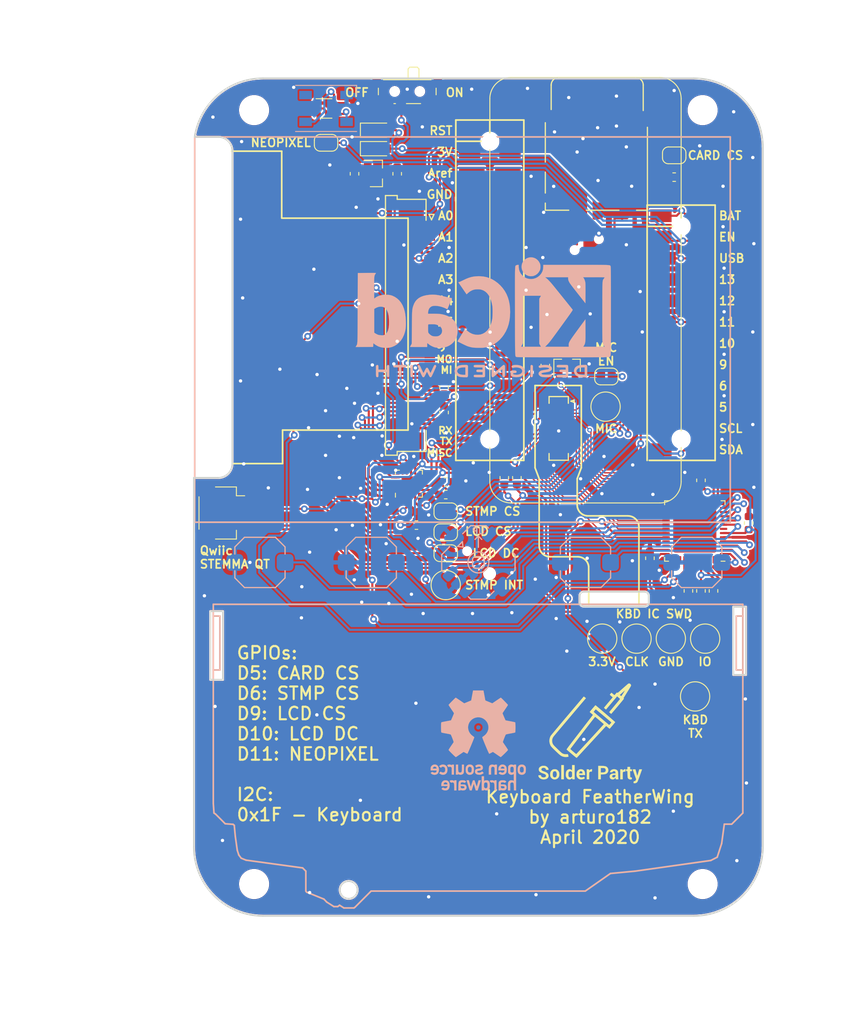
<source format=kicad_pcb>
(kicad_pcb (version 20200628) (host pcbnew "(5.99.0-2277-g7cbaeae26)")
  (layers (0 "F.Cu" signal) (31 "B.Cu" signal) (34 "B.Paste" user) (35 "F.Paste" user) (36 "B.SilkS" user) (37 "F.SilkS" user) (38 "B.Mask" user) (39 "F.Mask" user) (44 "Edge.Cuts" user))
  (net 0 "")
  (net 1 "GND")
  (net 2 "+3V3")
  (net 3 "Net-(C3-Pad1)")
  (net 4 "Net-(D1-Pad4)")
  (net 5 "/CARD_DET")
  (net 6 "/CARD_CLK")
  (net 7 "/CARD_MISO")
  (net 8 "/CARD_MOSI")
  (net 9 "/CARD_CS")
  (net 10 "/GPIO5")
  (net 11 "/GPIO9")
  (net 12 "/LCD_CS")
  (net 13 "/GPIO10")
  (net 14 "/LCD_DC")
  (net 15 "Net-(JP4-Pad2)")
  (net 16 "/GPIO6")
  (net 17 "/STM_CS")
  (net 18 "/GPIO11")
  (net 19 "/NEOPIXEL")
  (net 20 "Net-(Q1-Pad3)")
  (net 21 "/Keyboard/BL_CTRL")
  (net 22 "Net-(Q2-Pad3)")
  (net 23 "/LCD_BL_CTRL")
  (net 24 "Net-(R5-Pad2)")
  (net 25 "Net-(R7-Pad1)")
  (net 26 "/EN")
  (net 27 "/Keyboard/BTN_RIGHT1")
  (net 28 "/Keyboard/BTN_LEFT1")
  (net 29 "/Keyboard/BTN_RIGHT2")
  (net 30 "/Keyboard/BTN_LEFT2")
  (net 31 "Net-(TP1-Pad1)")
  (net 32 "Net-(TP3-Pad1)")
  (net 33 "/Keyboard/KBD_ROW3")
  (net 34 "Net-(TP5-Pad1)")
  (net 35 "/Keyboard/JOY_DOWN")
  (net 36 "/Keyboard/JOY_RIGHT")
  (net 37 "/Keyboard/JOY_LEFT")
  (net 38 "/Keyboard/JOY_CENTER")
  (net 39 "/Keyboard/JOY_UP")
  (net 40 "/Keyboard/KBD_ROW7")
  (net 41 "/Keyboard/KBD_ROW6")
  (net 42 "/Keyboard/KBD_ROW5")
  (net 43 "/Keyboard/KBD_ROW4")
  (net 44 "/Keyboard/KBD_COL5")
  (net 45 "/Keyboard/KBD_COL4")
  (net 46 "/Keyboard/KBD_COL3")
  (net 47 "/Keyboard/KBD_COL2")
  (net 48 "/Keyboard/KBD_ROW2")
  (net 49 "/Keyboard/KBD_COL1")
  (net 50 "/Keyboard/KBD_ROW1")
  (net 51 "/KBD_RESET")
  (net 52 "/TP_XP")
  (net 53 "/TP_YP")
  (net 54 "/TP_XM")
  (net 55 "/TP_YM")
  (net 56 "/KBD_INT")
  (net 57 "+5V")
  (net 58 "VBUS")
  (net 59 "+BATT")
  (net 60 "/A2")
  (net 61 "/A3")
  (net 62 "/A4")
  (net 63 "Net-(U6-Pad16)")
  (net 64 "/AREF")
  (net 65 "/A0")
  (net 66 "/TX")
  (net 67 "/A1")
  (net 68 "/RX")
  (net 69 "/A5")
  (net 70 "/GPIO13")
  (net 71 "/GPIO12")
  (net 72 "Net-(TP4-Pad1)")
  (net 73 "Net-(D1-Pad2)")
  (net 74 "Net-(J3-Pad8)")
  (net 75 "Net-(J3-Pad1)")
  (net 76 "/KBD_SDA")
  (net 77 "/KBD_SCL")
  (net 78 "Net-(SW1-Pad1)")
  (net 79 "Net-(U4-Pad39)")
  (net 80 "Net-(U7-Pad48)")
  (net 81 "Net-(U7-Pad47)")
  (net 82 "Net-(U7-Pad41)")
  (net 83 "Net-(U7-Pad39)")
  (net 84 "Net-(U7-Pad38)")
  (net 85 "Net-(U7-Pad34)")
  (net 86 "Net-(U7-Pad33)")
  (net 87 "Net-(U7-Pad16)")
  (net 88 "Net-(U7-Pad15)")
  (net 89 "Net-(U7-Pad7)")
  (module "Connector_Card_Extra:microSD_HC_Molex_104031-0811" (layer "F.Cu") (at 153.1 56.1 180)
    (fp_text reference "J3" hide)
    (fp_text value "Micro_SD_Card_Det")
    (pad "10" smd rect (at 5.73 -0.7 270) (size 1 1.2) (layers "F.Cu" "F.Paste" "F.Mask") (net 5 "/CARD_DET"))
    (pad "11" smd rect (at -5.76 5.05 180) (size 1.17 1.8) (layers "F.Cu" "F.Paste" "F.Mask") (net 1 "GND"))
    (pad "4" smd rect (at -0.17 5.53 180) (size 0.75 1.1) (layers "F.Cu" "F.Paste" "F.Mask") (net 2 "+3V3"))
    (pad "5" smd rect (at -1.27 5.53 180) (size 0.75 1.1) (layers "F.Cu" "F.Paste" "F.Mask") (net 6 "/CARD_CLK"))
    (pad "6" smd rect (at -2.37 5.53 180) (size 0.75 1.1) (layers "F.Cu" "F.Paste" "F.Mask") (net 1 "GND"))
    (pad "7" smd rect (at -3.47 5.53 180) (size 0.75 1.1) (layers "F.Cu" "F.Paste" "F.Mask") (net 7 "/CARD_MISO"))
    (pad "8" smd rect (at -4.57 5.53 180) (size 0.75 1.1) (layers "F.Cu" "F.Paste" "F.Mask") (net 74 "Net-(J3-Pad8)"))
    (pad "3" smd rect (at 0.93 5.53 180) (size 0.75 1.1) (layers "F.Cu" "F.Paste" "F.Mask") (net 8 "/CARD_MOSI"))
    (pad "2" smd rect (at 2.03 5.53 180) (size 0.75 1.1) (layers "F.Cu" "F.Paste" "F.Mask") (net 9 "/CARD_CS"))
    (pad "1" smd rect (at 3.13 5.53 180) (size 0.75 1.1) (layers "F.Cu" "F.Paste" "F.Mask") (net 75 "Net-(J3-Pad1)"))
    (pad "11" smd rect (at 5.565 5.4 180) (size 1.55 1.35) (layers "F.Cu" "F.Paste" "F.Mask") (net 1 "GND"))
    (pad "11" smd rect (at -3.73 -5.375 180) (size 1.9 1.35) (layers "F.Cu" "F.Paste" "F.Mask") (net 1 "GND"))
    (pad "11" smd rect (at 2.24 -5.375 180) (size 1.9 1.35) (layers "F.Cu" "F.Paste" "F.Mask") (net 1 "GND"))
    (pad "9" smd rect (at 5.74 -4.4 270) (size 1 1.2) (layers "F.Cu" "F.Paste" "F.Mask") (net 1 "GND"))
  )
  (module "Connector_JST:JST_SH_SM04B-SRSS-TB_1x04-1MP_P1.00mm_Horizontal" (layer "F.Cu") (at 108.3 98.1 -90)
    (fp_text reference "J7" hide)
    (fp_text value "Conn_Stemma_QT")
    (pad "MP" smd roundrect (at 2.8 1.875 270) (size 1.2 1.8) (layers "F.Cu" "F.Paste" "F.Mask") (roundrect_rratio 0.208333))
    (pad "MP" smd roundrect (at -2.8 1.875 270) (size 1.2 1.8) (layers "F.Cu" "F.Paste" "F.Mask") (roundrect_rratio 0.208333))
    (pad "4" smd roundrect (at 1.5 -2 270) (size 0.6 1.55) (layers "F.Cu" "F.Paste" "F.Mask") (net 77 "/KBD_SCL"))
    (pad "3" smd roundrect (at 0.5 -2 270) (size 0.6 1.55) (layers "F.Cu" "F.Paste" "F.Mask") (net 76 "/KBD_SDA"))
    (pad "2" smd roundrect (at -0.5 -2 270) (size 0.6 1.55) (layers "F.Cu" "F.Paste" "F.Mask") (net 2 "+3V3"))
    (pad "1" smd roundrect (at -1.5 -2 270) (size 0.6 1.55) (layers "F.Cu" "F.Paste" "F.Mask") (net 1 "GND"))
  )
  (module "Symbol:OSHW-Logo_11.4x12mm_SilkScreen" (layer "B.Cu") (at 139 125.25 180)
    (fp_text reference "G***" hide)
    (fp_text value "LOGO" hide)
  )
  (module "Symbol:KiCad-Logo2_12mm_SilkScreen" (layer "B.Cu") (at 139.6 73.5 180)
    (fp_text reference "G***" hide)
    (fp_text value "LOGO" hide)
  )
  (module "Symbols_Extra:SolderParty-Logo_14.6x13.5mm_SilkScreen" (layer "F.Cu") (at 152.363 124.366)
    (fp_text reference "G***" hide)
    (fp_text value "LOGO" hide)
  )
  (module "Module_Extra:FeatherWing" (layer "F.Cu") (at 151.8 71.5 -90)
    (fp_text reference "U6")
    (fp_text value "Adafruit_Feather_2X")
    (pad "4" smd rect (at -11.43 13.589) (size 3.048 1.524) (layers "F.Cu" "F.Paste" "F.Mask") (net 1 "GND"))
    (pad "2" smd rect (at -16.51 13.843) (size 2.54 1.524) (layers "F.Cu" "F.Paste" "F.Mask") (net 2 "+3V3"))
    (pad "6" smd rect (at -6.35 9.271 180) (size 3.048 1.524) (layers "F.Cu" "F.Paste" "F.Mask") (net 67 "/A1"))
    (pad "13" smd rect (at 11.43 13.589) (size 3.048 1.524) (layers "F.Cu" "F.Paste" "F.Mask") (net 7 "/CARD_MISO"))
    (pad "12" smd rect (at 8.89 9.271 180) (size 3.048 1.524) (layers "F.Cu" "F.Paste" "F.Mask") (net 8 "/CARD_MOSI"))
    (pad "14" smd rect (at 13.97 9.271 180) (size 3.048 1.524) (layers "F.Cu" "F.Paste" "F.Mask") (net 68 "/RX"))
    (pad "9" smd rect (at 1.27 9.271 180) (size 3.048 1.524) (layers "F.Cu" "F.Paste" "F.Mask") (net 62 "/A4"))
    (pad "10" smd rect (at 3.81 9.271 180) (size 3.048 1.524) (layers "F.Cu" "F.Paste" "F.Mask") (net 69 "/A5"))
    (pad "3" smd rect (at -13.97 9.271 180) (size 3.048 1.524) (layers "F.Cu" "F.Paste" "F.Mask") (net 64 "/AREF"))
    (pad "4" smd rect (at -11.43 9.271 180) (size 3.048 1.524) (layers "F.Cu" "F.Paste" "F.Mask") (net 1 "GND"))
    (pad "8" smd rect (at -1.27 9.271 180) (size 3.048 1.524) (layers "F.Cu" "F.Paste" "F.Mask") (net 61 "/A3"))
    (pad "2" smd rect (at -16.51 9.017 180) (size 2.54 1.524) (layers "F.Cu" "F.Paste" "F.Mask") (net 2 "+3V3"))
    (pad "6" smd rect (at -6.35 13.589) (size 3.048 1.524) (layers "F.Cu" "F.Paste" "F.Mask") (net 67 "/A1"))
    (pad "8" smd rect (at -1.27 13.589) (size 3.048 1.524) (layers "F.Cu" "F.Paste" "F.Mask") (net 61 "/A3"))
    (pad "12" smd rect (at 8.89 13.589) (size 3.048 1.524) (layers "F.Cu" "F.Paste" "F.Mask") (net 8 "/CARD_MOSI"))
    (pad "14" smd rect (at 13.97 13.589) (size 3.048 1.524) (layers "F.Cu" "F.Paste" "F.Mask") (net 68 "/RX"))
    (pad "5" smd rect (at -8.89 9.271 180) (size 3.048 1.524) (layers "F.Cu" "F.Paste" "F.Mask") (net 65 "/A0"))
    (pad "10" smd rect (at 3.81 13.589) (size 3.048 1.524) (layers "F.Cu" "F.Paste" "F.Mask") (net 69 "/A5"))
    (pad "15" smd rect (at 16.51 13.843) (size 2.54 1.524) (layers "F.Cu" "F.Paste" "F.Mask") (net 66 "/TX"))
    (pad "11" smd rect (at 6.35 13.589) (size 3.048 1.524) (layers "F.Cu" "F.Paste" "F.Mask") (net 6 "/CARD_CLK"))
    (pad "3" smd rect (at -13.97 13.589) (size 3.048 1.524) (layers "F.Cu" "F.Paste" "F.Mask") (net 64 "/AREF"))
    (pad "13" smd rect (at 11.43 9.271 180) (size 3.048 1.524) (layers "F.Cu" "F.Paste" "F.Mask") (net 7 "/CARD_MISO"))
    (pad "7" smd rect (at -3.81 9.271 180) (size 3.048 1.524) (layers "F.Cu" "F.Paste" "F.Mask") (net 60 "/A2"))
    (pad "15" smd rect (at 16.51 9.017 180) (size 2.54 1.524) (layers "F.Cu" "F.Paste" "F.Mask") (net 66 "/TX"))
    (pad "7" smd rect (at -3.81 13.589) (size 3.048 1.524) (layers "F.Cu" "F.Paste" "F.Mask") (net 60 "/A2"))
    (pad "9" smd rect (at 1.27 13.589) (size 3.048 1.524) (layers "F.Cu" "F.Paste" "F.Mask") (net 62 "/A4"))
    (pad "1" smd rect (at -19.05 13.843) (size 2.54 1.524) (layers "F.Cu" "F.Paste" "F.Mask") (net 51 "/KBD_RESET"))
    (pad "11" smd rect (at 6.35 9.271 180) (size 3.048 1.524) (layers "F.Cu" "F.Paste" "F.Mask") (net 6 "/CARD_CLK"))
    (pad "5" smd rect (at -8.89 13.589) (size 3.048 1.524) (layers "F.Cu" "F.Paste" "F.Mask") (net 65 "/A0"))
    (pad "1" smd rect (at -19.05 9.017) (size 2.54 1.524) (layers "F.Cu" "F.Paste" "F.Mask") (net 51 "/KBD_RESET"))
    (pad "27" smd rect (at -6.35 -9.017) (size 2.54 1.524) (layers "F.Cu" "F.Paste" "F.Mask") (net 26 "/EN"))
    (pad "26" smd rect (at -3.81 -13.589 180) (size 3.048 1.524) (layers "F.Cu" "F.Paste" "F.Mask") (net 58 "VBUS"))
    (pad "25" smd rect (at -1.27 -9.271) (size 3.048 1.524) (layers "F.Cu" "F.Paste" "F.Mask") (net 70 "/GPIO13"))
    (pad "21" smd rect (at 8.89 -13.589 180) (size 3.048 1.524) (layers "F.Cu" "F.Paste" "F.Mask") (net 11 "/GPIO9"))
    (pad "25" smd rect (at -1.27 -13.589 180) (size 3.048 1.524) (layers "F.Cu" "F.Paste" "F.Mask") (net 70 "/GPIO13"))
    (pad "23" smd rect (at 3.81 -13.589 180) (size 3.048 1.524) (layers "F.Cu" "F.Paste" "F.Mask") (net 18 "/GPIO11"))
    (pad "21" smd rect (at 8.89 -9.271) (size 3.048 1.524) (layers "F.Cu" "F.Paste" "F.Mask") (net 11 "/GPIO9"))
    (pad "22" smd rect (at 6.35 -9.271) (size 3.048 1.524) (layers "F.Cu" "F.Paste" "F.Mask") (net 13 "/GPIO10"))
    (pad "22" smd rect (at 6.35 -13.589 180) (size 3.048 1.524) (layers "F.Cu" "F.Paste" "F.Mask") (net 13 "/GPIO10"))
    (pad "24" smd rect (at 1.27 -13.589 180) (size 3.048 1.524) (layers "F.Cu" "F.Paste" "F.Mask") (net 71 "/GPIO12"))
    (pad "23" smd rect (at 3.81 -9.271) (size 3.048 1.524) (layers "F.Cu" "F.Paste" "F.Mask") (net 18 "/GPIO11"))
    (pad "19" smd rect (at 13.97 -13.589 180) (size 3.048 1.524) (layers "F.Cu" "F.Paste" "F.Mask") (net 10 "/GPIO5"))
    (pad "18" smd rect (at 16.51 -9.017) (size 2.54 1.524) (layers "F.Cu" "F.Paste" "F.Mask") (net 77 "/KBD_SCL"))
    (pad "18" smd rect (at 16.51 -13.843 180) (size 2.54 1.524) (layers "F.Cu" "F.Paste" "F.Mask") (net 77 "/KBD_SCL"))
    (pad "20" smd rect (at 11.43 -13.589 180) (size 3.048 1.524) (layers "F.Cu" "F.Paste" "F.Mask") (net 16 "/GPIO6"))
    (pad "24" smd rect (at 1.27 -9.271) (size 3.048 1.524) (layers "F.Cu" "F.Paste" "F.Mask") (net 71 "/GPIO12"))
    (pad "20" smd rect (at 11.43 -9.271) (size 3.048 1.524) (layers "F.Cu" "F.Paste" "F.Mask") (net 16 "/GPIO6"))
    (pad "19" smd rect (at 13.97 -9.271) (size 3.048 1.524) (layers "F.Cu" "F.Paste" "F.Mask") (net 10 "/GPIO5"))
    (pad "16" smd rect (at 19.05 13.843) (size 2.54 1.524) (layers "F.Cu" "F.Paste" "F.Mask") (net 63 "Net-(U6-Pad16)"))
    (pad "16" smd rect (at 19.05 9.017 180) (size 2.54 1.524) (layers "F.Cu" "F.Paste" "F.Mask") (net 63 "Net-(U6-Pad16)"))
    (pad "26" smd rect (at -3.81 -9.271) (size 3.048 1.524) (layers "F.Cu" "F.Paste" "F.Mask") (net 58 "VBUS"))
    (pad "28" smd rect (at -8.89 -13.843) (size 2.54 1.524) (layers "F.Cu" "F.Paste" "F.Mask") (net 59 "+BATT"))
    (pad "28" smd rect (at -8.89 -9.017) (size 2.54 1.524) (layers "F.Cu" "F.Paste" "F.Mask") (net 59 "+BATT"))
    (pad "27" smd rect (at -6.35 -13.843 180) (size 2.54 1.524) (layers "F.Cu" "F.Paste" "F.Mask") (net 26 "/EN"))
    (pad "17" smd rect (at 19.05 -9.017) (size 2.54 1.524) (layers "F.Cu" "F.Paste" "F.Mask") (net 76 "/KBD_SDA"))
    (pad "" np_thru_hole circle (at -7.62 -11.43 270) (size 1.9 1.9) (drill 1.9) (layers *.Cu *.Mask))
    (pad "" np_thru_hole circle (at 17.78 -11.43 270) (size 1.9 1.9) (drill 1.9) (layers *.Cu *.Mask))
    (pad "" np_thru_hole circle (at -17.78 11.43 270) (size 1.9 1.9) (drill 1.9) (layers *.Cu *.Mask))
    (pad "" np_thru_hole circle (at 17.78 11.43 270) (size 1.9 1.9) (drill 1.9) (layers *.Cu *.Mask))
    (pad "17" smd rect (at 19.05 -13.843 180) (size 2.54 1.524) (layers "F.Cu" "F.Paste" "F.Mask") (net 76 "/KBD_SDA"))
  )
  (module "MountingHole_Extra:MountingHole_3.2mm_M3_with_paste" (layer "F.Cu") (at 165.8 50)
    (fp_text reference "REF**" hide)
    (fp_text value "MountingHole_3.2mm_M3_with_paste" hide)
    (pad "" np_thru_hole circle (at 0 0) (size 3.2 3.2) (drill 3.2) (layers *.Cu *.Paste *.Mask))
  )
  (module "MountingHole_Extra:MountingHole_3.2mm_M3_with_paste" (layer "F.Cu") (at 112.2 50)
    (fp_text reference "REF**" hide)
    (fp_text value "MountingHole_3.2mm_M3_with_paste" hide)
    (pad "" np_thru_hole circle (at 0 0) (size 3.2 3.2) (drill 3.2) (layers *.Cu *.Paste *.Mask))
  )
  (module "MountingHole_Extra:MountingHole_3.2mm_M3_with_paste" (layer "F.Cu") (at 165.8 142.4)
    (fp_text reference "REF**" hide)
    (fp_text value "MountingHole_3.2mm_M3_with_paste" hide)
    (pad "" np_thru_hole circle (at 0 0) (size 3.2 3.2) (drill 3.2) (layers *.Cu *.Paste *.Mask))
  )
  (module "MountingHole_Extra:MountingHole_3.2mm_M3_with_paste" (layer "F.Cu") (at 112.2 142.4 180)
    (fp_text reference "REF**" hide)
    (fp_text value "MountingHole_3.2mm_M3_with_paste" hide)
    (pad "" np_thru_hole circle (at 0 0 180) (size 3.2 3.2) (drill 3.2) (layers *.Cu *.Paste *.Mask))
  )
  (module "Diode_SMD:D_SOD-323_HandSoldering" (layer "F.Cu") (at 126.8 54.6)
    (fp_text reference "D3" hide)
    (fp_text value "S1JHE" hide)
    (pad "2" smd rect (at 1.25 0) (size 1 1) (layers "F.Cu" "F.Paste" "F.Mask") (net 59 "+BATT"))
    (pad "1" smd rect (at -1.25 0) (size 1 1) (layers "F.Cu" "F.Paste" "F.Mask") (net 57 "+5V"))
  )
  (module "Diode_SMD:D_SOD-323_HandSoldering" (layer "F.Cu") (at 126.8 52.4)
    (fp_text reference "D2" hide)
    (fp_text value "S1JHE" hide)
    (pad "2" smd rect (at 1.25 0) (size 1 1) (layers "F.Cu" "F.Paste" "F.Mask") (net 58 "VBUS"))
    (pad "1" smd rect (at -1.25 0) (size 1 1) (layers "F.Cu" "F.Paste" "F.Mask") (net 57 "+5V"))
  )
  (module "Package_TO_SOT_SMD:SOT-353_SC-70-5" (layer "F.Cu") (at 120.8 49.8)
    (fp_text reference "U8" hide)
    (fp_text value "74AHCT1G125")
    (pad "5" smd rect (at 0.95 -0.65) (size 0.65 0.4) (layers "F.Cu" "F.Paste" "F.Mask") (net 57 "+5V"))
    (pad "4" smd rect (at 0.95 0.65) (size 0.65 0.4) (layers "F.Cu" "F.Paste" "F.Mask") (net 4 "Net-(D1-Pad4)"))
    (pad "2" smd rect (at -0.95 0) (size 0.65 0.4) (layers "F.Cu" "F.Paste" "F.Mask") (net 19 "/NEOPIXEL"))
    (pad "3" smd rect (at -0.95 0.65) (size 0.65 0.4) (layers "F.Cu" "F.Paste" "F.Mask") (net 1 "GND"))
    (pad "1" smd rect (at -0.95 -0.65) (size 0.65 0.4) (layers "F.Cu" "F.Paste" "F.Mask") (net 1 "GND"))
  )
  (module "TestPoint:TestPoint_Pad_D3.0mm" (layer "F.Cu") (at 162 113.1 180)
    (fp_text reference "TP10" hide)
    (fp_text value "TP_KBD_GND" hide)
    (pad "1" smd circle (at 0 0 180) (size 3 3) (layers "F.Cu" "F.Mask") (net 1 "GND"))
  )
  (module "TestPoint:TestPoint_Pad_D3.0mm" (layer "F.Cu") (at 153.8 113.1 180)
    (fp_text reference "TP9" hide)
    (fp_text value "TP_KBD_3V" hide)
    (pad "1" smd circle (at 0 0 180) (size 3 3) (layers "F.Cu" "F.Mask") (net 2 "+3V3"))
  )
  (module "Connector_Hirose_Extra:BM14B(0.8)-24DS-0.4V(53)" (layer "F.Cu") (at 148.6 88 -90)
    (fp_text reference "U2" hide)
    (fp_text value "BBQ10KBD")
    (pad "28" smd roundrect (at -2.7 1.15 270) (size 0.4 0.8) (layers "F.Cu" "F.Paste" "F.Mask") (net 1 "GND"))
    (pad "15" smd roundrect (at 2.7 1.15 270) (size 0.4 0.8) (layers "F.Cu" "F.Paste" "F.Mask") (net 1 "GND"))
    (pad "14" smd roundrect (at 2.7 -1.15 270) (size 0.4 0.8) (layers "F.Cu" "F.Paste" "F.Mask") (net 1 "GND"))
    (pad "1" smd roundrect (at -2.7 -1.15 270) (size 0.4 0.8) (layers "F.Cu" "F.Paste" "F.Mask") (net 1 "GND"))
    (pad "27" smd roundrect (at -2.2 1.15 270) (size 0.2 0.8) (layers "F.Cu" "F.Paste" "F.Mask") (net 40 "/Keyboard/KBD_ROW7"))
    (pad "26" smd roundrect (at -1.8 1.15 270) (size 0.2 0.8) (layers "F.Cu" "F.Paste" "F.Mask") (net 2 "+3V3"))
    (pad "25" smd roundrect (at -1.4 1.15 270) (size 0.2 0.8) (layers "F.Cu" "F.Paste" "F.Mask") (net 20 "Net-(Q1-Pad3)"))
    (pad "24" smd roundrect (at -1 1.15 270) (size 0.2 0.8) (layers "F.Cu" "F.Paste" "F.Mask") (net 2 "+3V3"))
    (pad "23" smd roundrect (at -0.6 1.15 270) (size 0.2 0.8) (layers "F.Cu" "F.Paste" "F.Mask") (net 20 "Net-(Q1-Pad3)"))
    (pad "22" smd roundrect (at -0.2 1.15 270) (size 0.2 0.8) (layers "F.Cu" "F.Paste" "F.Mask") (net 41 "/Keyboard/KBD_ROW6"))
    (pad "21" smd roundrect (at 0.2 1.15 270) (size 0.2 0.8) (layers "F.Cu" "F.Paste" "F.Mask") (net 42 "/Keyboard/KBD_ROW5"))
    (pad "20" smd roundrect (at 0.6 1.15 270) (size 0.2 0.8) (layers "F.Cu" "F.Paste" "F.Mask") (net 43 "/Keyboard/KBD_ROW4"))
    (pad "19" smd roundrect (at 1 1.15 270) (size 0.2 0.8) (layers "F.Cu" "F.Paste" "F.Mask") (net 44 "/Keyboard/KBD_COL5"))
    (pad "18" smd roundrect (at 1.4 1.15 270) (size 0.2 0.8) (layers "F.Cu" "F.Paste" "F.Mask") (net 33 "/Keyboard/KBD_ROW3"))
    (pad "17" smd roundrect (at 1.8 1.15 270) (size 0.2 0.8) (layers "F.Cu" "F.Paste" "F.Mask") (net 45 "/Keyboard/KBD_COL4"))
    (pad "16" smd roundrect (at 2.2 1.15 270) (size 0.2 0.8) (layers "F.Cu" "F.Paste" "F.Mask") (net 1 "GND"))
    (pad "13" smd roundrect (at 2.2 -1.15 270) (size 0.2 0.8) (layers "F.Cu" "F.Paste" "F.Mask") (net 1 "GND"))
    (pad "12" smd roundrect (at 1.8 -1.15 270) (size 0.2 0.8) (layers "F.Cu" "F.Paste" "F.Mask") (net 1 "GND"))
    (pad "11" smd roundrect (at 1.4 -1.15 270) (size 0.2 0.8) (layers "F.Cu" "F.Paste" "F.Mask") (net 1 "GND"))
    (pad "10" smd roundrect (at 1 -1.15 270) (size 0.2 0.8) (layers "F.Cu" "F.Paste" "F.Mask") (net 46 "/Keyboard/KBD_COL3"))
    (pad "9" smd roundrect (at 0.6 -1.15 270) (size 0.2 0.8) (layers "F.Cu" "F.Paste" "F.Mask") (net 47 "/Keyboard/KBD_COL2"))
    (pad "8" smd roundrect (at 0.2 -1.15 270) (size 0.2 0.8) (layers "F.Cu" "F.Paste" "F.Mask") (net 48 "/Keyboard/KBD_ROW2"))
    (pad "7" smd roundrect (at -0.2 -1.15 270) (size 0.2 0.8) (layers "F.Cu" "F.Paste" "F.Mask") (net 49 "/Keyboard/KBD_COL1"))
    (pad "6" smd roundrect (at -0.6 -1.15 270) (size 0.2 0.8) (layers "F.Cu" "F.Paste" "F.Mask") (net 50 "/Keyboard/KBD_ROW1"))
    (pad "5" smd roundrect (at -1 -1.15 270) (size 0.2 0.8) (layers "F.Cu" "F.Paste" "F.Mask") (net 1 "GND"))
    (pad "4" smd roundrect (at -1.4 -1.15 270) (size 0.2 0.8) (layers "F.Cu" "F.Paste" "F.Mask") (net 1 "GND"))
    (pad "3" smd roundrect (at -1.8 -1.15 270) (size 0.2 0.8) (layers "F.Cu" "F.Paste" "F.Mask") (net 31 "Net-(TP1-Pad1)"))
    (pad "2" smd roundrect (at -2.2 -1.15 270) (size 0.2 0.8) (layers "F.Cu" "F.Paste" "F.Mask") (net 15 "Net-(JP4-Pad2)"))
  )
  (module "Fiducial:Fiducial_0.5mm_Dia_1mm_Outer" (layer "B.Cu") (at 137.1 76.2)
    (fp_text reference "REF**" hide)
    (fp_text value "Fiducial_0.5mm_Dia_1mm_Outer" hide)
    (pad "~" smd circle (at 0 0) (size 0.5 0.5) (layers "B.Cu" "B.Mask") (clearance 0.25))
  )
  (module "Fiducial:Fiducial_0.5mm_Dia_1mm_Outer" (layer "B.Cu") (at 139 123.7)
    (fp_text reference "REF**" hide)
    (fp_text value "Fiducial_0.5mm_Dia_1mm_Outer" hide)
    (pad "~" smd circle (at 0 0) (size 0.5 0.5) (layers "B.Cu" "B.Mask") (clearance 0.25))
  )
  (module "Package_DFN_QFN:QFN-48-1EP_7x7mm_P0.5mm_EP5.15x5.15mm" (layer "F.Cu") (at 164.865 100.245 180)
    (fp_text reference "U7" hide)
    (fp_text value "ATSAMD20G16A")
    (pad "48" smd roundrect (at -2.75 -3.4375 180) (size 0.25 0.875) (layers "F.Cu" "F.Paste" "F.Mask") (net 80 "Net-(U7-Pad48)"))
    (pad "47" smd roundrect (at -2.25 -3.4375 180) (size 0.25 0.875) (layers "F.Cu" "F.Paste" "F.Mask") (net 81 "Net-(U7-Pad47)"))
    (pad "46" smd roundrect (at -1.75 -3.4375 180) (size 0.25 0.875) (layers "F.Cu" "F.Paste" "F.Mask") (net 32 "Net-(TP3-Pad1)"))
    (pad "45" smd roundrect (at -1.25 -3.4375 180) (size 0.25 0.875) (layers "F.Cu" "F.Paste" "F.Mask") (net 24 "Net-(R5-Pad2)"))
    (pad "44" smd roundrect (at -0.75 -3.4375 180) (size 0.25 0.875) (layers "F.Cu" "F.Paste" "F.Mask") (net 2 "+3V3"))
    (pad "43" smd roundrect (at -0.25 -3.4375 180) (size 0.25 0.875) (layers "F.Cu" "F.Paste" "F.Mask") (net 3 "Net-(C3-Pad1)"))
    (pad "42" smd roundrect (at 0.25 -3.4375 180) (size 0.25 0.875) (layers "F.Cu" "F.Paste" "F.Mask") (net 1 "GND"))
    (pad "41" smd roundrect (at 0.75 -3.4375 180) (size 0.25 0.875) (layers "F.Cu" "F.Paste" "F.Mask") (net 82 "Net-(U7-Pad41)"))
    (pad "40" smd roundrect (at 1.25 -3.4375 180) (size 0.25 0.875) (layers "F.Cu" "F.Paste" "F.Mask") (net 51 "/KBD_RESET"))
    (pad "39" smd roundrect (at 1.75 -3.4375 180) (size 0.25 0.875) (layers "F.Cu" "F.Paste" "F.Mask") (net 83 "Net-(U7-Pad39)"))
    (pad "38" smd roundrect (at 2.25 -3.4375 180) (size 0.25 0.875) (layers "F.Cu" "F.Paste" "F.Mask") (net 84 "Net-(U7-Pad38)"))
    (pad "37" smd roundrect (at 2.75 -3.4375 180) (size 0.25 0.875) (layers "F.Cu" "F.Paste" "F.Mask") (net 56 "/KBD_INT"))
    (pad "36" smd roundrect (at 3.4375 -2.75 180) (size 0.875 0.25) (layers "F.Cu" "F.Paste" "F.Mask") (net 2 "+3V3"))
    (pad "35" smd roundrect (at 3.4375 -2.25 180) (size 0.875 0.25) (layers "F.Cu" "F.Paste" "F.Mask") (net 1 "GND"))
    (pad "34" smd roundrect (at 3.4375 -1.75 180) (size 0.875 0.25) (layers "F.Cu" "F.Paste" "F.Mask") (net 85 "Net-(U7-Pad34)"))
    (pad "33" smd roundrect (at 3.4375 -1.25 180) (size 0.875 0.25) (layers "F.Cu" "F.Paste" "F.Mask") (net 86 "Net-(U7-Pad33)"))
    (pad "32" smd roundrect (at 3.4375 -0.75 180) (size 0.875 0.25) (layers "F.Cu" "F.Paste" "F.Mask") (net 40 "/Keyboard/KBD_ROW7"))
    (pad "31" smd roundrect (at 3.4375 -0.25 180) (size 0.875 0.25) (layers "F.Cu" "F.Paste" "F.Mask") (net 72 "Net-(TP4-Pad1)"))
    (pad "30" smd roundrect (at 3.4375 0.25 180) (size 0.875 0.25) (layers "F.Cu" "F.Paste" "F.Mask") (net 41 "/Keyboard/KBD_ROW6"))
    (pad "29" smd roundrect (at 3.4375 0.75 180) (size 0.875 0.25) (layers "F.Cu" "F.Paste" "F.Mask") (net 42 "/Keyboard/KBD_ROW5"))
    (pad "28" smd roundrect (at 3.4375 1.25 180) (size 0.875 0.25) (layers "F.Cu" "F.Paste" "F.Mask") (net 43 "/Keyboard/KBD_ROW4"))
    (pad "27" smd roundrect (at 3.4375 1.75 180) (size 0.875 0.25) (layers "F.Cu" "F.Paste" "F.Mask") (net 44 "/Keyboard/KBD_COL5"))
    (pad "26" smd roundrect (at 3.4375 2.25 180) (size 0.875 0.25) (layers "F.Cu" "F.Paste" "F.Mask") (net 33 "/Keyboard/KBD_ROW3"))
    (pad "25" smd roundrect (at 3.4375 2.75 180) (size 0.875 0.25) (layers "F.Cu" "F.Paste" "F.Mask") (net 45 "/Keyboard/KBD_COL4"))
    (pad "24" smd roundrect (at 2.75 3.4375 180) (size 0.25 0.875) (layers "F.Cu" "F.Paste" "F.Mask") (net 46 "/Keyboard/KBD_COL3"))
    (pad "23" smd roundrect (at 2.25 3.4375 180) (size 0.25 0.875) (layers "F.Cu" "F.Paste" "F.Mask") (net 47 "/Keyboard/KBD_COL2"))
    (pad "22" smd roundrect (at 1.75 3.4375 180) (size 0.25 0.875) (layers "F.Cu" "F.Paste" "F.Mask") (net 48 "/Keyboard/KBD_ROW2"))
    (pad "21" smd roundrect (at 1.25 3.4375 180) (size 0.25 0.875) (layers "F.Cu" "F.Paste" "F.Mask") (net 49 "/Keyboard/KBD_COL1"))
    (pad "20" smd roundrect (at 0.75 3.4375 180) (size 0.25 0.875) (layers "F.Cu" "F.Paste" "F.Mask") (net 50 "/Keyboard/KBD_ROW1"))
    (pad "19" smd roundrect (at 0.25 3.4375 180) (size 0.25 0.875) (layers "F.Cu" "F.Paste" "F.Mask") (net 21 "/Keyboard/BL_CTRL"))
    (pad "18" smd roundrect (at -0.25 3.4375 180) (size 0.25 0.875) (layers "F.Cu" "F.Paste" "F.Mask") (net 1 "GND"))
    (pad "17" smd roundrect (at -0.75 3.4375 180) (size 0.25 0.875) (layers "F.Cu" "F.Paste" "F.Mask") (net 2 "+3V3"))
    (pad "16" smd roundrect (at -1.25 3.4375 180) (size 0.25 0.875) (layers "F.Cu" "F.Paste" "F.Mask") (net 87 "Net-(U7-Pad16)"))
    (pad "15" smd roundrect (at -1.75 3.4375 180) (size 0.25 0.875) (layers "F.Cu" "F.Paste" "F.Mask") (net 88 "Net-(U7-Pad15)"))
    (pad "14" smd roundrect (at -2.25 3.4375 180) (size 0.25 0.875) (layers "F.Cu" "F.Paste" "F.Mask") (net 77 "/KBD_SCL"))
    (pad "13" smd roundrect (at -2.75 3.4375 180) (size 0.25 0.875) (layers "F.Cu" "F.Paste" "F.Mask") (net 76 "/KBD_SDA"))
    (pad "12" smd roundrect (at -3.4375 2.75 180) (size 0.875 0.25) (layers "F.Cu" "F.Paste" "F.Mask") (net 39 "/Keyboard/JOY_UP"))
    (pad "11" smd roundrect (at -3.4375 2.25 180) (size 0.875 0.25) (layers "F.Cu" "F.Paste" "F.Mask") (net 38 "/Keyboard/JOY_CENTER"))
    (pad "10" smd roundrect (at -3.4375 1.75 180) (size 0.875 0.25) (layers "F.Cu" "F.Paste" "F.Mask") (net 37 "/Keyboard/JOY_LEFT"))
    (pad "9" smd roundrect (at -3.4375 1.25 180) (size 0.875 0.25) (layers "F.Cu" "F.Paste" "F.Mask") (net 36 "/Keyboard/JOY_RIGHT"))
    (pad "8" smd roundrect (at -3.4375 0.75 180) (size 0.875 0.25) (layers "F.Cu" "F.Paste" "F.Mask") (net 35 "/Keyboard/JOY_DOWN"))
    (pad "7" smd roundrect (at -3.4375 0.25 180) (size 0.875 0.25) (layers "F.Cu" "F.Paste" "F.Mask") (net 89 "Net-(U7-Pad7)"))
    (pad "6" smd roundrect (at -3.4375 -0.25 180) (size 0.875 0.25) (layers "F.Cu" "F.Paste" "F.Mask") (net 2 "+3V3"))
    (pad "5" smd roundrect (at -3.4375 -0.75 180) (size 0.875 0.25) (layers "F.Cu" "F.Paste" "F.Mask") (net 1 "GND"))
    (pad "4" smd roundrect (at -3.4375 -1.25 180) (size 0.875 0.25) (layers "F.Cu" "F.Paste" "F.Mask") (net 29 "/Keyboard/BTN_RIGHT2"))
    (pad "3" smd roundrect (at -3.4375 -1.75 180) (size 0.875 0.25) (layers "F.Cu" "F.Paste" "F.Mask") (net 27 "/Keyboard/BTN_RIGHT1"))
    (pad "2" smd roundrect (at -3.4375 -2.25 180) (size 0.875 0.25) (layers "F.Cu" "F.Paste" "F.Mask") (net 30 "/Keyboard/BTN_LEFT2"))
    (pad "1" smd roundrect (at -3.4375 -2.75 180) (size 0.875 0.25) (layers "F.Cu" "F.Paste" "F.Mask") (net 28 "/Keyboard/BTN_LEFT1"))
    (pad "49" smd roundrect (at 0 0 180) (size 5.15 5.15) (layers "F.Cu" "F.Mask") (roundrect_rratio 0.048544))
  )
  (module "Package_DFN_QFN:QFN-16-1EP_3x3mm_P0.5mm_EP1.75x1.75mm" (layer "F.Cu") (at 130.7 94.6 90)
    (fp_text reference "U5" hide)
    (fp_text value "STMPE811")
    (pad "16" smd roundrect (at -0.75 -1.4625 90) (size 0.25 0.775) (layers "F.Cu" "F.Paste" "F.Mask") (net 54 "/TP_XM"))
    (pad "15" smd roundrect (at -0.25 -1.4625 90) (size 0.25 0.775) (layers "F.Cu" "F.Paste" "F.Mask") (net 53 "/TP_YP"))
    (pad "14" smd roundrect (at 0.25 -1.4625 90) (size 0.25 0.775) (layers "F.Cu" "F.Paste" "F.Mask") (net 2 "+3V3"))
    (pad "13" smd roundrect (at 0.75 -1.4625 90) (size 0.25 0.775) (layers "F.Cu" "F.Paste" "F.Mask") (net 52 "/TP_XP"))
    (pad "12" smd roundrect (at 1.4625 -0.75 90) (size 0.775 0.25) (layers "F.Cu" "F.Paste" "F.Mask") (net 23 "/LCD_BL_CTRL"))
    (pad "11" smd roundrect (at 1.4625 -0.25 90) (size 0.775 0.25) (layers "F.Cu" "F.Paste" "F.Mask") (net 56 "/KBD_INT"))
    (pad "10" smd roundrect (at 1.4625 0.25 90) (size 0.775 0.25) (layers "F.Cu" "F.Paste" "F.Mask") (net 1 "GND"))
    (pad "9" smd roundrect (at 1.4625 0.75 90) (size 0.775 0.25) (layers "F.Cu" "F.Paste" "F.Mask") (net 2 "+3V3"))
    (pad "8" smd roundrect (at 0.75 1.4625 90) (size 0.25 0.775) (layers "F.Cu" "F.Paste" "F.Mask") (net 5 "/CARD_DET"))
    (pad "7" smd roundrect (at 0.25 1.4625 90) (size 0.25 0.775) (layers "F.Cu" "F.Paste" "F.Mask") (net 8 "/CARD_MOSI"))
    (pad "6" smd roundrect (at -0.25 1.4625 90) (size 0.25 0.775) (layers "F.Cu" "F.Paste" "F.Mask") (net 2 "+3V3"))
    (pad "5" smd roundrect (at -0.75 1.4625 90) (size 0.25 0.775) (layers "F.Cu" "F.Paste" "F.Mask") (net 17 "/STM_CS"))
    (pad "4" smd roundrect (at -1.4625 0.75 90) (size 0.775 0.25) (layers "F.Cu" "F.Paste" "F.Mask") (net 6 "/CARD_CLK"))
    (pad "3" smd roundrect (at -1.4625 0.25 90) (size 0.775 0.25) (layers "F.Cu" "F.Paste" "F.Mask") (net 7 "/CARD_MISO"))
    (pad "2" smd roundrect (at -1.4625 -0.25 90) (size 0.775 0.25) (layers "F.Cu" "F.Paste" "F.Mask") (net 34 "Net-(TP5-Pad1)"))
    (pad "1" smd roundrect (at -1.4625 -0.75 90) (size 0.775 0.25) (layers "F.Cu" "F.Paste" "F.Mask") (net 55 "/TP_YM"))
    (pad "17" smd roundrect (at 0 0 90) (size 1.75 1.75) (layers "F.Cu" "F.Mask") (roundrect_rratio 0.142857))
  )
  (module "Connector_EastRising:ER-CON50HT-1" (layer "F.Cu") (at 128.4 75.7 -90)
    (fp_text reference "U4" hide)
    (fp_text value "ER-TFT02X")
    (pad "" smd rect (at 13.79 -2.575 270) (size 2 3) (layers "F.Cu" "F.Paste" "F.Mask"))
    (pad "" smd rect (at -13.79 -2.575 270) (size 2 3) (layers "F.Cu" "F.Paste" "F.Mask"))
    (pad "1" smd rect (at -12.250132 -4.8 90) (size 0.3 1.25) (layers "F.Cu" "F.Paste" "F.Mask") (net 2 "+3V3"))
    (pad "2" smd rect (at -11.750132 -4.8 90) (size 0.3 1.25) (layers "F.Cu" "F.Paste" "F.Mask") (net 25 "Net-(R7-Pad1)"))
    (pad "3" smd rect (at -11.250132 -4.8 90) (size 0.3 1.25) (layers "F.Cu" "F.Paste" "F.Mask") (net 25 "Net-(R7-Pad1)"))
    (pad "4" smd rect (at -10.750132 -4.8 90) (size 0.3 1.25) (layers "F.Cu" "F.Paste" "F.Mask") (net 25 "Net-(R7-Pad1)"))
    (pad "5" smd rect (at -10.250132 -4.8 90) (size 0.3 1.25) (layers "F.Cu" "F.Paste" "F.Mask") (net 25 "Net-(R7-Pad1)"))
    (pad "6" smd rect (at -9.750132 -4.8 90) (size 0.3 1.25) (layers "F.Cu" "F.Paste" "F.Mask") (net 1 "GND"))
    (pad "7" smd rect (at -9.250132 -4.8 90) (size 0.3 1.25) (layers "F.Cu" "F.Paste" "F.Mask") (net 2 "+3V3"))
    (pad "8" smd rect (at -8.750132 -4.8 90) (size 0.3 1.25) (layers "F.Cu" "F.Paste" "F.Mask") (net 2 "+3V3"))
    (pad "9" smd rect (at -8.250132 -4.8 90) (size 0.3 1.25) (layers "F.Cu" "F.Paste" "F.Mask") (net 2 "+3V3"))
    (pad "10" smd rect (at -7.750132 -4.8 90) (size 0.3 1.25) (layers "F.Cu" "F.Paste" "F.Mask") (net 51 "/KBD_RESET"))
    (pad "11" smd rect (at -7.250132 -4.8 90) (size 0.3 1.25) (layers "F.Cu" "F.Paste" "F.Mask") (net 1 "GND"))
    (pad "12" smd rect (at -6.750132 -4.8 90) (size 0.3 1.25) (layers "F.Cu" "F.Paste" "F.Mask") (net 1 "GND"))
    (pad "13" smd rect (at -6.250132 -4.8 90) (size 0.3 1.25) (layers "F.Cu" "F.Paste" "F.Mask") (net 1 "GND"))
    (pad "14" smd rect (at -5.750132 -4.8 90) (size 0.3 1.25) (layers "F.Cu" "F.Paste" "F.Mask") (net 1 "GND"))
    (pad "15" smd rect (at -5.250132 -4.8 90) (size 0.3 1.25) (layers "F.Cu" "F.Paste" "F.Mask") (net 1 "GND"))
    (pad "16" smd rect (at -4.750132 -4.8 90) (size 0.3 1.25) (layers "F.Cu" "F.Paste" "F.Mask") (net 1 "GND"))
    (pad "17" smd rect (at -4.250132 -4.8 90) (size 0.3 1.25) (layers "F.Cu" "F.Paste" "F.Mask") (net 1 "GND"))
    (pad "18" smd rect (at -3.750132 -4.8 90) (size 0.3 1.25) (layers "F.Cu" "F.Paste" "F.Mask") (net 1 "GND"))
    (pad "19" smd rect (at -3.250132 -4.8 90) (size 0.3 1.25) (layers "F.Cu" "F.Paste" "F.Mask") (net 1 "GND"))
    (pad "20" smd rect (at -2.750132 -4.8 90) (size 0.3 1.25) (layers "F.Cu" "F.Paste" "F.Mask") (net 1 "GND"))
    (pad "21" smd rect (at -2.250132 -4.8 90) (size 0.3 1.25) (layers "F.Cu" "F.Paste" "F.Mask") (net 1 "GND"))
    (pad "22" smd rect (at -1.750132 -4.8 90) (size 0.3 1.25) (layers "F.Cu" "F.Paste" "F.Mask") (net 1 "GND"))
    (pad "23" smd rect (at -1.250132 -4.8 90) (size 0.3 1.25) (layers "F.Cu" "F.Paste" "F.Mask") (net 1 "GND"))
    (pad "24" smd rect (at -0.750132 -4.8 90) (size 0.3 1.25) (layers "F.Cu" "F.Paste" "F.Mask") (net 1 "GND"))
    (pad "25" smd rect (at -0.250132 -4.8 90) (size 0.3 1.25) (layers "F.Cu" "F.Paste" "F.Mask") (net 1 "GND"))
    (pad "26" smd rect (at 0.249868 -4.8 90) (size 0.3 1.25) (layers "F.Cu" "F.Paste" "F.Mask") (net 1 "GND"))
    (pad "27" smd rect (at 0.749868 -4.8 90) (size 0.3 1.25) (layers "F.Cu" "F.Paste" "F.Mask") (net 1 "GND"))
    (pad "28" smd rect (at 1.249868 -4.8 90) (size 0.3 1.25) (layers "F.Cu" "F.Paste" "F.Mask") (net 1 "GND"))
    (pad "29" smd rect (at 1.749868 -4.8 90) (size 0.3 1.25) (layers "F.Cu" "F.Paste" "F.Mask") (net 1 "GND"))
    (pad "30" smd rect (at 2.249868 -4.8 90) (size 0.3 1.25) (layers "F.Cu" "F.Paste" "F.Mask") (net 1 "GND"))
    (pad "31" smd rect (at 2.749868 -4.8 90) (size 0.3 1.25) (layers "F.Cu" "F.Paste" "F.Mask") (net 1 "GND"))
    (pad "32" smd rect (at 3.249868 -4.8 90) (size 0.3 1.25) (layers "F.Cu" "F.Paste" "F.Mask") (net 1 "GND"))
    (pad "33" smd rect (at 3.749868 -4.8 90) (size 0.3 1.25) (layers "F.Cu" "F.Paste" "F.Mask") (net 7 "/CARD_MISO"))
    (pad "34" smd rect (at 4.249868 -4.8 90) (size 0.3 1.25) (layers "F.Cu" "F.Paste" "F.Mask") (net 8 "/CARD_MOSI"))
    (pad "35" smd rect (at 4.749868 -4.8 90) (size 0.3 1.25) (layers "F.Cu" "F.Paste" "F.Mask") (net 2 "+3V3"))
    (pad "36" smd rect (at 5.249868 -4.8 90) (size 0.3 1.25) (layers "F.Cu" "F.Paste" "F.Mask") (net 14 "/LCD_DC"))
    (pad "37" smd rect (at 5.749868 -4.8 90) (size 0.3 1.25) (layers "F.Cu" "F.Paste" "F.Mask") (net 6 "/CARD_CLK"))
    (pad "38" smd rect (at 6.249868 -4.8 90) (size 0.3 1.25) (layers "F.Cu" "F.Paste" "F.Mask") (net 12 "/LCD_CS"))
    (pad "39" smd rect (at 6.749868 -4.8 90) (size 0.3 1.25) (layers "F.Cu" "F.Paste" "F.Mask") (net 79 "Net-(U4-Pad39)"))
    (pad "40" smd rect (at 7.249868 -4.8 90) (size 0.3 1.25) (layers "F.Cu" "F.Paste" "F.Mask") (net 2 "+3V3"))
    (pad "41" smd rect (at 7.749868 -4.8 90) (size 0.3 1.25) (layers "F.Cu" "F.Paste" "F.Mask") (net 2 "+3V3"))
    (pad "42" smd rect (at 8.249868 -4.8 90) (size 0.3 1.25) (layers "F.Cu" "F.Paste" "F.Mask") (net 2 "+3V3"))
    (pad "43" smd rect (at 8.749868 -4.8 90) (size 0.3 1.25) (layers "F.Cu" "F.Paste" "F.Mask") (net 1 "GND"))
    (pad "44" smd rect (at 9.249868 -4.8 90) (size 0.3 1.25) (layers "F.Cu" "F.Paste" "F.Mask") (net 52 "/TP_XP"))
    (pad "45" smd rect (at 9.749868 -4.8 90) (size 0.3 1.25) (layers "F.Cu" "F.Paste" "F.Mask") (net 53 "/TP_YP"))
    (pad "46" smd rect (at 10.249868 -4.8 90) (size 0.3 1.25) (layers "F.Cu" "F.Paste" "F.Mask") (net 54 "/TP_XM"))
    (pad "47" smd rect (at 10.749868 -4.8 90) (size 0.3 1.25) (layers "F.Cu" "F.Paste" "F.Mask") (net 55 "/TP_YM"))
    (pad "48" smd rect (at 11.249868 -4.8 90) (size 0.3 1.25) (layers "F.Cu" "F.Paste" "F.Mask") (net 1 "GND"))
    (pad "49" smd rect (at 11.749868 -4.8 90) (size 0.3 1.25) (layers "F.Cu" "F.Paste" "F.Mask") (net 1 "GND"))
    (pad "50" smd rect (at 12.249868 -4.8 90) (size 0.3 1.25) (layers "F.Cu" "F.Paste" "F.Mask") (net 1 "GND"))
  )
  (module "Button_Switch_SMD_Extra:SF303GJ26" (layer "B.Cu") (at 139 104 -135)
    (fp_text reference "U1" hide)
    (fp_text value "5-Way_Switch")
    (fp_text user "UP" (at -2.65165 2.65165 180) (layer "B.SilkS") (effects (font (size 0.75 0.75) (thickness 0.125)) (justify mirror)))
    (pad "6" smd roundrect (at 3.325001 -1.4 225) (size 1.85 1.1) (layers "B.Cu" "B.Paste" "B.Mask") (net 35 "/Keyboard/JOY_DOWN"))
    (pad "5" smd roundrect (at 3.325 0 225) (size 1.85 1.1) (layers "B.Cu" "B.Paste" "B.Mask") (net 1 "GND"))
    (pad "4" smd roundrect (at 3.325001 1.4 225) (size 1.85 1.1) (layers "B.Cu" "B.Paste" "B.Mask") (net 36 "/Keyboard/JOY_RIGHT"))
    (pad "3" smd roundrect (at -3.325001 -1.4 225) (size 1.85 1.1) (layers "B.Cu" "B.Paste" "B.Mask") (net 37 "/Keyboard/JOY_LEFT"))
    (pad "2" smd roundrect (at -3.325 0 225) (size 1.85 1.1) (layers "B.Cu" "B.Paste" "B.Mask") (net 38 "/Keyboard/JOY_CENTER"))
    (pad "1" smd roundrect (at -3.325001 1.4 225) (size 1.85 1.1) (layers "B.Cu" "B.Paste" "B.Mask") (net 39 "/Keyboard/JOY_UP"))
    (pad "" np_thru_hole circle (at 0 -1.9 225) (size 1.15 1.15) (drill 1.15) (layers *.Cu *.Mask))
    (pad "" np_thru_hole circle (at 0 1.9 225) (size 0.8 0.8) (drill 0.8) (layers *.Cu *.Mask))
    (pad "SHIELD" smd roundrect (at 0 -4.1 225) (size 2 1.9) (layers "B.Cu" "B.Paste" "B.Mask") (net 1 "GND"))
    (pad "SHIELD" smd roundrect (at 0 4.1 225) (size 2 1.9) (layers "B.Cu" "B.Paste" "B.Mask") (net 1 "GND"))
  )
  (module "TestPoint:TestPoint_Pad_D3.0mm" (layer "F.Cu") (at 135.1 106.7)
    (fp_text reference "TP5" hide)
    (fp_text value "TP_STM_INT" hide)
    (pad "1" smd circle (at 0 0) (size 3 3) (layers "F.Cu" "F.Mask") (net 34 "Net-(TP5-Pad1)"))
  )
  (module "TestPoint:TestPoint_Pad_D3.0mm" (layer "F.Cu") (at 164.9 120)
    (fp_text reference "TP4" hide)
    (fp_text value "TP_KBD_TX" hide)
    (pad "1" smd circle (at 0 0) (size 3 3) (layers "F.Cu" "F.Mask") (net 72 "Net-(TP4-Pad1)"))
  )
  (module "TestPoint:TestPoint_Pad_D3.0mm" (layer "F.Cu") (at 166.1 113.1 180)
    (fp_text reference "TP3" hide)
    (fp_text value "TP_KBD_SWDIO" hide)
    (pad "1" smd circle (at 0 0 180) (size 3 3) (layers "F.Cu" "F.Mask") (net 32 "Net-(TP3-Pad1)"))
  )
  (module "TestPoint:TestPoint_Pad_D3.0mm" (layer "F.Cu") (at 157.9 113.1 180)
    (fp_text reference "TP2" hide)
    (fp_text value "TP_KBD_SWCLK" hide)
    (pad "1" smd circle (at 0 0 180) (size 3 3) (layers "F.Cu" "F.Mask") (net 24 "Net-(R5-Pad2)"))
  )
  (module "TestPoint:TestPoint_Pad_D3.0mm" (layer "F.Cu") (at 154.2 85.4)
    (fp_text reference "TP1" hide)
    (fp_text value "TP_MIC")
    (pad "1" smd circle (at 0 0) (size 3 3) (layers "F.Cu" "F.Mask") (net 31 "Net-(TP1-Pad1)"))
  )
  (module "Button_Switch_SMD_Extra:RMT-CZ66" (layer "B.Cu") (at 151.8 104)
    (fp_text reference "SW5" hide)
    (fp_text value "SW_LEFT2")
    (pad "1" smd roundrect (at -3 0) (size 2 2) (layers "B.Cu" "B.Paste" "B.Mask") (net 1 "GND"))
    (pad "2" smd roundrect (at 3 0) (size 2 2) (layers "B.Cu" "B.Paste" "B.Mask") (net 30 "/Keyboard/BTN_LEFT2"))
  )
  (module "Button_Switch_SMD_Extra:RMT-CZ66" (layer "B.Cu") (at 126.2 104)
    (fp_text reference "SW4" hide)
    (fp_text value "SW_RIGHT2")
    (pad "1" smd roundrect (at -3 0) (size 2 2) (layers "B.Cu" "B.Paste" "B.Mask") (net 1 "GND"))
    (pad "2" smd roundrect (at 3 0) (size 2 2) (layers "B.Cu" "B.Paste" "B.Mask") (net 29 "/Keyboard/BTN_RIGHT2"))
  )
  (module "Button_Switch_SMD_Extra:RMT-CZ66" (layer "B.Cu") (at 165.1 104)
    (fp_text reference "SW3" hide)
    (fp_text value "SW_LEFT1")
    (pad "1" smd roundrect (at -3 0) (size 2 2) (layers "B.Cu" "B.Paste" "B.Mask") (net 1 "GND"))
    (pad "2" smd roundrect (at 3 0) (size 2 2) (layers "B.Cu" "B.Paste" "B.Mask") (net 28 "/Keyboard/BTN_LEFT1"))
  )
  (module "Button_Switch_SMD_Extra:RMT-CZ66" (layer "B.Cu") (at 112.9 104)
    (fp_text reference "SW2" hide)
    (fp_text value "SW_RIGHT1")
    (pad "1" smd roundrect (at -3 0) (size 2 2) (layers "B.Cu" "B.Paste" "B.Mask") (net 1 "GND"))
    (pad "2" smd roundrect (at 3 0) (size 2 2) (layers "B.Cu" "B.Paste" "B.Mask") (net 27 "/Keyboard/BTN_RIGHT1"))
  )
  (module "Button_Switch_SMD:SW_SPDT_PCM12" (layer "F.Cu") (at 130.5 48.1 180)
    (fp_text reference "SW1" hide)
    (fp_text value "SW_EN")
    (pad "" smd rect (at -3.65 -0.78 180) (size 1 0.8) (layers "F.Cu" "F.Paste" "F.Mask"))
    (pad "" smd rect (at 3.65 -0.78 180) (size 1 0.8) (layers "F.Cu" "F.Paste" "F.Mask"))
    (pad "" smd rect (at 3.65 1.43 180) (size 1 0.8) (layers "F.Cu" "F.Paste" "F.Mask"))
    (pad "" smd rect (at -3.65 1.43 180) (size 1 0.8) (layers "F.Cu" "F.Paste" "F.Mask"))
    (pad "3" smd rect (at 2.25 -1.43 180) (size 0.7 1.5) (layers "F.Cu" "F.Paste" "F.Mask") (net 1 "GND"))
    (pad "2" smd rect (at 0.75 -1.43 180) (size 0.7 1.5) (layers "F.Cu" "F.Paste" "F.Mask") (net 26 "/EN"))
    (pad "1" smd rect (at -2.25 -1.43 180) (size 0.7 1.5) (layers "F.Cu" "F.Paste" "F.Mask") (net 78 "Net-(SW1-Pad1)"))
    (pad "" np_thru_hole circle (at 1.5 0.33 180) (size 0.9 0.9) (drill 0.9) (layers *.Cu *.Mask))
    (pad "" np_thru_hole circle (at -1.5 0.33 180) (size 0.9 0.9) (drill 0.9) (layers *.Cu *.Mask))
  )
  (module "Resistor_SMD:R_0603_1608Metric" (layer "F.Cu") (at 135.1 95.9)
    (fp_text reference "R9" hide)
    (fp_text value "10K")
    (pad "2" smd roundrect (at 0.7875 0) (size 0.875 0.95) (layers "F.Cu" "F.Paste" "F.Mask") (net 2 "+3V3"))
    (pad "1" smd roundrect (at -0.7875 0) (size 0.875 0.95) (layers "F.Cu" "F.Paste" "F.Mask") (net 17 "/STM_CS"))
  )
  (module "Resistor_SMD:R_0603_1608Metric" (layer "F.Cu") (at 131.6 99.541 180)
    (fp_text reference "R8" hide)
    (fp_text value "10K")
    (pad "2" smd roundrect (at 0.7875 0 180) (size 0.875 0.95) (layers "F.Cu" "F.Paste" "F.Mask") (net 2 "+3V3"))
    (pad "1" smd roundrect (at -0.7875 0 180) (size 0.875 0.95) (layers "F.Cu" "F.Paste" "F.Mask") (net 12 "/LCD_CS"))
  )
  (module "Resistor_SMD:R_0603_1608Metric" (layer "F.Cu") (at 129.3 57.6 90)
    (fp_text reference "R7" hide)
    (fp_text value "10R")
    (pad "2" smd roundrect (at 0.7875 0 90) (size 0.875 0.95) (layers "F.Cu" "F.Paste" "F.Mask") (net 22 "Net-(Q2-Pad3)"))
    (pad "1" smd roundrect (at -0.7875 0 90) (size 0.875 0.95) (layers "F.Cu" "F.Paste" "F.Mask") (net 25 "Net-(R7-Pad1)"))
  )
  (module "Resistor_SMD:R_0603_1608Metric" (layer "F.Cu") (at 124.2 57.6 -90)
    (fp_text reference "R6" hide)
    (fp_text value "10K")
    (pad "2" smd roundrect (at 0.7875 0 270) (size 0.875 0.95) (layers "F.Cu" "F.Paste" "F.Mask") (net 2 "+3V3"))
    (pad "1" smd roundrect (at -0.7875 0 270) (size 0.875 0.95) (layers "F.Cu" "F.Paste" "F.Mask") (net 23 "/LCD_BL_CTRL"))
  )
  (module "Resistor_SMD:R_0603_1608Metric" (layer "F.Cu") (at 167.1 107.4 90)
    (fp_text reference "R5" hide)
    (fp_text value "1K")
    (pad "2" smd roundrect (at 0.7875 0 90) (size 0.875 0.95) (layers "F.Cu" "F.Paste" "F.Mask") (net 24 "Net-(R5-Pad2)"))
    (pad "1" smd roundrect (at -0.7875 0 90) (size 0.875 0.95) (layers "F.Cu" "F.Paste" "F.Mask") (net 2 "+3V3"))
  )
  (module "Resistor_SMD:R_0603_1608Metric" (layer "F.Cu") (at 147 80.5 -90)
    (fp_text reference "R4" hide)
    (fp_text value "10K")
    (pad "2" smd roundrect (at 0.7875 0 270) (size 0.875 0.95) (layers "F.Cu" "F.Paste" "F.Mask") (net 21 "/Keyboard/BL_CTRL"))
    (pad "1" smd roundrect (at -0.7875 0 270) (size 0.875 0.95) (layers "F.Cu" "F.Paste" "F.Mask") (net 1 "GND"))
  )
  (module "Resistor_SMD:R_0603_1608Metric" (layer "F.Cu") (at 162.4 58)
    (fp_text reference "R3" hide)
    (fp_text value "10K")
    (pad "2" smd roundrect (at 0.7875 0) (size 0.875 0.95) (layers "F.Cu" "F.Paste" "F.Mask") (net 2 "+3V3"))
    (pad "1" smd roundrect (at -0.7875 0) (size 0.875 0.95) (layers "F.Cu" "F.Paste" "F.Mask") (net 9 "/CARD_CS"))
  )
  (module "Resistor_SMD:R_0603_1608Metric" (layer "F.Cu") (at 142.1 93.9 -90)
    (fp_text reference "R2" hide)
    (fp_text value "4.7K")
    (pad "2" smd roundrect (at 0.7875 0 270) (size 0.875 0.95) (layers "F.Cu" "F.Paste" "F.Mask") (net 77 "/KBD_SCL"))
    (pad "1" smd roundrect (at -0.7875 0 270) (size 0.875 0.95) (layers "F.Cu" "F.Paste" "F.Mask") (net 2 "+3V3"))
  )
  (module "Resistor_SMD:R_0603_1608Metric" (layer "F.Cu") (at 143.6 93.9 -90)
    (fp_text reference "R1" hide)
    (fp_text value "4.7K")
    (pad "2" smd roundrect (at 0.7875 0 270) (size 0.875 0.95) (layers "F.Cu" "F.Paste" "F.Mask") (net 76 "/KBD_SDA"))
    (pad "1" smd roundrect (at -0.7875 0 270) (size 0.875 0.95) (layers "F.Cu" "F.Paste" "F.Mask") (net 2 "+3V3"))
  )
  (module "Package_TO_SOT_SMD:SOT-23" (layer "F.Cu") (at 126.78 57.56)
    (fp_text reference "Q2" hide)
    (fp_text value "BSS138")
    (pad "3" smd rect (at 1 0) (size 0.9 0.8) (layers "F.Cu" "F.Paste" "F.Mask") (net 22 "Net-(Q2-Pad3)"))
    (pad "2" smd rect (at -1 0.95) (size 0.9 0.8) (layers "F.Cu" "F.Paste" "F.Mask") (net 1 "GND"))
    (pad "1" smd rect (at -1 -0.95) (size 0.9 0.8) (layers "F.Cu" "F.Paste" "F.Mask") (net 23 "/LCD_BL_CTRL"))
  )
  (module "Package_TO_SOT_SMD:SOT-23" (layer "F.Cu") (at 149.6 80.5 90)
    (fp_text reference "Q1" hide)
    (fp_text value "BSS138")
    (pad "3" smd rect (at 1 0 90) (size 0.9 0.8) (layers "F.Cu" "F.Paste" "F.Mask") (net 20 "Net-(Q1-Pad3)"))
    (pad "2" smd rect (at -1 0.95 90) (size 0.9 0.8) (layers "F.Cu" "F.Paste" "F.Mask") (net 1 "GND"))
    (pad "1" smd rect (at -1 -0.95 90) (size 0.9 0.8) (layers "F.Cu" "F.Paste" "F.Mask") (net 21 "/Keyboard/BL_CTRL"))
  )
  (module "Jumper:SolderJumper-2_P1.3mm_Bridged_RoundedPad1.0x1.5mm" (layer "F.Cu") (at 120.8 53.9 180)
    (fp_text reference "JP6" hide)
    (fp_text value "SB_NEOPIXEL" hide)
    (fp_poly (pts (xy 0.25 -0.3) (xy -0.25 -0.3) (xy -0.25 0.3) (xy 0.25 0.3)) (layer "F.Cu") (width 0))
    (pad "1" smd custom (at -0.65 0 180) (size 1 0.5) (layers "F.Cu" "F.Mask") (net 18 "/GPIO11") (options (clearance outline) (anchor rect)) (primitives (gr_circle (center 0 0.25) (end 0.5 0.25) (width 0)) (gr_circle (center 0 -0.25) (end 0.5 -0.25) (width 0)) (gr_poly (pts (xy 0 -0.75) (xy 0.5 -0.75) (xy 0.5 0.75) (xy 0 0.75)) (width 0))))
    (pad "2" smd custom (at 0.65 0 180) (size 1 0.5) (layers "F.Cu" "F.Mask") (net 19 "/NEOPIXEL") (options (clearance outline) (anchor rect)) (primitives (gr_circle (center 0 0.25) (end 0.5 0.25) (width 0)) (gr_circle (center 0 -0.25) (end 0.5 -0.25) (width 0)) (gr_poly (pts (xy 0 -0.75) (xy -0.5 -0.75) (xy -0.5 0.75) (xy 0 0.75)) (width 0))))
  )
  (module "Jumper:SolderJumper-2_P1.3mm_Bridged_RoundedPad1.0x1.5mm" (layer "F.Cu") (at 135.1 97.9 180)
    (fp_text reference "JP5" hide)
    (fp_text value "SB_STM_CS" hide)
    (fp_poly (pts (xy 0.25 -0.3) (xy -0.25 -0.3) (xy -0.25 0.3) (xy 0.25 0.3)) (layer "F.Cu") (width 0))
    (pad "1" smd custom (at -0.65 0 180) (size 1 0.5) (layers "F.Cu" "F.Mask") (net 16 "/GPIO6") (options (clearance outline) (anchor rect)) (primitives (gr_circle (center 0 0.25) (end 0.5 0.25) (width 0)) (gr_circle (center 0 -0.25) (end 0.5 -0.25) (width 0)) (gr_poly (pts (xy 0 -0.75) (xy 0.5 -0.75) (xy 0.5 0.75) (xy 0 0.75)) (width 0))))
    (pad "2" smd custom (at 0.65 0 180) (size 1 0.5) (layers "F.Cu" "F.Mask") (net 17 "/STM_CS") (options (clearance outline) (anchor rect)) (primitives (gr_circle (center 0 0.25) (end 0.5 0.25) (width 0)) (gr_circle (center 0 -0.25) (end 0.5 -0.25) (width 0)) (gr_poly (pts (xy 0 -0.75) (xy -0.5 -0.75) (xy -0.5 0.75) (xy 0 0.75)) (width 0))))
  )
  (module "Jumper:SolderJumper-2_P1.3mm_Open_RoundedPad1.0x1.5mm" (layer "F.Cu") (at 154.3 81.8 180)
    (fp_text reference "JP4" hide)
    (fp_text value "SB_MIC_VDD")
    (pad "2" smd custom (at 0.65 0 180) (size 1 0.5) (layers "F.Cu" "F.Mask") (net 15 "Net-(JP4-Pad2)") (options (clearance outline) (anchor rect)) (primitives (gr_circle (center 0 0.25) (end 0.5 0.25) (width 0)) (gr_circle (center 0 -0.25) (end 0.5 -0.25) (width 0)) (gr_poly (pts (xy 0 -0.75) (xy -0.5 -0.75) (xy -0.5 0.75) (xy 0 0.75)) (width 0))))
    (pad "1" smd custom (at -0.65 0 180) (size 1 0.5) (layers "F.Cu" "F.Mask") (net 2 "+3V3") (options (clearance outline) (anchor rect)) (primitives (gr_circle (center 0 0.25) (end 0.5 0.25) (width 0)) (gr_circle (center 0 -0.25) (end 0.5 -0.25) (width 0)) (gr_poly (pts (xy 0 -0.75) (xy 0.5 -0.75) (xy 0.5 0.75) (xy 0 0.75)) (width 0))))
  )
  (module "Jumper:SolderJumper-2_P1.3mm_Bridged_RoundedPad1.0x1.5mm" (layer "F.Cu") (at 135.1 102.9 180)
    (fp_text reference "JP3" hide)
    (fp_text value "SB_LCD_DC" hide)
    (fp_poly (pts (xy 0.25 -0.3) (xy -0.25 -0.3) (xy -0.25 0.3) (xy 0.25 0.3)) (layer "F.Cu") (width 0))
    (pad "1" smd custom (at -0.65 0 180) (size 1 0.5) (layers "F.Cu" "F.Mask") (net 13 "/GPIO10") (options (clearance outline) (anchor rect)) (primitives (gr_circle (center 0 0.25) (end 0.5 0.25) (width 0)) (gr_circle (center 0 -0.25) (end 0.5 -0.25) (width 0)) (gr_poly (pts (xy 0 -0.75) (xy 0.5 -0.75) (xy 0.5 0.75) (xy 0 0.75)) (width 0))))
    (pad "2" smd custom (at 0.65 0 180) (size 1 0.5) (layers "F.Cu" "F.Mask") (net 14 "/LCD_DC") (options (clearance outline) (anchor rect)) (primitives (gr_circle (center 0 0.25) (end 0.5 0.25) (width 0)) (gr_circle (center 0 -0.25) (end 0.5 -0.25) (width 0)) (gr_poly (pts (xy 0 -0.75) (xy -0.5 -0.75) (xy -0.5 0.75) (xy 0 0.75)) (width 0))))
  )
  (module "Jumper:SolderJumper-2_P1.3mm_Bridged_RoundedPad1.0x1.5mm" (layer "F.Cu") (at 135.1 100.4 180)
    (fp_text reference "JP2" hide)
    (fp_text value "SB_LCD_CS" hide)
    (fp_poly (pts (xy 0.25 -0.3) (xy -0.25 -0.3) (xy -0.25 0.3) (xy 0.25 0.3)) (layer "F.Cu") (width 0))
    (pad "1" smd custom (at -0.65 0 180) (size 1 0.5) (layers "F.Cu" "F.Mask") (net 11 "/GPIO9") (options (clearance outline) (anchor rect)) (primitives (gr_circle (center 0 0.25) (end 0.5 0.25) (width 0)) (gr_circle (center 0 -0.25) (end 0.5 -0.25) (width 0)) (gr_poly (pts (xy 0 -0.75) (xy 0.5 -0.75) (xy 0.5 0.75) (xy 0 0.75)) (width 0))))
    (pad "2" smd custom (at 0.65 0 180) (size 1 0.5) (layers "F.Cu" "F.Mask") (net 12 "/LCD_CS") (options (clearance outline) (anchor rect)) (primitives (gr_circle (center 0 0.25) (end 0.5 0.25) (width 0)) (gr_circle (center 0 -0.25) (end 0.5 -0.25) (width 0)) (gr_poly (pts (xy 0 -0.75) (xy -0.5 -0.75) (xy -0.5 0.75) (xy 0 0.75)) (width 0))))
  )
  (module "Jumper:SolderJumper-2_P1.3mm_Bridged_RoundedPad1.0x1.5mm" (layer "F.Cu") (at 162.4 55.4 180)
    (fp_text reference "JP1" hide)
    (fp_text value "SB_CARD_CS")
    (fp_poly (pts (xy 0.25 -0.3) (xy -0.25 -0.3) (xy -0.25 0.3) (xy 0.25 0.3)) (layer "F.Cu") (width 0))
    (pad "1" smd custom (at -0.65 0 180) (size 1 0.5) (layers "F.Cu" "F.Mask") (net 10 "/GPIO5") (options (clearance outline) (anchor rect)) (primitives (gr_circle (center 0 0.25) (end 0.5 0.25) (width 0)) (gr_circle (center 0 -0.25) (end 0.5 -0.25) (width 0)) (gr_poly (pts (xy 0 -0.75) (xy 0.5 -0.75) (xy 0.5 0.75) (xy 0 0.75)) (width 0))))
    (pad "2" smd custom (at 0.65 0 180) (size 1 0.5) (layers "F.Cu" "F.Mask") (net 9 "/CARD_CS") (options (clearance outline) (anchor rect)) (primitives (gr_circle (center 0 0.25) (end 0.5 0.25) (width 0)) (gr_circle (center 0 -0.25) (end 0.5 -0.25) (width 0)) (gr_poly (pts (xy 0 -0.75) (xy -0.5 -0.75) (xy -0.5 0.75) (xy 0 0.75)) (width 0))))
  )
  (module "LED_SMD:LED_WS2812B_PLCC4_5.0x5.0mm_P3.2mm" (layer "B.Cu") (at 120.8 49.8)
    (fp_text reference "D1" hide)
    (fp_text value "WS2812B")
    (pad "1" smd rect (at -2.45 1.6) (size 1.5 1) (layers "B.Cu" "B.Paste" "B.Mask") (net 57 "+5V"))
    (pad "2" smd rect (at -2.45 -1.6) (size 1.5 1) (layers "B.Cu" "B.Paste" "B.Mask") (net 73 "Net-(D1-Pad2)"))
    (pad "4" smd rect (at 2.45 1.6) (size 1.5 1) (layers "B.Cu" "B.Paste" "B.Mask") (net 4 "Net-(D1-Pad4)"))
    (pad "3" smd rect (at 2.45 -1.6) (size 1.5 1) (layers "B.Cu" "B.Paste" "B.Mask") (net 1 "GND"))
  )
  (module "Capacitor_SMD:C_0603_1608Metric" (layer "F.Cu") (at 159.5 103.5 90)
    (fp_text reference "C12" hide)
    (fp_text value "0.1uF")
    (pad "2" smd roundrect (at 0.7875 0 90) (size 0.875 0.95) (layers "F.Cu" "F.Paste" "F.Mask") (net 1 "GND"))
    (pad "1" smd roundrect (at -0.7875 0 90) (size 0.875 0.95) (layers "F.Cu" "F.Paste" "F.Mask") (net 2 "+3V3"))
  )
  (module "Capacitor_SMD:C_0603_1608Metric" (layer "F.Cu") (at 165.6 94.2 90)
    (fp_text reference "C11" hide)
    (fp_text value "0.1uF")
    (pad "2" smd roundrect (at 0.7875 0 90) (size 0.875 0.95) (layers "F.Cu" "F.Paste" "F.Mask") (net 1 "GND"))
    (pad "1" smd roundrect (at -0.7875 0 90) (size 0.875 0.95) (layers "F.Cu" "F.Paste" "F.Mask") (net 2 "+3V3"))
  )
  (module "Capacitor_SMD:C_0603_1608Metric" (layer "F.Cu") (at 135.1 94.4)
    (fp_text reference "C6" hide)
    (fp_text value "0.1uF")
    (pad "2" smd roundrect (at 0.7875 0) (size 0.875 0.95) (layers "F.Cu" "F.Paste" "F.Mask") (net 1 "GND"))
    (pad "1" smd roundrect (at -0.7875 0) (size 0.875 0.95) (layers "F.Cu" "F.Paste" "F.Mask") (net 2 "+3V3"))
  )
  (module "Capacitor_SMD:C_0603_1608Metric" (layer "F.Cu") (at 134.9 86.1 -90)
    (fp_text reference "C5" hide)
    (fp_text value "10uF")
    (pad "2" smd roundrect (at 0.7875 0 270) (size 0.875 0.95) (layers "F.Cu" "F.Paste" "F.Mask") (net 1 "GND"))
    (pad "1" smd roundrect (at -0.7875 0 270) (size 0.875 0.95) (layers "F.Cu" "F.Paste" "F.Mask") (net 2 "+3V3"))
  )
  (module "Capacitor_SMD:C_0603_1608Metric" (layer "F.Cu") (at 134.9 83.1 90)
    (fp_text reference "C4" hide)
    (fp_text value "0.1uF")
    (pad "2" smd roundrect (at 0.7875 0 90) (size 0.875 0.95) (layers "F.Cu" "F.Paste" "F.Mask") (net 1 "GND"))
    (pad "1" smd roundrect (at -0.7875 0 90) (size 0.875 0.95) (layers "F.Cu" "F.Paste" "F.Mask") (net 2 "+3V3"))
  )
  (module "Capacitor_SMD:C_0603_1608Metric" (layer "F.Cu") (at 164.1 107.4 -90)
    (fp_text reference "C3" hide)
    (fp_text value "1uF")
    (pad "2" smd roundrect (at 0.7875 0 270) (size 0.875 0.95) (layers "F.Cu" "F.Paste" "F.Mask") (net 1 "GND"))
    (pad "1" smd roundrect (at -0.7875 0 270) (size 0.875 0.95) (layers "F.Cu" "F.Paste" "F.Mask") (net 3 "Net-(C3-Pad1)"))
  )
  (module "Capacitor_SMD:C_0603_1608Metric" (layer "F.Cu") (at 165.6 107.4 -90)
    (fp_text reference "C2" hide)
    (fp_text value "10uF")
    (pad "2" smd roundrect (at 0.7875 0 270) (size 0.875 0.95) (layers "F.Cu" "F.Paste" "F.Mask") (net 1 "GND"))
    (pad "1" smd roundrect (at -0.7875 0 270) (size 0.875 0.95) (layers "F.Cu" "F.Paste" "F.Mask") (net 2 "+3V3"))
  )
  (module "Capacitor_SMD:C_0603_1608Metric" (layer "F.Cu") (at 171.3 99.3 90)
    (fp_text reference "C1" hide)
    (fp_text value "0.1uF")
    (pad "2" smd roundrect (at 0.7875 0 90) (size 0.875 0.95) (layers "F.Cu" "F.Paste" "F.Mask") (net 1 "GND"))
    (pad "1" smd roundrect (at -0.7875 0 90) (size 0.875 0.95) (layers "F.Cu" "F.Paste" "F.Mask") (net 2 "+3V3"))
  )
  (gr_text "Qwiic\nSTEMMA QT" (at 105.6 103.4) (layer "F.SilkS") (effects (font (size 1 1) (thickness 0.2)) (justify left)))
  (gr_text "LCD DC" (at 138.2 102.9) (layer "F.SilkS") (effects (font (size 1 1) (thickness 0.2)) (justify left)))
  (gr_text "LCD CS" (at 137.3 100.3) (layer "F.SilkS") (effects (font (size 1 1) (thickness 0.2)) (justify left)))
  (gr_text "MISC" (at 136.017 90.932) (layer "F.SilkS") (effects (font (size 0.85 0.85) (thickness 0.2)) (justify right)))
  (gr_text "TX" (at 136.017 89.535) (layer "F.SilkS") (effects (font (size 0.85 0.85) (thickness 0.2)) (justify right)))
  (gr_text "RX" (at 136.017 88.265) (layer "F.SilkS") (effects (font (size 0.85 0.85) (thickness 0.2)) (justify right)))
  (gr_text "MI" (at 136.017 81.026) (layer "F.SilkS") (effects (font (size 0.85 0.85) (thickness 0.2)) (justify right)))
  (gr_text "MO" (at 136.017 79.756) (layer "F.SilkS") (effects (font (size 0.85 0.85) (thickness 0.2)) (justify right)))
  (gr_text "SCK" (at 135.128 77.724 45) (layer "F.SilkS") (effects (font (size 0.85 0.85) (thickness 0.2))))
  (gr_text "A5" (at 136.144 75.311) (layer "F.SilkS") (effects (font (size 1 1) (thickness 0.2)) (justify right)))
  (gr_text "A4" (at 136.144 72.771) (layer "F.SilkS") (effects (font (size 1 1) (thickness 0.2)) (justify right)))
  (gr_text "A3" (at 136.144 70.231) (layer "F.SilkS") (effects (font (size 1 1) (thickness 0.2)) (justify right)))
  (gr_text "A2" (at 136.144 67.691) (layer "F.SilkS") (effects (font (size 1 1) (thickness 0.2)) (justify right)))
  (gr_text "A1" (at 136.144 65.151) (layer "F.SilkS") (effects (font (size 1 1) (thickness 0.2)) (justify right)))
  (gr_text "A0" (at 136.144 62.611) (layer "F.SilkS") (effects (font (size 1 1) (thickness 0.2)) (justify right)))
  (gr_text "GND" (at 136.017 60.071) (layer "F.SilkS") (effects (font (size 1 1) (thickness 0.2)) (justify right)))
  (gr_text "Aref" (at 136.017 57.531) (layer "F.SilkS") (effects (font (size 1 1) (thickness 0.2)) (justify right)))
  (gr_text "3V" (at 136.017 54.991) (layer "F.SilkS") (effects (font (size 1 1) (thickness 0.2)) (justify right)))
  (gr_text "RST" (at 136.017 52.451) (layer "F.SilkS") (effects (font (size 1 1) (thickness 0.2)) (justify right)))
  (gr_text "SDA" (at 167.64 90.551) (layer "F.SilkS") (effects (font (size 1 1) (thickness 0.2)) (justify left)))
  (gr_text "SCL" (at 167.64 88.011) (layer "F.SilkS") (effects (font (size 1 1) (thickness 0.2)) (justify left)))
  (gr_text "5" (at 167.64 85.471) (layer "F.SilkS") (effects (font (size 1 1) (thickness 0.2)) (justify left)))
  (gr_text "6" (at 167.64 82.931) (layer "F.SilkS") (effects (font (size 1 1) (thickness 0.2)) (justify left)))
  (gr_text "9" (at 167.64 80.391) (layer "F.SilkS") (effects (font (size 1 1) (thickness 0.2)) (justify left)))
  (gr_text "10" (at 167.64 77.851) (layer "F.SilkS") (effects (font (size 1 1) (thickness 0.2)) (justify left)))
  (gr_text "11" (at 167.64 75.311) (layer "F.SilkS") (effects (font (size 1 1) (thickness 0.2)) (justify left)))
  (gr_text "12" (at 167.64 72.771) (layer "F.SilkS") (effects (font (size 1 1) (thickness 0.2)) (justify left)))
  (gr_text "13" (at 167.64 70.231) (layer "F.SilkS") (effects (font (size 1 1) (thickness 0.2)) (justify left)))
  (gr_text "USB" (at 167.64 67.691) (layer "F.SilkS") (effects (font (size 1 1) (thickness 0.2)) (justify left)))
  (gr_text "EN" (at 167.64 65.151) (layer "F.SilkS") (effects (font (size 1 1) (thickness 0.2)) (justify left)))
  (gr_text "BAT" (at 167.64 62.611) (layer "F.SilkS") (effects (font (size 1 1) (thickness 0.2)) (justify left)))
  (gr_arc (start 107.9 54.9) (end 109.6 54.9) (angle -90) (layer "Edge.Cuts") (width 0.2))
  (gr_arc (start 107.9 92.2) (end 107.9 93.9) (angle -90) (layer "Edge.Cuts") (width 0.2))
  (gr_text "OFF" (at 126 47.9) (layer "F.SilkS") (effects (font (size 1 1) (thickness 0.2)) (justify right)))
  (gr_text "ON" (at 135 47.9) (layer "F.SilkS") (effects (font (size 1 1) (thickness 0.2)) (justify left)))
  (gr_text "GPIOs:\nD5: CARD CS\nD6: STMP CS\nD9: LCD CS\nD10: LCD DC\nD11: NEOPIXEL\n\nI2C:\n0x1F - Keyboard\n" (at 109.982 124.46) (layer "F.SilkS") (effects (font (size 1.5 1.5) (thickness 0.25)) (justify left)))
  (gr_text "Keyboard FeatherWing\nby arturo182\nApril 2020" (at 152.363 134.399) (layer "F.SilkS") (effects (font (size 1.5 1.5) (thickness 0.25))))
  (gr_text "NEOPIXEL" (at 119.089 53.881) (layer "F.SilkS") (effects (font (size 1 1) (thickness 0.2)) (justify right)))
  (gr_text "STMP CS" (at 137.3 97.9) (layer "F.SilkS") (effects (font (size 1 1) (thickness 0.2)) (justify left)))
  (gr_text "CARD CS" (at 163.92 55.405) (layer "F.SilkS") (effects (font (size 1 1) (thickness 0.2)) (justify left)))
  (gr_text "MIC" (at 154.268 88.044) (layer "F.SilkS") (effects (font (size 1 1) (thickness 0.2))))
  (gr_text "MIC\nEN" (at 154.268 79.154) (layer "F.SilkS") (effects (font (size 1 1) (thickness 0.2))))
  (gr_text "STMP INT" (at 137.3 106.7) (layer "F.SilkS") (effects (font (size 1 1) (thickness 0.2)) (justify left)))
  (gr_text "KBD IC SWD" (at 159.983 110.142) (layer "F.SilkS") (effects (font (size 1 1) (thickness 0.2))))
  (gr_text "KBD\nTX" (at 164.936 123.604) (layer "F.SilkS") (effects (font (size 1 1) (thickness 0.2))))
  (gr_text "IO" (at 166.079 115.857) (layer "F.SilkS") (effects (font (size 1 1) (thickness 0.2))))
  (gr_text "GND" (at 162.015 115.857) (layer "F.SilkS") (effects (font (size 1 1) (thickness 0.2))))
  (gr_text "CLK" (at 157.951 115.857) (layer "F.SilkS") (effects (font (size 1 1) (thickness 0.2))))
  (gr_text "3.3V" (at 153.76 115.857) (layer "F.SilkS") (effects (font (size 1 1) (thickness 0.2))))
  (gr_arc (start 164.75 54.45) (end 173 54.45) (angle -90) (layer "Edge.Cuts") (width 0.2))
  (gr_arc (start 113.25 54.45) (end 113.25 46.2) (angle -81.29506615) (layer "Edge.Cuts") (width 0.2))
  (gr_line (start 105.095033 53.201396) (end 107.9 53.2) (layer "Edge.Cuts") (width 0.2))
  (gr_line (start 105 93.9) (end 107.9 93.9) (layer "Edge.Cuts") (width 0.2))
  (gr_line (start 166.774544 139.582694) (end 157.746631 140.857037) (layer "B.SilkS") (width 0.2))
  (gr_line (start 107.322872 109) (end 152.190713 109) (layer "B.SilkS") (width 0.2))
  (gr_line (start 107.594762 134.046414) (end 107.406462 133.921754) (layer "B.SilkS") (width 0.2))
  (gr_line (start 126.184948 143.236531) (end 124.260737 145.160743) (layer "B.SilkS") (width 0.2))
  (gr_line (start 117.9981 140.473562) (end 111.235345 139.545141) (layer "B.SilkS") (width 0.2))
  (gr_line (start 154.781769 141.138067) (end 151.777665 143.236531) (layer "B.SilkS") (width 0.2))
  (gr_line (start 109.952642 136.697301) (end 109.828411 135.386667) (layer "B.SilkS") (width 0.2))
  (gr_line (start 169.272334 135.249423) (end 168.389072 135.249423) (layer "B.SilkS") (width 0.2))
  (gr_line (start 170.6 109) (end 170.6 110.403701) (layer "B.SilkS") (width 0.2))
  (gr_line (start 168.071637 137.561655) (end 167.542581 139.191144) (layer "B.SilkS") (width 0.2))
  (gr_line (start 108.748551 135.200204) (end 107.594762 134.046414) (layer "B.SilkS") (width 0.2))
  (gr_line (start 168.389072 135.249423) (end 168.071637 137.561655) (layer "B.SilkS") (width 0.2))
  (gr_line (start 122.414177 144.92829) (end 122.197447 145.091056) (layer "B.SilkS") (width 0.2))
  (gr_line (start 122.197447 145.091056) (end 121.735981 145.091056) (layer "B.SilkS") (width 0.2))
  (gr_line (start 121.735981 145.091056) (end 120.874041 144.546673) (layer "B.SilkS") (width 0.2))
  (gr_line (start 110.189657 138.3764) (end 109.952642 136.697301) (layer "B.SilkS") (width 0.2))
  (gr_line (start 118.48064 143.368439) (end 118.381576 143.236531) (layer "B.SilkS") (width 0.2))
  (gr_line (start 120.542356 144.198637) (end 118.48064 143.368439) (layer "B.SilkS") (width 0.2))
  (gr_line (start 167.542581 139.191144) (end 166.774544 139.582694) (layer "B.SilkS") (width 0.2))
  (gr_line (start 124.136796 145.253824) (end 122.929606 145.253824) (layer "B.SilkS") (width 0.2))
  (gr_line (start 122.929606 145.253824) (end 122.414177 144.92829) (layer "B.SilkS") (width 0.2))
  (gr_line (start 109.828411 135.386667) (end 109.687291 135.269984) (layer "B.SilkS") (width 0.2))
  (gr_line (start 120.874041 144.546673) (end 120.542356 144.198637) (layer "B.SilkS") (width 0.2))
  (gr_line (start 118.381576 143.236531) (end 118.381576 140.857037) (layer "B.SilkS") (width 0.2))
  (gr_line (start 118.381576 140.857037) (end 117.9981 140.473562) (layer "B.SilkS") (width 0.2))
  (gr_line (start 157.746631 140.857037) (end 154.781769 141.138067) (layer "B.SilkS") (width 0.2))
  (gr_line (start 170.6 133.921754) (end 169.272334 135.249423) (layer "B.SilkS") (width 0.2))
  (gr_line (start 111.235345 139.545141) (end 110.65631 139.311979) (layer "B.SilkS") (width 0.2))
  (gr_line (start 109.687291 135.269984) (end 108.748551 135.200204) (layer "B.SilkS") (width 0.2))
  (gr_line (start 110.65631 139.311979) (end 110.374465 138.936695) (layer "B.SilkS") (width 0.2))
  (gr_line (start 151.777665 143.236531) (end 126.184948 143.236531) (layer "B.SilkS") (width 0.2))
  (gr_line (start 124.260737 145.160743) (end 124.136796 145.253824) (layer "B.SilkS") (width 0.2))
  (gr_line (start 157.915689 98.955046) (end 158.010412 99.09681) (layer "F.SilkS") (width 0.2))
  (gr_line (start 158.173888 99.578395) (end 158.185039 99.748528) (layer "F.SilkS") (width 0.2))
  (gr_line (start 151.609593 98.34569) (end 151.456679 98.270281) (layer "F.SilkS") (width 0.2))
  (gr_line (start 107.406462 133.921754) (end 107.322872 132.775159) (layer "B.SilkS") (width 0.2))
  (gr_line (start 151.533321 103.499719) (end 151.675085 103.594442) (layer "F.SilkS") (width 0.2))
  (gr_line (start 151.298361 92.704404) (end 150.807066 94.00784) (layer "F.SilkS") (width 0.2))
  (gr_line (start 170.6 116.83943) (end 170.6 133.921754) (layer "B.SilkS") (width 0.2))
  (gr_line (start 146.265092 94.00784) (end 146.265092 102.021603) (layer "F.SilkS") (width 0.2))
  (gr_line (start 151.186728 98.063141) (end 151.074311 97.934954) (layer "F.SilkS") (width 0.2))
  (gr_line (start 152.108397 98.444908) (end 151.938264 98.433757) (layer "F.SilkS") (width 0.2))
  (gr_line (start 151.218957 103.369505) (end 151.380407 103.42431) (layer "F.SilkS") (width 0.2))
  (gr_line (start 150.904179 97.640276) (end 150.849374 97.478826) (layer "F.SilkS") (width 0.2))
  (gr_line (start 151.456679 98.270281) (end 151.314915 98.175558) (layer "F.SilkS") (width 0.2))
  (gr_line (start 151.314915 98.175558) (end 151.186728 98.063141) (layer "F.SilkS") (width 0.2))
  (gr_line (start 107.322872 110.403701) (end 107.322872 109) (layer "B.SilkS") (width 0.2))
  (gr_line (start 107.322872 116.83943) (end 107.322872 110.403701) (layer "B.SilkS") (width 0.2))
  (gr_line (start 158.18652 109) (end 170.6 109) (layer "B.SilkS") (width 0.2))
  (gr_line (start 157.803272 98.826859) (end 157.915689 98.955046) (layer "F.SilkS") (width 0.2))
  (gr_line (start 152.085821 104.129724) (end 152.140626 104.291174) (layer "F.SilkS") (width 0.2))
  (gr_line (start 151.380407 103.42431) (end 151.533321 103.499719) (layer "F.SilkS") (width 0.2))
  (gr_line (start 147.069593 103.22569) (end 146.916679 103.150281) (layer "F.SilkS") (width 0.2))
  (gr_line (start 157.675085 98.714442) (end 157.803272 98.826859) (layer "F.SilkS") (width 0.2))
  (gr_line (start 156.883084 98.442167) (end 152.110502 98.442167) (layer "F.SilkS") (width 0.2))
  (gr_line (start 145.773796 92.704404) (end 146.265092 94.00784) (layer "F.SilkS") (width 0.2))
  (gr_line (start 150.881603 103.325092) (end 151.051736 103.336243) (layer "F.SilkS") (width 0.2))
  (gr_line (start 147.398264 103.313757) (end 147.231043 103.280495) (layer "F.SilkS") (width 0.2))
  (gr_line (start 151.771043 98.400495) (end 151.609593 98.34569) (layer "F.SilkS") (width 0.2))
  (gr_line (start 150.979588 97.79319) (end 150.904179 97.640276) (layer "F.SilkS") (width 0.2))
  (gr_line (start 146.364179 102.520276) (end 146.309374 102.358826) (layer "F.SilkS") (width 0.2))
  (gr_line (start 145.773796 82.8785) (end 145.773796 92.704404) (layer "F.SilkS") (width 0.2))
  (gr_line (start 146.309374 102.358826) (end 146.276112 102.191605) (layer "F.SilkS") (width 0.2))
  (gr_line (start 146.774915 103.055558) (end 146.646728 102.943141) (layer "F.SilkS") (width 0.2))
  (gr_line (start 150.816112 97.311605) (end 150.804961 97.141472) (layer "F.SilkS") (width 0.2))
  (gr_line (start 146.439588 102.67319) (end 146.364179 102.520276) (layer "F.SilkS") (width 0.2))
  (gr_line (start 157.380407 98.54431) (end 157.533321 98.619719) (layer "F.SilkS") (width 0.2))
  (gr_line (start 170.6 110.403701) (end 170.6 116.83943) (layer "B.SilkS") (width 0.2))
  (gr_line (start 152.190713 109) (end 152.179562 104.458343) (layer "F.SilkS") (width 0.2))
  (gr_line (start 151.675085 103.594442) (end 151.803272 103.706859) (layer "F.SilkS") (width 0.2))
  (gr_line (start 146.534311 102.814954) (end 146.439588 102.67319) (layer "F.SilkS") (width 0.2))
  (gr_line (start 151.051736 103.336243) (end 151.218957 103.369505) (layer "F.SilkS") (width 0.2))
  (gr_line (start 158.18652 109) (end 158.18652 99.745603) (layer "F.SilkS") (width 0.2))
  (gr_line (start 151.074311 97.934954) (end 150.979588 97.79319) (layer "F.SilkS") (width 0.2))
  (gr_line (start 158.085821 99.249724) (end 158.140626 99.411174) (layer "F.SilkS") (width 0.2))
  (gr_line (start 107.322872 132.775159) (end 107.322872 116.83943) (layer "B.SilkS") (width 0.2))
  (gr_line (start 110.374465 138.936695) (end 110.189657 138.3764) (layer "B.SilkS") (width 0.2))
  (gr_line (start 150.807066 94.00784) (end 150.807066 97.13873) (layer "F.SilkS") (width 0.2))
  (gr_line (start 157.218957 98.489505) (end 157.380407 98.54431) (layer "F.SilkS") (width 0.2))
  (gr_line (start 152.010412 103.97681) (end 152.085821 104.129724) (layer "F.SilkS") (width 0.2))
  (gr_line (start 150.849374 97.478826) (end 150.816112 97.311605) (layer "F.SilkS") (width 0.2))
  (gr_line (start 151.803272 103.706859) (end 151.915689 103.835046) (layer "F.SilkS") (width 0.2))
  (gr_line (start 146.276112 102.191605) (end 146.264961 102.021472) (layer "F.SilkS") (width 0.2))
  (gr_line (start 151.298361 82.8785) (end 151.298361 92.704404) (layer "F.SilkS") (width 0.2))
  (gr_line (start 151.915689 103.835046) (end 152.010412 103.97681) (layer "F.SilkS") (width 0.2))
  (gr_line (start 147.231043 103.280495) (end 147.069593 103.22569) (layer "F.SilkS") (width 0.2))
  (gr_line (start 152.140626 104.291174) (end 152.173888 104.458395) (layer "F.SilkS") (width 0.2))
  (gr_line (start 147.568528 103.325039) (end 150.887277 103.325039) (layer "F.SilkS") (width 0.2))
  (gr_line (start 152.190713 109) (end 158.18652 109) (layer "B.SilkS") (width 0.2))
  (gr_line (start 151.298361 82.8785) (end 145.773796 82.8785) (layer "F.SilkS") (width 0.2))
  (gr_line (start 146.646728 102.943141) (end 146.534311 102.814954) (layer "F.SilkS") (width 0.2))
  (gr_line (start 146.916679 103.150281) (end 146.774915 103.055558) (layer "F.SilkS") (width 0.2))
  (gr_line (start 147.568397 103.324908) (end 147.398264 103.313757) (layer "F.SilkS") (width 0.2))
  (gr_line (start 151.938264 98.433757) (end 151.771043 98.400495) (layer "F.SilkS") (width 0.2))
  (gr_line (start 157.533321 98.619719) (end 157.675085 98.714442) (layer "F.SilkS") (width 0.2))
  (gr_line (start 105 137.95) (end 105 93.9) (layer "Edge.Cuts") (width 0.2))
  (gr_line (start 169.475 117.425) (end 169.475 109.3) (layer "Edge.Cuts") (width 0.2))
  (gr_line (start 106.975 109.825) (end 108.475 109.825) (layer "Edge.Cuts") (width 0.2))
  (gr_line (start 108.475 109.825) (end 108.475 118) (layer "Edge.Cuts") (width 0.2))
  (gr_line (start 158.85 107.5) (end 151.6 107.5) (layer "Edge.Cuts") (width 0.2))
  (gr_line (start 151.1 108) (end 151.1 108.75) (layer "Edge.Cuts") (width 0.2))
  (gr_line (start 164.75 146.2) (end 113.25 146.2) (layer "Edge.Cuts") (width 0.2))
  (gr_arc (start 164.75 137.95) (end 164.75 146.2) (angle -90) (layer "Edge.Cuts") (width 0.2))
  (gr_line (start 170.6 110.403701) (end 169.818311 110.403701) (layer "B.SilkS") (width 0.2))
  (gr_line (start 115.6 88.2) (end 130.6 88.2) (layer "F.SilkS") (width 0.2))
  (gr_line (start 108.475 118) (end 106.975 118) (layer "Edge.Cuts") (width 0.2))
  (gr_line (start 169.818311 110.403701) (end 169.818311 116.83943) (layer "B.SilkS") (width 0.2))
  (gr_line (start 106.975 118) (end 106.975 109.825) (layer "Edge.Cuts") (width 0.2))
  (gr_line (start 108.110473 116.83943) (end 107.322872 116.83943) (layer "B.SilkS") (width 0.2))
  (gr_line (start 159.35 108.75) (end 159.35 108) (layer "Edge.Cuts") (width 0.2))
  (gr_arc (start 151.6 108) (end 151.6 107.5) (angle -90) (layer "Edge.Cuts") (width 0.2))
  (gr_circle (center 123.5 143.1) (end 122.45 143.1) (layer "Edge.Cuts") (width 0.2))
  (gr_line (start 105.1 53.2) (end 169.1 53.2) (layer "B.SilkS") (width 0.2))
  (gr_line (start 115.5 54.9) (end 115.5 62.9) (layer "F.SilkS") (width 0.2))
  (gr_line (start 115.6 62.9) (end 130.6 62.9) (layer "F.SilkS") (width 0.2))
  (gr_arc (start 113.25 137.95) (end 105 137.95) (angle -90) (layer "Edge.Cuts") (width 0.2))
  (gr_line (start 109.6 92.2) (end 109.6 54.9) (layer "Edge.Cuts") (width 0.2))
  (gr_line (start 130.6 88.2) (end 130.6 62.9) (layer "F.SilkS") (width 0.2))
  (gr_line (start 158.010412 99.09681) (end 158.085821 99.249724) (layer "F.SilkS") (width 0.2))
  (gr_line (start 158.140626 99.411174) (end 158.173888 99.578395) (layer "F.SilkS") (width 0.2))
  (gr_line (start 156.881603 98.445092) (end 157.051736 98.456243) (layer "F.SilkS") (width 0.2))
  (gr_line (start 157.051736 98.456243) (end 157.218957 98.489505) (layer "F.SilkS") (width 0.2))
  (gr_line (start 108.110473 110.403701) (end 108.110473 116.83943) (layer "B.SilkS") (width 0.2))
  (gr_line (start 109.5 54.9) (end 115.5 54.9) (layer "F.SilkS") (width 0.2))
  (gr_line (start 113.25 46.2) (end 164.75 46.2) (layer "Edge.Cuts") (width 0.2))
  (gr_line (start 169.818311 116.83943) (end 170.6 116.83943) (layer "B.SilkS") (width 0.2))
  (gr_arc (start 158.85 108) (end 159.35 108) (angle -90) (layer "Edge.Cuts") (width 0.2))
  (gr_line (start 109.6 92.2) (end 115.6 92.2) (layer "F.SilkS") (width 0.2))
  (gr_arc (start 158.85 108.75) (end 158.85 109.25) (angle -90) (layer "Edge.Cuts") (width 0.2))
  (gr_line (start 169.1 53.2) (end 169.1 99.2) (layer "B.SilkS") (width 0.2))
  (gr_line (start 169.475 109.3) (end 170.975 109.3) (layer "Edge.Cuts") (width 0.2))
  (gr_line (start 170.975 109.3) (end 170.975 117.425) (layer "Edge.Cuts") (width 0.2))
  (gr_line (start 170.975 117.425) (end 169.475 117.425) (layer "Edge.Cuts") (width 0.2))
  (gr_line (start 107.322872 110.403701) (end 108.110473 110.403701) (layer "B.SilkS") (width 0.2))
  (gr_line (start 115.6 92.2) (end 115.6 88.2) (layer "F.SilkS") (width 0.2))
  (gr_line (start 151.6 109.25) (end 158.85 109.25) (layer "Edge.Cuts") (width 0.2))
  (gr_arc (start 151.6 108.75) (end 151.1 108.75) (angle -90) (layer "Edge.Cuts") (width 0.2))
  (gr_line (start 173 54.45) (end 173 137.95) (layer "Edge.Cuts") (width 0.2))
  (gr_line (start 105.1 99.2) (end 105.1 53.2) (layer "B.SilkS") (width 0.2))
  (gr_line (start 169.1 99.2) (end 105.1 99.2) (layer "B.SilkS") (width 0.2))
  (segment (start 147.37 58.03) (end 145.5 59.9) (width 0.25) (layer "F.Cu") (net 5))
  (segment (start 147.37 56.8) (end 147.37 58.03) (width 0.25) (layer "F.Cu") (net 5))
  (segment (start 145.5 59.9) (end 145.5 75.164315) (width 0.25) (layer "F.Cu") (net 5))
  (segment (start 154.82001 52.57999) (end 154.820009 69.543581) (width 0.25) (layer "F.Cu") (net 8))
  (segment (start 155.27002 53.42998) (end 155.27002 69.72998) (width 0.25) (layer "F.Cu") (net 7))
  (segment (start 154.37 50.57) (end 154.37 69.23) (width 0.25) (layer "F.Cu") (net 6))
  (segment (start 155.5 48.325) (end 155.5 51.9) (width 0.25) (layer "B.Cu") (net 8))
  (segment (start 155.5 51.9) (end 154.82001 52.57999) (width 0.25) (layer "F.Cu") (net 8))
  (segment (start 152.17 49.77) (end 153.615 48.325) (width 0.25) (layer "F.Cu") (net 8))
  (segment (start 152.17 50.57) (end 152.17 49.77) (width 0.25) (layer "F.Cu") (net 8))
  (segment (start 153.615 48.325) (end 155.5 48.325) (width 0.25) (layer "F.Cu") (net 8))
  (segment (start 156.57 51.971778) (end 156.49553 52.20447) (width 0.25) (layer "F.Cu") (net 7))
  (segment (start 156.57 50.57) (end 156.57 51.971778) (width 0.25) (layer "F.Cu") (net 7))
  (segment (start 156.49553 52.20447) (end 155.27002 53.42998) (width 0.25) (layer "F.Cu") (net 7))
  (segment (start 155.47 50.57) (end 155.47 49.77) (width 0.25) (layer "F.Cu") (net 1))
  (segment (start 155.47 50.57) (end 155.47 50.159998) (width 0.25) (layer "F.Cu") (net 1))
  (segment (start 155.984402 49.55001) (end 156.117206 49.417206) (width 0.25) (layer "F.Cu") (net 1))
  (segment (start 155.47 49.77) (end 155.68999 49.55001) (width 0.25) (layer "F.Cu") (net 1))
  (segment (start 155.68999 49.55001) (end 155.984402 49.55001) (width 0.25) (layer "F.Cu") (net 1))
  (via (at 155.5 48.325) (size 0.8) (drill 0.4) (layers "F.Cu" "B.Cu") (net 8))
  (via (at 155.5 51.9) (size 0.8) (drill 0.4) (layers "F.Cu" "B.Cu") (net 8))
  (segment (start 151.6 55) (end 150.8 55) (width 0.25) (layer "B.Cu") (net 2))
  (via (at 150.8 55) (size 0.8) (drill 0.4) (layers "F.Cu" "B.Cu") (net 2))
  (segment (start 153.27 49.53) (end 153.7 49.1) (width 0.25) (layer "F.Cu") (net 2))
  (segment (start 153.27 50.57) (end 153.27 49.53) (width 0.25) (layer "F.Cu") (net 2))
  (segment (start 156.847992 48.05001) (end 159.05001 48.05001) (width 0.25) (layer "F.Cu") (net 2))
  (segment (start 159.05001 48.05001) (end 160.2 49.2) (width 0.25) (layer "F.Cu") (net 2))
  (segment (start 160.7 59.6) (end 162.7 59.6) (width 0.25) (layer "F.Cu") (net 2))
  (segment (start 160.2 49.2) (end 160.2 59.1) (width 0.25) (layer "F.Cu") (net 2))
  (segment (start 163.1875 59.1125) (end 163.1875 58) (width 0.25) (layer "F.Cu") (net 2))
  (segment (start 153.7 49.1) (end 155.798002 49.1) (width 0.25) (layer "F.Cu") (net 2))
  (segment (start 155.798002 49.1) (end 156.847992 48.05001) (width 0.25) (layer "F.Cu") (net 2))
  (segment (start 160.2 59.1) (end 160.7 59.6) (width 0.25) (layer "F.Cu") (net 2))
  (segment (start 162.7 59.6) (end 163.1875 59.1125) (width 0.25) (layer "F.Cu") (net 2))
  (segment (start 153.27 52.08) (end 153.25 52.1) (width 0.25) (layer "F.Cu") (net 2))
  (segment (start 153.25 52.1) (end 153.25 53.35) (width 0.25) (layer "B.Cu") (net 2))
  (segment (start 153.25 53.35) (end 151.6 55) (width 0.25) (layer "B.Cu") (net 2))
  (segment (start 153.27 50.57) (end 153.27 52.08) (width 0.25) (layer "F.Cu") (net 2))
  (via (at 153.25 52.1) (size 0.8) (drill 0.4) (layers "F.Cu" "B.Cu") (net 2))
  (segment (start 151.07 49.33) (end 152.8 47.6) (width 0.25) (layer "F.Cu") (net 9))
  (segment (start 151.07 50.57) (end 151.07 49.33) (width 0.25) (layer "F.Cu") (net 9))
  (segment (start 152.8 47.6) (end 159.4 47.6) (width 0.25) (layer "F.Cu") (net 9))
  (segment (start 159.4 47.6) (end 161.75 49.95) (width 0.25) (layer "F.Cu") (net 9))
  (segment (start 161.75 49.95) (end 161.75 54.552408) (width 0.25) (layer "F.Cu") (net 9))
  (segment (start 161.75 54.552408) (end 161.75 55.4) (width 0.25) (layer "F.Cu") (net 9))
  (segment (start 150.79 54.99) (end 142.62 54.99) (width 0.25) (layer "F.Cu") (net 2))
  (via (at 153.4 64.7) (size 0.8) (drill 0.4) (layers "F.Cu" "B.Cu") (net 1))
  (segment (start 150.8 55) (end 150.79 54.99) (width 0.25) (layer "F.Cu") (net 2))
  (via (at 144.87 47.404) (size 0.8) (drill 0.4) (layers "F.Cu" "B.Cu") (net 1))
  (segment (start 154.820009 69.543581) (end 143.963586 80.400004) (width 0.25) (layer "F.Cu") (net 8))
  (segment (start 155.27002 69.72998) (end 145.3 79.7) (width 0.25) (layer "F.Cu") (net 7))
  (segment (start 154.37 69.23) (end 145.7 77.9) (width 0.25) (layer "F.Cu") (net 6))
  (segment (start 145.7 77.9) (end 140.965685 77.9) (width 0.25) (layer "F.Cu") (net 6))
  (segment (start 145.5 75.164315) (end 145.3 75.364315) (width 0.25) (layer "F.Cu") (net 5))
  (segment (start 145.3 76.495685) (end 145.3 75.93) (width 0.25) (layer "B.Cu") (net 5))
  (via (at 145.3 75.93) (size 0.8) (drill 0.4) (layers "F.Cu" "B.Cu") (net 5))
  (segment (start 145.3 75.364315) (end 145.3 75.93) (width 0.25) (layer "F.Cu") (net 5))
  (segment (start 145.3 81.3) (end 145.3 76.495685) (width 0.25) (layer "B.Cu") (net 5))
  (segment (start 145.3 79.7) (end 145.3 82) (width 0.25) (layer "F.Cu") (net 7))
  (via (at 151 71.1) (size 0.8) (drill 0.4) (layers "F.Cu" "B.Cu") (net 1))
  (segment (start 114 100.8) (end 115.3 100.8) (width 0.25) (layer "B.Cu") (net 51))
  (segment (start 112.8 102) (end 114 100.8) (width 0.25) (layer "B.Cu") (net 51))
  (segment (start 112.8 105.2) (end 112.8 102) (width 0.25) (layer "B.Cu") (net 51))
  (segment (start 161.732004 106.9) (end 149.128 106.9) (width 0.25) (layer "B.Cu") (net 51))
  (segment (start 120.6 109) (end 116.6 109) (width 0.25) (layer "B.Cu") (net 51))
  (segment (start 162.3 106.332004) (end 161.732004 106.9) (width 0.25) (layer "B.Cu") (net 51))
  (segment (start 115.3 100.8) (end 116.1 100) (width 0.25) (layer "B.Cu") (net 51))
  (segment (start 149.128 106.9) (end 143.981 112.047) (width 0.25) (layer "B.Cu") (net 51))
  (segment (start 116.6 109) (end 112.8 105.2) (width 0.25) (layer "B.Cu") (net 51))
  (segment (start 143.981 112.047) (end 123.647 112.047) (width 0.25) (layer "B.Cu") (net 51))
  (segment (start 123.647 112.047) (end 120.6 109) (width 0.25) (layer "B.Cu") (net 51))
  (segment (start 116.1 100) (end 116.1 89.7) (width 0.25) (layer "B.Cu") (net 51))
  (segment (start 116.1 89.7) (end 117 88.8) (width 0.25) (layer "B.Cu") (net 51))
  (segment (start 122.112282 96.387718) (end 120.9 97.6) (width 0.25) (layer "B.Cu") (net 2))
  (segment (start 125.095 96.387718) (end 122.112282 96.387718) (width 0.25) (layer "B.Cu") (net 2))
  (segment (start 120.9 97.6) (end 118.2 97.6) (width 0.25) (layer "B.Cu") (net 2))
  (via (at 118.2 97.6) (size 0.8) (drill 0.4) (layers "F.Cu" "B.Cu") (net 2))
  (segment (start 110.3 97.6) (end 118.2 97.6) (width 0.25) (layer "F.Cu") (net 2))
  (via (at 148.3 105.8) (size 0.8) (drill 0.4) (layers "F.Cu" "B.Cu") (net 1))
  (segment (start 147.1 107.7) (end 147.1 96.6) (width 0.25) (layer "F.Cu") (net 2))
  (segment (start 154.776 109.888) (end 149.288 109.888) (width 0.25) (layer "F.Cu") (net 2))
  (segment (start 145.037501 94.537501) (end 145.025001 94.537501) (width 0.25) (layer "F.Cu") (net 2))
  (segment (start 147.1 96.6) (end 145.037501 94.537501) (width 0.25) (layer "F.Cu") (net 2))
  (segment (start 145.025001 94.537501) (end 143.6 93.1125) (width 0.25) (layer "F.Cu") (net 2))
  (segment (start 149.288 109.888) (end 147.1 107.7) (width 0.25) (layer "F.Cu") (net 2))
  (segment (start 138.8 104.2) (end 124.8 104.2) (width 0.25) (layer "F.Cu") (net 77))
  (segment (start 143.2 96.6) (end 143.2 99.8) (width 0.25) (layer "F.Cu") (net 77))
  (segment (start 142.55 96.05) (end 142.65 96.05) (width 0.25) (layer "F.Cu") (net 77))
  (segment (start 143.2 99.8) (end 138.8 104.2) (width 0.25) (layer "F.Cu") (net 77))
  (segment (start 142.65 96.05) (end 143.2 96.6) (width 0.25) (layer "F.Cu") (net 77))
  (segment (start 124.8 104.2) (end 120.2 99.6) (width 0.25) (layer "F.Cu") (net 77))
  (segment (start 120.2 99.6) (end 110.3 99.6) (width 0.25) (layer "F.Cu") (net 77))
  (segment (start 109 98.9) (end 109.3 98.6) (width 0.25) (layer "F.Cu") (net 76))
  (segment (start 111.2 100.4) (end 109.4 100.4) (width 0.25) (layer "F.Cu") (net 76))
  (segment (start 144.3 96) (end 143.7 96.6) (width 0.25) (layer "F.Cu") (net 76))
  (segment (start 109.4 100.4) (end 109 100) (width 0.25) (layer "F.Cu") (net 76))
  (segment (start 111.54999 100.05001) (end 111.2 100.4) (width 0.25) (layer "F.Cu") (net 76))
  (segment (start 120.0136 100.05001) (end 111.54999 100.05001) (width 0.25) (layer "F.Cu") (net 76))
  (segment (start 143.7 96.6) (end 143.7 99.93641) (width 0.25) (layer "F.Cu") (net 76))
  (segment (start 138.9864 104.65001) (end 124.613599 104.650009) (width 0.25) (layer "F.Cu") (net 76))
  (segment (start 143.7 99.93641) (end 138.9864 104.65001) (width 0.25) (layer "F.Cu") (net 76))
  (segment (start 109 100) (end 109 98.9) (width 0.25) (layer "F.Cu") (net 76))
  (segment (start 109.3 98.6) (end 110.3 98.6) (width 0.25) (layer "F.Cu") (net 76))
  (segment (start 124.613599 104.650009) (end 120.0136 100.05001) (width 0.25) (layer "F.Cu") (net 76))
  (via (at 127.3 99.5) (size 0.8) (drill 0.4) (layers "F.Cu" "B.Cu") (net 1))
  (segment (start 126.7 96.8) (end 127.2 96.3) (width 0.25) (layer "B.Cu") (net 2))
  (segment (start 127.2 96.3) (end 127.2 93.800004) (width 0.25) (layer "B.Cu") (net 2))
  (segment (start 126.287718 96.387718) (end 126.7 96.8) (width 0.25) (layer "F.Cu") (net 2))
  (segment (start 125.095 96.387718) (end 126.287718 96.387718) (width 0.25) (layer "F.Cu") (net 2))
  (via (at 126.7 96.8) (size 0.8) (drill 0.4) (layers "F.Cu" "B.Cu") (net 2))
  (via (at 125.095 96.387718) (size 0.8) (drill 0.4) (layers "F.Cu" "B.Cu") (net 2))
  (segment (start 130.848001 98.624997) (end 126.224997 98.624997) (width 0.25) (layer "F.Cu") (net 7))
  (segment (start 131.225001 98.247997) (end 130.848001 98.624997) (width 0.25) (layer "F.Cu") (net 7))
  (segment (start 131.225001 97.551995) (end 131.225001 98.247997) (width 0.25) (layer "F.Cu") (net 7))
  (segment (start 130.95 96.0625) (end 130.95 97.276994) (width 0.25) (layer "F.Cu") (net 7))
  (segment (start 130.95 97.276994) (end 131.225001 97.551995) (width 0.25) (layer "F.Cu") (net 7))
  (segment (start 126.224997 98.624997) (end 123.2 95.6) (width 0.25) (layer "F.Cu") (net 7))
  (segment (start 123.2 95.6) (end 123.2 84.5) (width 0.25) (layer "F.Cu") (net 7))
  (segment (start 123.2 84.5) (end 125 82.7) (width 0.25) (layer "F.Cu") (net 7))
  (segment (start 125 82.7) (end 129.8 82.7) (width 0.25) (layer "F.Cu") (net 7))
  (segment (start 121.629 83.726) (end 123.405132 81.949868) (width 0.25) (layer "F.Cu") (net 12))
  (segment (start 121.629 96.229) (end 121.629 83.726) (width 0.25) (layer "F.Cu") (net 12))
  (segment (start 125.8 100.4) (end 121.629 96.229) (width 0.25) (layer "F.Cu") (net 12))
  (via (at 123.94534 99.57066) (size 0.8) (drill 0.4) (layers "F.Cu" "B.Cu") (net 1))
  (segment (start 132.133 100.4) (end 125.8 100.4) (width 0.25) (layer "F.Cu") (net 12))
  (segment (start 123.405132 81.949868) (end 133.2 81.949868) (width 0.25) (layer "F.Cu") (net 12))
  (segment (start 131.77501 81.499858) (end 121.569142 81.499858) (width 0.25) (layer "F.Cu") (net 14))
  (segment (start 132.325 80.949868) (end 131.77501 81.499858) (width 0.25) (layer "F.Cu") (net 14))
  (segment (start 133.2 80.949868) (end 132.325 80.949868) (width 0.25) (layer "F.Cu") (net 14))
  (via (at 122 100.1) (size 0.8) (drill 0.4) (layers "F.Cu" "B.Cu") (net 1))
  (segment (start 119.851 96.651) (end 126.1 102.9) (width 0.25) (layer "F.Cu") (net 14))
  (segment (start 121.569142 81.499858) (end 119.851 83.218) (width 0.25) (layer "F.Cu") (net 14))
  (segment (start 119.851 83.218) (end 119.851 96.651) (width 0.25) (layer "F.Cu") (net 14))
  (segment (start 126.1 102.9) (end 133.85 102.9) (width 0.25) (layer "F.Cu") (net 14))
  (segment (start 133.85 102.9) (end 134.45 102.9) (width 0.25) (layer "F.Cu") (net 14))
  (via (at 113.9 95.1) (size 0.8) (drill 0.4) (layers "F.Cu" "B.Cu") (net 1))
  (via (at 117.9 106.9) (size 0.8) (drill 0.4) (layers "F.Cu" "B.Cu") (net 1))
  (via (at 131 107.8) (size 0.8) (drill 0.4) (layers "F.Cu" "B.Cu") (net 1))
  (segment (start 128.25 107.05) (end 121.25 107.05) (width 0.25) (layer "B.Cu") (net 27))
  (segment (start 155.959978 102.100022) (end 155.38501 102.67499) (width 0.25) (layer "B.Cu") (net 27))
  (segment (start 121.25 107.05) (end 118.2 104) (width 0.25) (layer "B.Cu") (net 27))
  (segment (start 144.350011 107.0864) (end 142.2864 109.150011) (width 0.25) (layer "B.Cu") (net 27))
  (segment (start 144.350011 104.449989) (end 144.350011 107.0864) (width 0.25) (layer "B.Cu") (net 27))
  (segment (start 142.2864 109.150011) (end 130.350011 109.150011) (width 0.25) (layer "B.Cu") (net 27))
  (segment (start 146.12501 102.67499) (end 144.350011 104.449989) (width 0.25) (layer "B.Cu") (net 27))
  (segment (start 170.047258 102.100022) (end 155.959978 102.100022) (width 0.25) (layer "B.Cu") (net 27))
  (segment (start 130.350011 109.150011) (end 128.25 107.05) (width 0.25) (layer "B.Cu") (net 27))
  (segment (start 155.38501 102.67499) (end 146.12501 102.67499) (width 0.25) (layer "B.Cu") (net 27))
  (segment (start 170.777391 102.830155) (end 170.047258 102.100022) (width 0.25) (layer "B.Cu") (net 27))
  (segment (start 118.2 104) (end 115.9 104) (width 0.25) (layer "B.Cu") (net 27))
  (segment (start 135.1 106.7) (end 133.1 106.7) (width 0.25) (layer "F.Cu") (net 34))
  (segment (start 133.1 106.7) (end 132.7 106.3) (width 0.25) (layer "F.Cu") (net 34))
  (segment (start 132.7 106.3) (end 132.7 106) (width 0.25) (layer "F.Cu") (net 34))
  (segment (start 129.376 92.108) (end 126.455 92.108) (width 0.25) (layer "B.Cu") (net 56))
  (segment (start 130.015653 91.468347) (end 129.376 92.108) (width 0.25) (layer "B.Cu") (net 56))
  (segment (start 125.82 92.743) (end 125.82 105.592) (width 0.25) (layer "B.Cu") (net 56))
  (segment (start 125.82 105.592) (end 126.328 106.1) (width 0.25) (layer "B.Cu") (net 56))
  (segment (start 126.455 92.108) (end 125.82 92.743) (width 0.25) (layer "B.Cu") (net 56))
  (segment (start 126.328 110.015) (end 126.328 106.1) (width 0.25) (layer "F.Cu") (net 56))
  (segment (start 132.7 105) (end 132.7 106) (width 0.25) (layer "B.Cu") (net 34))
  (segment (start 154.317048 100.995) (end 150.586108 97.26406) (width 0.15) (layer "F.Cu") (net 40))
  (segment (start 148.76406 97.26406) (end 144.49994 92.99994) (width 0.15) (layer "F.Cu") (net 40))
  (segment (start 144.49994 92.99994) (end 144.49994 90.89994) (width 0.15) (layer "F.Cu") (net 40))
  (segment (start 161.4275 100.995) (end 154.317048 100.995) (width 0.15) (layer "F.Cu") (net 40))
  (segment (start 150.586108 97.26406) (end 148.76406 97.26406) (width 0.15) (layer "F.Cu") (net 40))
  (segment (start 150.731086 96.91405) (end 148.91405 96.91405) (width 0.15) (layer "F.Cu") (net 41))
  (segment (start 153.999061 98.303051) (end 152.120084 98.303048) (width 0.15) (layer "F.Cu") (net 41))
  (segment (start 161.4275 99.495) (end 155.686 99.495) (width 0.15) (layer "F.Cu") (net 42))
  (segment (start 152.120084 98.303048) (end 150.731086 96.91405) (width 0.15) (layer "F.Cu") (net 41))
  (segment (start 155.69101 99.995) (end 153.999061 98.303051) (width 0.15) (layer "F.Cu") (net 41))
  (segment (start 146.610414 88.2) (end 147.45 88.2) (width 0.15) (layer "F.Cu") (net 42))
  (segment (start 154.144038 97.953038) (end 152.265064 97.953038) (width 0.15) (layer "F.Cu") (net 42))
  (segment (start 149.059029 96.564039) (end 145.199961 92.704971) (width 0.15) (layer "F.Cu") (net 42))
  (segment (start 151.021044 96.214028) (end 149.204008 96.214028) (width 0.15) (layer "F.Cu") (net 43))
  (segment (start 145.54997 92.55999) (end 145.54997 89.755434) (width 0.15) (layer "F.Cu") (net 43))
  (segment (start 145.199961 92.704971) (end 145.19996 89.610454) (width 0.15) (layer "F.Cu") (net 42))
  (segment (start 152.410044 97.603028) (end 151.021044 96.214028) (width 0.15) (layer "F.Cu") (net 43))
  (segment (start 161.4275 99.995) (end 155.69101 99.995) (width 0.15) (layer "F.Cu") (net 41))
  (segment (start 149.204008 96.214028) (end 145.54997 92.55999) (width 0.15) (layer "F.Cu") (net 43))
  (segment (start 152.265064 97.953038) (end 150.876065 96.564039) (width 0.15) (layer "F.Cu") (net 42))
  (segment (start 146.705404 88.6) (end 147.45 88.6) (width 0.15) (layer "F.Cu") (net 43))
  (segment (start 145.54997 89.755434) (end 146.705404 88.6) (width 0.15) (layer "F.Cu") (net 43))
  (segment (start 155.686 99.495) (end 154.144038 97.953038) (width 0.15) (layer "F.Cu") (net 42))
  (segment (start 154.302028 97.603028) (end 152.410044 97.603028) (width 0.15) (layer "F.Cu") (net 43))
  (segment (start 150.876065 96.564039) (end 149.059029 96.564039) (width 0.15) (layer "F.Cu") (net 42))
  (segment (start 155.694 98.995) (end 154.302028 97.603028) (width 0.15) (layer "F.Cu") (net 43))
  (segment (start 161.4275 98.995) (end 155.694 98.995) (width 0.15) (layer "F.Cu") (net 43))
  (segment (start 145.19996 89.610454) (end 146.610414 88.2) (width 0.15) (layer "F.Cu") (net 42))
  (segment (start 148.91405 96.91405) (end 144.84995 92.84995) (width 0.15) (layer "F.Cu") (net 41))
  (segment (start 144.84995 92.84995) (end 144.84995 90.84995) (width 0.15) (layer "F.Cu") (net 41))
  (segment (start 146.80039 89) (end 146.95 89) (width 0.15) (layer "F.Cu") (net 44))
  (segment (start 145.89998 89.90041) (end 146.80039 89) (width 0.15) (layer "F.Cu") (net 44))
  (segment (start 152.555018 97.253018) (end 151.16602 95.86402) (width 0.15) (layer "F.Cu") (net 44))
  (segment (start 146.95 89) (end 147.45 89) (width 0.15) (layer "F.Cu") (net 44))
  (segment (start 145.89998 92.39998) (end 145.89998 89.90041) (width 0.15) (layer "F.Cu") (net 44))
  (segment (start 152.682018 97.253018) (end 152.555018 97.253018) (width 0.15) (layer "F.Cu") (net 44))
  (segment (start 149.36402 95.86402) (end 145.89998 92.39998) (width 0.15) (layer "F.Cu") (net 44))
  (segment (start 151.16602 95.86402) (end 149.36402 95.86402) (width 0.15) (layer "F.Cu") (net 44))
  (segment (start 161.4275 98.495) (end 155.72802 98.495) (width 0.15) (layer "F.Cu") (net 44))
  (segment (start 154.486041 97.253021) (end 152.682021 97.253021) (width 0.15) (layer "F.Cu") (net 44))
  (segment (start 155.72802 98.495) (end 154.486041 97.253021) (width 0.15) (layer "F.Cu") (net 44))
  (segment (start 152.682021 97.253021) (end 152.682018 97.253018) (width 0.15) (layer "F.Cu") (net 44))
  (segment (start 151.337022 95.51401) (end 149.51401 95.51401) (width 0.15) (layer "F.Cu") (net 33))
  (segment (start 146.24999 92.24999) (end 146.24999 90.85001) (width 0.15) (layer "F.Cu") (net 33))
  (segment (start 152.72602 96.903008) (end 151.337022 95.51401) (width 0.15) (layer "F.Cu") (net 33))
  (segment (start 154.631021 96.903011) (end 152.72602 96.903008) (width 0.15) (layer "F.Cu") (net 33))
  (segment (start 161.4275 97.995) (end 155.72301 97.995) (width 0.15) (layer "F.Cu") (net 33))
  (segment (start 155.72301 97.995) (end 154.631021 96.903011) (width 0.15) (layer "F.Cu") (net 33))
  (segment (start 149.51401 95.51401) (end 146.24999 92.24999) (width 0.15) (layer "F.Cu") (net 33))
  (segment (start 152.871 96.553) (end 151.482 95.164) (width 0.15) (layer "F.Cu") (net 45))
  (segment (start 146.6 92.1) (end 146.6 90.190366) (width 0.15) (layer "F.Cu") (net 45))
  (segment (start 154.776 96.553) (end 152.871 96.553) (width 0.15) (layer "F.Cu") (net 45))
  (segment (start 151.482 95.164) (end 149.664 95.164) (width 0.15) (layer "F.Cu") (net 45))
  (segment (start 161.4275 97.495) (end 155.718 97.495) (width 0.15) (layer "F.Cu") (net 45))
  (segment (start 155.718 97.495) (end 154.776 96.553) (width 0.15) (layer "F.Cu") (net 45))
  (segment (start 149.664 95.164) (end 146.6 92.1) (width 0.15) (layer "F.Cu") (net 45))
  (segment (start 146.990366 89.8) (end 147.45 89.8) (width 0.15) (layer "F.Cu") (net 45))
  (segment (start 146.6 90.190366) (end 146.990366 89.8) (width 0.15) (layer "F.Cu") (net 45))
  (segment (start 150.826998 96.3) (end 144.6 96.3) (width 0.25) (layer "B.Cu") (net 76))
  (segment (start 158.051999 89.074999) (end 150.826998 96.3) (width 0.25) (layer "B.Cu") (net 76))
  (segment (start 159.341999 89.074999) (end 158.051999 89.074999) (width 0.25) (layer "B.Cu") (net 76))
  (segment (start 161.267 91) (end 159.341999 89.074999) (width 0.25) (layer "B.Cu") (net 76))
  (segment (start 163.2 91) (end 161.267 91) (width 0.25) (layer "B.Cu") (net 76))
  (segment (start 144.6 96.3) (end 144.3 96) (width 0.25) (layer "B.Cu") (net 76))
  (segment (start 143.6 94.6875) (end 143.6 95.3) (width 0.25) (layer "F.Cu") (net 76))
  (segment (start 143.6 95.3) (end 144.3 96) (width 0.25) (layer "F.Cu") (net 76))
  (via (at 144.3 96) (size 0.8) (drill 0.4) (layers "F.Cu" "B.Cu") (net 76))
  (segment (start 144.4 96) (end 144.3 96) (width 0.25) (layer "F.Cu") (net 76))
  (segment (start 144.45 96.05) (end 144.4 96) (width 0.25) (layer "F.Cu") (net 76))
  (segment (start 142.1 94.6875) (end 142.1 95.6) (width 0.25) (layer "F.Cu") (net 77))
  (segment (start 158.4 89.8) (end 151.45 96.75) (width 0.25) (layer "B.Cu") (net 77))
  (segment (start 143.25 96.75) (end 142.55 96.05) (width 0.25) (layer "B.Cu") (net 77))
  (segment (start 142.1 95.6) (end 142.55 96.05) (width 0.25) (layer "F.Cu") (net 77))
  (segment (start 151.45 96.75) (end 143.25 96.75) (width 0.25) (layer "B.Cu") (net 77))
  (via (at 142.55 96.05) (size 0.8) (drill 0.4) (layers "F.Cu" "B.Cu") (net 77))
  (segment (start 138.8 97.9) (end 138.8 102.9) (width 0.25) (layer "B.Cu") (net 13))
  (segment (start 138.8 102.9) (end 138.035 103.665) (width 0.25) (layer "B.Cu") (net 13))
  (segment (start 147.825001 95.274999) (end 141.425001 95.274999) (width 0.25) (layer "B.Cu") (net 13))
  (segment (start 154.5 88.6) (end 147.825001 95.274999) (width 0.25) (layer "B.Cu") (net 13))
  (segment (start 141.425001 95.274999) (end 138.8 97.9) (width 0.25) (layer "B.Cu") (net 13))
  (segment (start 154.9 88.6) (end 154.5 88.6) (width 0.25) (layer "B.Cu") (net 13))
  (segment (start 138.035 103.665) (end 135.218 103.665) (width 0.25) (layer "B.Cu") (net 13))
  (segment (start 135.218 103.665) (end 133.186 101.633) (width 0.25) (layer "B.Cu") (net 13))
  (segment (start 142.62 60.07) (end 137.58 60.07) (width 0.25) (layer "F.Cu") (net 1))
  (segment (start 149.25 86.6) (end 149.75 86.6) (width 0.15) (layer "F.Cu") (net 1))
  (segment (start 149.07499 86.42499) (end 149.25 86.6) (width 0.15) (layer "F.Cu") (net 1))
  (segment (start 149.07499 85.615376) (end 149.07499 86.42499) (width 0.15) (layer "F.Cu") (net 1))
  (segment (start 149.390366 85.3) (end 149.07499 85.615376) (width 0.15) (layer "F.Cu") (net 1))
  (segment (start 149.75 85.3) (end 149.390366 85.3) (width 0.15) (layer "F.Cu") (net 1))
  (segment (start 149.75 87) (end 149.7 87) (width 0.15) (layer "F.Cu") (net 1))
  (segment (start 149.07499 86.42499) (end 149.07499 86.87499) (width 0.15) (layer "F.Cu") (net 1))
  (segment (start 149.2 87) (end 149.75 87) (width 0.15) (layer "F.Cu") (net 1))
  (segment (start 149.07499 86.87499) (end 149.2 87) (width 0.15) (layer "F.Cu") (net 1))
  (segment (start 149.75 87) (end 150.9 87) (width 0.15) (layer "F.Cu") (net 1))
  (segment (start 149.75 86.6) (end 151 86.6) (width 0.15) (layer "F.Cu") (net 1))
  (segment (start 147.7 90.2) (end 149.75 90.2) (width 0.15) (layer "F.Cu") (net 1))
  (segment (start 147.45 90.2) (end 147.7 90.2) (width 0.15) (layer "F.Cu") (net 1))
  (segment (start 149.75 89.4) (end 149.25 89.4) (width 0.15) (layer "F.Cu") (net 1))
  (segment (start 149.25 89.4) (end 148.5 89.4) (width 0.15) (layer "F.Cu") (net 1))
  (segment (start 149.75 89.8) (end 148.6 89.8) (width 0.15) (layer "F.Cu") (net 1))
  (segment (start 149.75 90.7) (end 147.45 90.7) (width 0.15) (layer "F.Cu") (net 1))
  (segment (start 171.636494 100.995) (end 171.641494 101) (width 0.25) (layer "F.Cu") (net 1))
  (segment (start 168.3025 100.995) (end 171.636494 100.995) (width 0.25) (layer "F.Cu") (net 1))
  (via (at 140.2 107.9) (size 0.8) (drill 0.4) (layers "F.Cu" "B.Cu") (net 1))
  (via (at 143.001455 105.223641) (size 0.8) (drill 0.4) (layers "F.Cu" "B.Cu") (net 1))
  (segment (start 159.7175 102.495) (end 159.5 102.7125) (width 0.25) (layer "F.Cu") (net 1))
  (segment (start 161.4275 102.495) (end 159.7175 102.495) (width 0.25) (layer "F.Cu") (net 1))
  (via (at 162.3 108.2) (size 0.8) (drill 0.4) (layers "F.Cu" "B.Cu") (net 1))
  (via (at 160.618 104.935) (size 0.8) (drill 0.4) (layers "F.Cu" "B.Cu") (net 1))
  (via (at 164.3 110.9) (size 0.8) (drill 0.4) (layers "F.Cu" "B.Cu") (net 1))
  (via (at 155.9 111.1) (size 0.8) (drill 0.4) (layers "F.Cu" "B.Cu") (net 1))
  (via (at 136.017 82.423) (size 0.8) (drill 0.4) (layers "F.Cu" "B.Cu") (net 1))
  (segment (start 134.9 82.3125) (end 135.6125 81.6) (width 0.25) (layer "F.Cu") (net 1))
  (segment (start 135.6125 81.6) (end 136.8 81.6) (width 0.25) (layer "F.Cu") (net 1))
  (segment (start 133.2 78.949868) (end 133.2 78.449868) (width 0.25) (layer "F.Cu") (net 1))
  (segment (start 133.2 78.949868) (end 131.749868 78.949868) (width 0.25) (layer "F.Cu") (net 1))
  (segment (start 133.2 78.449868) (end 131.350132 78.449868) (width 0.25) (layer "F.Cu") (net 1))
  (segment (start 133.2 68.949868) (end 133.2 68.449868) (width 0.25) (layer "F.Cu") (net 1))
  (segment (start 133.2 68.449868) (end 131.550132 68.449868) (width 0.25) (layer "F.Cu") (net 1))
  (segment (start 133.2 68.949868) (end 131.649868 68.949868) (width 0.25) (layer "F.Cu") (net 1))
  (segment (start 133.2 69.449868) (end 131.749868 69.449868) (width 0.25) (layer "F.Cu") (net 1))
  (segment (start 133.2 69.949868) (end 131.750132 69.949868) (width 0.25) (layer "F.Cu") (net 1))
  (segment (start 133.2 70.449868) (end 131.849868 70.449868) (width 0.25) (layer "F.Cu") (net 1))
  (segment (start 133.2 70.949868) (end 131.849868 70.949868) (width 0.25) (layer "F.Cu") (net 1))
  (segment (start 133.2 71.449868) (end 131.750132 71.449868) (width 0.25) (layer "F.Cu") (net 1))
  (segment (start 133.2 71.949868) (end 131.750132 71.949868) (width 0.25) (layer "F.Cu") (net 1))
  (segment (start 133.2 72.449868) (end 131.950132 72.449868) (width 0.25) (layer "F.Cu") (net 1))
  (segment (start 133.2 72.949868) (end 131.850132 72.949868) (width 0.25) (layer "F.Cu") (net 1))
  (segment (start 133.2 73.449868) (end 131.850132 73.449868) (width 0.25) (layer "F.Cu") (net 1))
  (segment (start 133.2 73.949868) (end 131.750132 73.949868) (width 0.25) (layer "F.Cu") (net 1))
  (segment (start 133.2 74.449868) (end 131.750132 74.449868) (width 0.25) (layer "F.Cu") (net 1))
  (segment (start 133.2 74.949868) (end 131.350132 74.949868) (width 0.25) (layer "F.Cu") (net 1))
  (segment (start 133.2 75.449868) (end 131.549868 75.449868) (width 0.25) (layer "F.Cu") (net 1))
  (segment (start 133.2 75.949868) (end 131.549868 75.949868) (width 0.25) (layer "F.Cu") (net 1))
  (segment (start 133.2 76.449868) (end 131.450132 76.449868) (width 0.25) (layer "F.Cu") (net 1))
  (segment (start 133.2 76.949868) (end 131.350132 76.949868) (width 0.25) (layer "F.Cu") (net 1))
  (segment (start 133.2 77.449868) (end 131.649868 77.449868) (width 0.25) (layer "F.Cu") (net 1))
  (segment (start 133.2 77.949868) (end 131.549868 77.949868) (width 0.25) (layer "F.Cu") (net 1))
  (segment (start 133.2 87.449868) (end 132.325 87.449868) (width 0.25) (layer "F.Cu") (net 1))
  (segment (start 132.325 87.449868) (end 131.049868 87.449868) (width 0.25) (layer "F.Cu") (net 1))
  (segment (start 131.049868 87.449868) (end 130.9 87.3) (width 0.25) (layer "F.Cu") (net 1))
  (via (at 157.4 103.8) (size 0.8) (drill 0.4) (layers "F.Cu" "B.Cu") (net 1))
  (via (at 152 103.5) (size 0.8) (drill 0.4) (layers "F.Cu" "B.Cu") (net 1))
  (via (at 138.3 110.1) (size 0.8) (drill 0.4) (layers "F.Cu" "B.Cu") (net 1))
  (via (at 143 110) (size 0.8) (drill 0.4) (layers "F.Cu" "B.Cu") (net 1))
  (via (at 132.4 110.1) (size 0.8) (drill 0.4) (layers "F.Cu" "B.Cu") (net 1))
  (via (at 128.3 108.9) (size 0.8) (drill 0.4) (layers "F.Cu" "B.Cu") (net 1))
  (via (at 148.6 88.3) (size 0.8) (drill 0.4) (layers "F.Cu" "B.Cu") (net 1))
  (via (at 148 92.4) (size 0.8) (drill 0.4) (layers "F.Cu" "B.Cu") (net 1))
  (via (at 151.22 94.013) (size 0.8) (drill 0.4) (layers "F.Cu" "B.Cu") (net 1))
  (via (at 153.76 95.791) (size 0.8) (drill 0.4) (layers "F.Cu" "B.Cu") (net 1))
  (segment (start 131.049868 87.449868) (end 131.049868 87.449868) (width 0.25) (layer "F.Cu") (net 1))
  (via (at 131.049868 87.449868) (size 0.8) (drill 0.4) (layers "F.Cu" "B.Cu") (net 1))
  (via (at 127.5 88.9) (size 0.8) (drill 0.4) (layers "F.Cu" "B.Cu") (net 1))
  (via (at 138.393 92.108) (size 0.8) (drill 0.4) (layers "F.Cu" "B.Cu") (net 1))
  (via (at 124.1 89.1) (size 0.8) (drill 0.4) (layers "F.Cu" "B.Cu") (net 1))
  (via (at 124.2 85) (size 0.8) (drill 0.4) (layers "F.Cu" "B.Cu") (net 1))
  (via (at 127 83.8) (size 0.8) (drill 0.4) (layers "F.Cu" "B.Cu") (net 1))
  (via (at 129.3 77.6) (size 0.8) (drill 0.4) (layers "F.Cu" "B.Cu") (net 1))
  (via (at 128.9 80.3) (size 0.8) (drill 0.4) (layers "F.Cu" "B.Cu") (net 1))
  (via (at 135.382 74.041) (size 0.8) (drill 0.4) (layers "F.Cu" "B.Cu") (net 1))
  (via (at 135.5 71.5) (size 0.8) (drill 0.4) (layers "F.Cu" "B.Cu") (net 1))
  (via (at 135.5 66.4) (size 0.8) (drill 0.4) (layers "F.Cu" "B.Cu") (net 1))
  (via (at 131.953 59.69) (size 0.8) (drill 0.4) (layers "F.Cu" "B.Cu") (net 1))
  (via (at 130.1 66.1) (size 0.8) (drill 0.4) (layers "F.Cu" "B.Cu") (net 1))
  (via (at 124.4 61.6) (size 0.8) (drill 0.4) (layers "F.Cu" "B.Cu") (net 1))
  (via (at 127 60.6) (size 0.8) (drill 0.4) (layers "F.Cu" "B.Cu") (net 1))
  (via (at 130.5 47.5) (size 0.8) (drill 0.4) (layers "F.Cu" "B.Cu") (net 1))
  (via (at 144.7 66.4) (size 0.8) (drill 0.4) (layers "F.Cu" "B.Cu") (net 1))
  (via (at 144.7 71.5) (size 0.8) (drill 0.4) (layers "F.Cu" "B.Cu") (net 1))
  (via (at 140.4 76.5) (size 0.8) (drill 0.4) (layers "F.Cu" "B.Cu") (net 1))
  (via (at 147.2 74.4) (size 0.8) (drill 0.4) (layers "F.Cu" "B.Cu") (net 1))
  (via (at 146.7 67.6) (size 0.8) (drill 0.4) (layers "F.Cu" "B.Cu") (net 1))
  (via (at 146.8 62.2) (size 0.8) (drill 0.4) (layers "F.Cu" "B.Cu") (net 1))
  (via (at 153.3 58.4) (size 0.8) (drill 0.4) (layers "F.Cu" "B.Cu") (net 1))
  (via (at 151.5 53.4) (size 0.8) (drill 0.4) (layers "F.Cu" "B.Cu") (net 1))
  (via (at 148.1 52.6) (size 0.8) (drill 0.4) (layers "F.Cu" "B.Cu") (net 1))
  (via (at 149.8 48.5) (size 0.8) (drill 0.4) (layers "F.Cu" "B.Cu") (net 1))
  (segment (start 134.837632 86.949868) (end 134.9 86.8875) (width 0.25) (layer "F.Cu") (net 1))
  (segment (start 133.2 86.949868) (end 134.837632 86.949868) (width 0.25) (layer "F.Cu") (net 1))
  (segment (start 134.9 87.473) (end 134.9 86.8875) (width 0.25) (layer "F.Cu") (net 1))
  (segment (start 133.2 87.949868) (end 134.423132 87.949868) (width 0.25) (layer "F.Cu") (net 1))
  (segment (start 134.423132 87.949868) (end 134.9 87.473) (width 0.25) (layer "F.Cu") (net 1))
  (segment (start 134.337632 87.449868) (end 134.9 86.8875) (width 0.25) (layer "F.Cu") (net 1))
  (segment (start 133.2 87.449868) (end 134.337632 87.449868) (width 0.25) (layer "F.Cu") (net 1))
  (segment (start 131.549868 86.949868) (end 131.049868 87.449868) (width 0.25) (layer "F.Cu") (net 1))
  (segment (start 133.2 86.949868) (end 131.549868 86.949868) (width 0.25) (layer "F.Cu") (net 1))
  (segment (start 131.549868 87.949868) (end 131.049868 87.449868) (width 0.25) (layer "F.Cu") (net 1))
  (segment (start 133.2 87.949868) (end 131.549868 87.949868) (width 0.25) (layer "F.Cu") (net 1))
  (via (at 128.106 97.061) (size 0.8) (drill 0.4) (layers "F.Cu" "B.Cu") (net 1))
  (via (at 140.298 93.251) (size 0.8) (drill 0.4) (layers "F.Cu" "B.Cu") (net 1))
  (via (at 137.504 94.267) (size 0.8) (drill 0.4) (layers "F.Cu" "B.Cu") (net 1))
  (segment (start 162.699999 107.800001) (end 162.3 108.2) (width 0.25) (layer "F.Cu") (net 1))
  (segment (start 163.121002 106.342588) (end 163.121002 107.378998) (width 0.25) (layer "F.Cu") (net 1))
  (segment (start 164.615 104.84859) (end 163.121002 106.342588) (width 0.25) (layer "F.Cu") (net 1))
  (segment (start 163.121002 107.378998) (end 162.699999 107.800001) (width 0.25) (layer "F.Cu") (net 1))
  (segment (start 164.615 103.6825) (end 164.615 104.84859) (width 0.25) (layer "F.Cu") (net 1))
  (via (at 131.281 91.346) (size 0.8) (drill 0.4) (layers "F.Cu" "B.Cu") (net 1))
  (via (at 124.931 95.156) (size 0.8) (drill 0.4) (layers "F.Cu" "B.Cu") (net 1))
  (via (at 127.471 91.219) (size 0.8) (drill 0.4) (layers "F.Cu" "B.Cu") (net 1))
  (via (at 129.122 92.997) (size 0.8) (drill 0.4) (layers "F.Cu" "B.Cu") (net 1))
  (via (at 133.059 98.331) (size 0.8) (drill 0.4) (layers "F.Cu" "B.Cu") (net 1))
  (via (at 131.789 101.125) (size 0.8) (drill 0.4) (layers "F.Cu" "B.Cu") (net 1))
  (via (at 127.979 101.76) (size 0.8) (drill 0.4) (layers "F.Cu" "B.Cu") (net 1))
  (via (at 123.28 83.218) (size 0.8) (drill 0.4) (layers "F.Cu" "B.Cu") (net 1))
  (via (at 122.391 88.933) (size 0.8) (drill 0.4) (layers "F.Cu" "B.Cu") (net 1))
  (via (at 122.391 93.886) (size 0.8) (drill 0.4) (layers "F.Cu" "B.Cu") (net 1))
  (via (at 120.74 85.885) (size 0.8) (drill 0.4) (layers "F.Cu" "B.Cu") (net 1))
  (via (at 120.74 91.219) (size 0.8) (drill 0.4) (layers "F.Cu" "B.Cu") (net 1))
  (via (at 126.328 80.424) (size 0.8) (drill 0.4) (layers "F.Cu" "B.Cu") (net 1))
  (via (at 119.724 81.567) (size 0.8) (drill 0.4) (layers "F.Cu" "B.Cu") (net 1))
  (via (at 118.708 87.917) (size 0.8) (drill 0.4) (layers "F.Cu" "B.Cu") (net 1))
  (via (at 118.581 95.283) (size 0.8) (drill 0.4) (layers "F.Cu" "B.Cu") (net 1))
  (via (at 118.835 102.776) (size 0.8) (drill 0.4) (layers "F.Cu" "B.Cu") (net 1))
  (via (at 125.058 108.745) (size 0.8) (drill 0.4) (layers "F.Cu" "B.Cu") (net 1))
  (via (at 124.169 106.078) (size 0.8) (drill 0.4) (layers "F.Cu" "B.Cu") (net 1))
  (via (at 111.7 104) (size 0.8) (drill 0.4) (layers "F.Cu" "B.Cu") (net 1))
  (via (at 107.532 121.191) (size 0.8) (drill 0.4) (layers "F.Cu" "B.Cu") (net 1))
  (via (at 108.421 137.193) (size 0.8) (drill 0.4) (layers "F.Cu" "B.Cu") (net 1))
  (via (at 118.835 143.416) (size 0.8) (drill 0.4) (layers "F.Cu" "B.Cu") (net 1))
  (via (at 133.059 143.924) (size 0.8) (drill 0.4) (layers "F.Cu" "B.Cu") (net 1))
  (via (at 145.886 143.67) (size 0.8) (drill 0.4) (layers "F.Cu" "B.Cu") (net 1))
  (via (at 160.11 144.051) (size 0.8) (drill 0.4) (layers "F.Cu" "B.Cu") (net 1))
  (via (at 169.889 139.606) (size 0.8) (drill 0.4) (layers "F.Cu" "B.Cu") (net 1))
  (via (at 171.032 130.335) (size 0.8) (drill 0.4) (layers "F.Cu" "B.Cu") (net 1))
  (via (at 170.905 120.302) (size 0.8) (drill 0.4) (layers "F.Cu" "B.Cu") (net 1))
  (via (at 162.3 133.7) (size 0.8) (drill 0.4) (layers "F.Cu" "B.Cu") (net 1))
  (via (at 141.187 134.018) (size 0.8) (drill 0.4) (layers "F.Cu" "B.Cu") (net 1))
  (via (at 124.9 132.4) (size 0.8) (drill 0.4) (layers "F.Cu" "B.Cu") (net 1))
  (via (at 119.7 122.2) (size 0.8) (drill 0.4) (layers "F.Cu" "B.Cu") (net 1))
  (via (at 151.601 125.128) (size 0.8) (drill 0.4) (layers "F.Cu" "B.Cu") (net 1))
  (via (at 131.535 120.81) (size 0.8) (drill 0.4) (layers "F.Cu" "B.Cu") (net 1))
  (via (at 149.569 114.587) (size 0.8) (drill 0.4) (layers "F.Cu" "B.Cu") (net 1))
  (via (at 145.8 106) (size 0.8) (drill 0.4) (layers "F.Cu" "B.Cu") (net 1))
  (via (at 148.8 98.3) (size 0.8) (drill 0.4) (layers "F.Cu" "B.Cu") (net 1))
  (via (at 154.014 91.346) (size 0.8) (drill 0.4) (layers "F.Cu" "B.Cu") (net 1))
  (via (at 157.443 92.362) (size 0.8) (drill 0.4) (layers "F.Cu" "B.Cu") (net 1))
  (via (at 163.666 93.251) (size 0.8) (drill 0.4) (layers "F.Cu" "B.Cu") (net 1))
  (via (at 171.921 95.029) (size 0.8) (drill 0.4) (layers "F.Cu" "B.Cu") (net 1))
  (via (at 171.794 87.536) (size 0.8) (drill 0.4) (layers "F.Cu" "B.Cu") (net 1))
  (via (at 171.794 76.487) (size 0.8) (drill 0.4) (layers "F.Cu" "B.Cu") (net 1))
  (via (at 171.921 65.946) (size 0.8) (drill 0.4) (layers "F.Cu" "B.Cu") (net 1))
  (via (at 171.794 55.659) (size 0.8) (drill 0.4) (layers "F.Cu" "B.Cu") (net 1))
  (via (at 169.508 50.198) (size 0.8) (drill 0.4) (layers "F.Cu" "B.Cu") (net 1))
  (via (at 162.396 47.658) (size 0.8) (drill 0.4) (layers "F.Cu" "B.Cu") (net 1))
  (via (at 138.2 47.5) (size 0.8) (drill 0.4) (layers "F.Cu" "B.Cu") (net 1))
  (via (at 116.93 47.277) (size 0.8) (drill 0.4) (layers "F.Cu" "B.Cu") (net 1))
  (via (at 107.278 50.833) (size 0.8) (drill 0.4) (layers "F.Cu" "B.Cu") (net 1))
  (via (at 110.707 53.754) (size 0.8) (drill 0.4) (layers "F.Cu" "B.Cu") (net 1))
  (via (at 110.58 63.025) (size 0.8) (drill 0.4) (layers "F.Cu" "B.Cu") (net 1))
  (via (at 110.834 72.423) (size 0.8) (drill 0.4) (layers "F.Cu" "B.Cu") (net 1))
  (via (at 110.58 82.329) (size 0.8) (drill 0.4) (layers "F.Cu" "B.Cu") (net 1))
  (via (at 110.961 92.235) (size 0.8) (drill 0.4) (layers "F.Cu" "B.Cu") (net 1))
  (via (at 106.262 107.983) (size 0.8) (drill 0.4) (layers "F.Cu" "B.Cu") (net 1))
  (via (at 117.856 110.617) (size 0.8) (drill 0.4) (layers "F.Cu" "B.Cu") (net 1))
  (via (at 115.279 80.932) (size 0.8) (drill 0.4) (layers "F.Cu" "B.Cu") (net 1))
  (via (at 119.343 68.994) (size 0.8) (drill 0.4) (layers "F.Cu" "B.Cu") (net 1))
  (via (at 121.248 56.548) (size 0.8) (drill 0.4) (layers "F.Cu" "B.Cu") (net 1))
  (via (at 123.9 53.2) (size 0.8) (drill 0.4) (layers "F.Cu" "B.Cu") (net 1))
  (via (at 132.3 52) (size 0.8) (drill 0.4) (layers "F.Cu" "B.Cu") (net 1))
  (via (at 135.89 58.674) (size 0.8) (drill 0.4) (layers "F.Cu" "B.Cu") (net 1))
  (via (at 156.681 54.389) (size 0.8) (drill 0.4) (layers "F.Cu" "B.Cu") (net 1))
  (via (at 157.316 59.088) (size 0.8) (drill 0.4) (layers "F.Cu" "B.Cu") (net 1))
  (via (at 156.681 66.073) (size 0.8) (drill 0.4) (layers "F.Cu" "B.Cu") (net 1))
  (via (at 152.363 74.328) (size 0.8) (drill 0.4) (layers "F.Cu" "B.Cu") (net 1))
  (via (at 158.586 76.487) (size 0.8) (drill 0.4) (layers "F.Cu" "B.Cu") (net 1))
  (via (at 158.332 71.661) (size 0.8) (drill 0.4) (layers "F.Cu" "B.Cu") (net 1))
  (via (at 152.236 80.297) (size 0.8) (drill 0.4) (layers "F.Cu" "B.Cu") (net 1))
  (via (at 165.444 54.262) (size 0.8) (drill 0.4) (layers "F.Cu" "B.Cu") (net 1))
  (via (at 168.238 59.088) (size 0.8) (drill 0.4) (layers "F.Cu" "B.Cu") (net 1))
  (via (at 168.238 63.914) (size 0.8) (drill 0.4) (layers "F.Cu" "B.Cu") (net 1))
  (via (at 168.365 68.867) (size 0.8) (drill 0.4) (layers "F.Cu" "B.Cu") (net 1))
  (via (at 168.365 74.074) (size 0.8) (drill 0.4) (layers "F.Cu" "B.Cu") (net 1))
  (via (at 168.365 79.154) (size 0.8) (drill 0.4) (layers "F.Cu" "B.Cu") (net 1))
  (via (at 168.365 84.1) (size 0.8) (drill 0.4) (layers "F.Cu" "B.Cu") (net 1))
  (via (at 168.111 89.314) (size 0.8) (drill 0.4) (layers "F.Cu" "B.Cu") (net 1))
  (via (at 159.856 95.87799) (size 0.8) (drill 0.4) (layers "F.Cu" "B.Cu") (net 1))
  (via (at 151.982 111.031) (size 0.8) (drill 0.4) (layers "F.Cu" "B.Cu") (net 1))
  (via (at 148.3 110.7) (size 0.8) (drill 0.4) (layers "F.Cu" "B.Cu") (net 1))
  (via (at 160.11 118.524) (size 0.8) (drill 0.4) (layers "F.Cu" "B.Cu") (net 1))
  (via (at 158.205 121.318) (size 0.8) (drill 0.4) (layers "F.Cu" "B.Cu") (net 1))
  (via (at 124.6 49.2) (size 0.8) (drill 0.4) (layers "F.Cu" "B.Cu") (net 1))
  (segment (start 124.6 48.7) (end 124.6 49.2) (width 0.25) (layer "B.Cu") (net 1))
  (segment (start 123.25 48.2) (end 124.1 48.2) (width 0.25) (layer "B.Cu") (net 1))
  (segment (start 124.1 48.2) (end 124.6 48.7) (width 0.25) (layer "B.Cu") (net 1))
  (via (at 148 59.1) (size 0.8) (drill 0.4) (layers "F.Cu" "B.Cu") (net 1))
  (via (at 145.3 57.9) (size 0.8) (drill 0.4) (layers "F.Cu" "B.Cu") (net 1))
  (via (at 135.128 88.519) (size 0.8) (drill 0.4) (layers "F.Cu" "B.Cu") (net 1))
  (segment (start 134.3125 94.4) (end 133.9 94.4) (width 0.25) (layer "F.Cu") (net 2))
  (segment (start 133.9 94.4) (end 133.45 94.85) (width 0.25) (layer "F.Cu") (net 2))
  (segment (start 133.45 94.85) (end 132.65 94.85) (width 0.25) (layer "F.Cu") (net 2))
  (segment (start 132.1625 94.85) (end 132.65 94.85) (width 0.25) (layer "F.Cu") (net 2))
  (segment (start 132.65 94.85) (end 132.4625 94.85) (width 0.25) (layer "F.Cu") (net 2))
  (segment (start 135.8125 95.9) (end 134.3125 94.4) (width 0.25) (layer "F.Cu") (net 2))
  (segment (start 135.8875 95.9) (end 135.8125 95.9) (width 0.25) (layer "F.Cu") (net 2))
  (segment (start 160.7925 102.995) (end 159.5 104.2875) (width 0.25) (layer "F.Cu") (net 2))
  (segment (start 161.4275 102.995) (end 160.7925 102.995) (width 0.25) (layer "F.Cu") (net 2))
  (segment (start 167.1 108.1125) (end 165.6 106.6125) (width 0.25) (layer "F.Cu") (net 2))
  (segment (start 167.1 108.1875) (end 167.1 108.1125) (width 0.25) (layer "F.Cu") (net 2))
  (segment (start 134.837632 83.949868) (end 134.9 83.8875) (width 0.25) (layer "F.Cu") (net 2))
  (segment (start 134.250132 83.949868) (end 134.837632 83.949868) (width 0.25) (layer "F.Cu") (net 2))
  (segment (start 133.2 83.949868) (end 134.149868 83.949868) (width 0.25) (layer "F.Cu") (net 2))
  (segment (start 134.149868 83.949868) (end 134.250132 83.949868) (width 0.25) (layer "F.Cu") (net 2))
  (via (at 136.1 84.2) (size 0.8) (drill 0.4) (layers "F.Cu" "B.Cu") (net 2))
  (segment (start 136.1 84.2) (end 132.6575 87.6425) (width 0.25) (layer "B.Cu") (net 2))
  (segment (start 132.297 92.235) (end 132.297 88.003) (width 0.25) (layer "B.Cu") (net 2))
  (segment (start 132.297 88.003) (end 132.6575 87.6425) (width 0.25) (layer "B.Cu") (net 2))
  (segment (start 134.9 84.6) (end 135.7 84.6) (width 0.25) (layer "F.Cu") (net 2))
  (segment (start 135.7 84.6) (end 136.1 84.2) (width 0.25) (layer "F.Cu") (net 2))
  (segment (start 134.9 84.6) (end 134.9 83.8875) (width 0.25) (layer "F.Cu") (net 2))
  (segment (start 134.9 85.3125) (end 134.9 84.6) (width 0.25) (layer "F.Cu") (net 2))
  (segment (start 134.075 66.449868) (end 133.2 66.449868) (width 0.25) (layer "F.Cu") (net 2))
  (segment (start 134.4 66.124868) (end 134.075 66.449868) (width 0.25) (layer "F.Cu") (net 2))
  (segment (start 133.2 63.449868) (end 134.075 63.449868) (width 0.25) (layer "F.Cu") (net 2))
  (segment (start 134.075 63.449868) (end 134.4 63.774868) (width 0.25) (layer "F.Cu") (net 2))
  (segment (start 134.4 63.774868) (end 134.4 64.1) (width 0.25) (layer "F.Cu") (net 2))
  (segment (start 134.4 66.624868) (end 134.4 66.124868) (width 0.25) (layer "F.Cu") (net 2))
  (segment (start 134.075 66.949868) (end 134.4 66.624868) (width 0.25) (layer "F.Cu") (net 2))
  (segment (start 133.2 66.949868) (end 134.075 66.949868) (width 0.25) (layer "F.Cu") (net 2))
  (segment (start 134.4 67.124868) (end 134.4 66.624868) (width 0.25) (layer "F.Cu") (net 2))
  (segment (start 134.075 67.449868) (end 134.4 67.124868) (width 0.25) (layer "F.Cu") (net 2))
  (segment (start 133.2 67.449868) (end 134.075 67.449868) (width 0.25) (layer "F.Cu") (net 2))
  (via (at 127.5 62.3) (size 0.8) (drill 0.4) (layers "F.Cu" "B.Cu") (net 2))
  (segment (start 126.4 62.3) (end 127.5 62.3) (width 0.25) (layer "F.Cu") (net 2))
  (segment (start 124.2 58.3875) (end 124.2 60.1) (width 0.25) (layer "F.Cu") (net 2))
  (segment (start 124.2 60.1) (end 126.4 62.3) (width 0.25) (layer "F.Cu") (net 2))
  (segment (start 134.4 64.1) (end 134.4 66.124868) (width 0.25) (layer "F.Cu") (net 2))
  (segment (start 134.350132 63.449868) (end 134.4 63.4) (width 0.25) (layer "F.Cu") (net 2))
  (segment (start 134.075 63.449868) (end 134.350132 63.449868) (width 0.25) (layer "F.Cu") (net 2))
  (segment (start 134.4 62.5) (end 134.4 63.4) (width 0.25) (layer "F.Cu") (net 2))
  (segment (start 134.4 63.4) (end 134.4 64.1) (width 0.25) (layer "F.Cu") (net 2))
  (segment (start 127.599999 94.200003) (end 127.2 93.800004) (width 0.25) (layer "F.Cu") (net 2))
  (segment (start 127.2 93.800004) (end 130.731996 93.800004) (width 0.25) (layer "B.Cu") (net 2))
  (segment (start 130.731996 93.800004) (end 132.297 92.235) (width 0.25) (layer "B.Cu") (net 2))
  (segment (start 127.749996 94.35) (end 127.599999 94.200003) (width 0.25) (layer "F.Cu") (net 2))
  (segment (start 129.2375 94.35) (end 127.749996 94.35) (width 0.25) (layer "F.Cu") (net 2))
  (via (at 127.2 93.800004) (size 0.8) (drill 0.4) (layers "F.Cu" "B.Cu") (net 2))
  (segment (start 146.95 86.2) (end 147.45 86.2) (width 0.15) (layer "F.Cu") (net 2))
  (segment (start 146.940386 86.2) (end 146.95 86.2) (width 0.15) (layer "F.Cu") (net 2))
  (segment (start 146.77499 86.365396) (end 146.940386 86.2) (width 0.15) (layer "F.Cu") (net 2))
  (segment (start 146.77499 86.82499) (end 146.77499 86.365396) (width 0.15) (layer "F.Cu") (net 2))
  (segment (start 146.95 87) (end 146.77499 86.82499) (width 0.15) (layer "F.Cu") (net 2))
  (segment (start 147.45 87) (end 146.95 87) (width 0.15) (layer "F.Cu") (net 2))
  (segment (start 165.6 96.7925) (end 165.615 96.8075) (width 0.25) (layer "F.Cu") (net 2))
  (segment (start 165.6 94.9875) (end 165.6 96.7925) (width 0.25) (layer "F.Cu") (net 2))
  (segment (start 153.8 110.864) (end 154.776 109.888) (width 0.25) (layer "F.Cu") (net 2))
  (segment (start 153.8 113.1) (end 153.8 110.864) (width 0.25) (layer "F.Cu") (net 2))
  (segment (start 159.03688 109.888) (end 159.792989 109.131891) (width 0.25) (layer "F.Cu") (net 2))
  (segment (start 154.776 109.888) (end 159.03688 109.888) (width 0.25) (layer "F.Cu") (net 2))
  (via (at 166.39 95.537) (size 0.8) (drill 0.4) (layers "F.Cu" "B.Cu") (net 2))
  (segment (start 165.6 94.9875) (end 165.8405 94.9875) (width 0.25) (layer "F.Cu") (net 2))
  (segment (start 165.8405 94.9875) (end 166.39 95.537) (width 0.25) (layer "F.Cu") (net 2))
  (segment (start 171.5 99.8875) (end 171.3 100.0875) (width 0.25) (layer "B.Cu") (net 2))
  (segment (start 171.5 96.3) (end 171.5 99.8875) (width 0.25) (layer "B.Cu") (net 2))
  (segment (start 170.724992 95.524992) (end 171.5 96.3) (width 0.25) (layer "B.Cu") (net 2))
  (segment (start 166.967693 95.524992) (end 170.724992 95.524992) (width 0.25) (layer "B.Cu") (net 2))
  (segment (start 166.39 95.537) (end 166.955685 95.537) (width 0.25) (layer "B.Cu") (net 2))
  (segment (start 166.955685 95.537) (end 166.967693 95.524992) (width 0.25) (layer "B.Cu") (net 2))
  (segment (start 170.8925 100.495) (end 171.3 100.0875) (width 0.25) (layer "F.Cu") (net 2))
  (segment (start 168.3025 100.495) (end 170.8925 100.495) (width 0.25) (layer "F.Cu") (net 2))
  (via (at 171.3 100.0875) (size 0.8) (drill 0.4) (layers "F.Cu" "B.Cu") (net 2))
  (segment (start 159.861098 109.2) (end 159.792989 109.131891) (width 0.25) (layer "F.Cu") (net 2))
  (segment (start 167.1 108.9) (end 166.8 109.2) (width 0.25) (layer "F.Cu") (net 2))
  (segment (start 167.1 108.1875) (end 167.1 108.9) (width 0.25) (layer "F.Cu") (net 2))
  (segment (start 166.8 109.2) (end 159.861098 109.2) (width 0.25) (layer "F.Cu") (net 2))
  (via (at 165.615 105.515) (size 0.8) (drill 0.4) (layers "F.Cu" "B.Cu") (net 2))
  (segment (start 170.358008 105.515) (end 165.615 105.515) (width 0.25) (layer "B.Cu") (net 2))
  (segment (start 172.125007 103.748001) (end 170.358008 105.515) (width 0.25) (layer "B.Cu") (net 2))
  (segment (start 172.125007 100.337507) (end 172.125007 103.748001) (width 0.25) (layer "B.Cu") (net 2))
  (segment (start 171.875 100.0875) (end 172.125007 100.337507) (width 0.25) (layer "B.Cu") (net 2))
  (segment (start 171.3 100.0875) (end 171.875 100.0875) (width 0.25) (layer "B.Cu") (net 2))
  (segment (start 165.6 105.53) (end 165.615 105.515) (width 0.25) (layer "F.Cu") (net 2))
  (segment (start 165.6 106.6125) (end 165.6 105.53) (width 0.25) (layer "F.Cu") (net 2))
  (segment (start 165.615 103.6825) (end 165.615 105.515) (width 0.25) (layer "F.Cu") (net 2))
  (segment (start 134.4 80.10987) (end 134.4 67.124868) (width 0.25) (layer "F.Cu") (net 2))
  (segment (start 134.060002 80.449868) (end 134.4 80.10987) (width 0.25) (layer "F.Cu") (net 2))
  (segment (start 133.2 80.449868) (end 134.060002 80.449868) (width 0.25) (layer "F.Cu") (net 2))
  (via (at 134.725 93.3) (size 0.8) (drill 0.4) (layers "F.Cu" "B.Cu") (net 2))
  (segment (start 134.3125 94.4) (end 134.3125 93.7125) (width 0.25) (layer "F.Cu") (net 2))
  (segment (start 134.3125 93.7125) (end 134.725 93.3) (width 0.25) (layer "F.Cu") (net 2))
  (segment (start 134.250132 83.625) (end 134.250132 83.949868) (width 0.25) (layer "F.Cu") (net 2))
  (segment (start 134.075 83.449868) (end 134.250132 83.625) (width 0.25) (layer "F.Cu") (net 2))
  (segment (start 133.2 83.449868) (end 134.075 83.449868) (width 0.25) (layer "F.Cu") (net 2))
  (segment (start 134.250132 83.125) (end 134.250132 83.625) (width 0.25) (layer "F.Cu") (net 2))
  (segment (start 133.2 82.949868) (end 134.075 82.949868) (width 0.25) (layer "F.Cu") (net 2))
  (segment (start 134.075 82.949868) (end 134.250132 83.125) (width 0.25) (layer "F.Cu") (net 2))
  (via (at 131.7 83) (size 0.8) (drill 0.4) (layers "F.Cu" "B.Cu") (net 2))
  (segment (start 131.474781 80.774781) (end 131.474781 82.774781) (width 0.25) (layer "B.Cu") (net 2))
  (segment (start 131.474781 82.774781) (end 131.7 83) (width 0.25) (layer "B.Cu") (net 2))
  (segment (start 131.799694 80.449868) (end 131.474781 80.774781) (width 0.25) (layer "F.Cu") (net 2))
  (segment (start 133.2 80.449868) (end 131.799694 80.449868) (width 0.25) (layer "F.Cu") (net 2))
  (via (at 131.474781 80.774781) (size 0.8) (drill 0.4) (layers "F.Cu" "B.Cu") (net 2))
  (segment (start 131.750132 82.949868) (end 131.7 83) (width 0.25) (layer "F.Cu") (net 2))
  (segment (start 133.2 82.949868) (end 131.750132 82.949868) (width 0.25) (layer "F.Cu") (net 2))
  (via (at 145.9 87.2) (size 0.8) (drill 0.4) (layers "F.Cu" "B.Cu") (net 2))
  (segment (start 145.9 87.2) (end 146.5 86.6) (width 0.25) (layer "F.Cu") (net 2))
  (segment (start 146.5 86.6) (end 146.7 86.6) (width 0.25) (layer "F.Cu") (net 2))
  (via (at 156.2 81.8) (size 0.8) (drill 0.4) (layers "F.Cu" "B.Cu") (net 2))
  (segment (start 154.95 81.8) (end 156.2 81.8) (width 0.25) (layer "F.Cu") (net 2))
  (segment (start 145.9 86.634315) (end 145.9 87.2) (width 0.25) (layer "B.Cu") (net 2))
  (segment (start 145.9 83.8) (end 145.9 86.634315) (width 0.25) (layer "B.Cu") (net 2))
  (segment (start 148.1 81.6) (end 145.9 83.8) (width 0.25) (layer "B.Cu") (net 2))
  (segment (start 156.2 81.8) (end 156 81.6) (width 0.25) (layer "B.Cu") (net 2))
  (segment (start 156 81.6) (end 148.1 81.6) (width 0.25) (layer "B.Cu") (net 2))
  (via (at 129.69 99.541) (size 0.8) (drill 0.4) (layers "F.Cu" "B.Cu") (net 2))
  (segment (start 130.8125 99.541) (end 129.69 99.541) (width 0.25) (layer "F.Cu") (net 2))
  (segment (start 130.706 99.541) (end 129.69 99.541) (width 0.25) (layer "B.Cu") (net 2))
  (segment (start 131.408 98.839) (end 130.706 99.541) (width 0.25) (layer "B.Cu") (net 2))
  (segment (start 131.408 96.617) (end 131.408 98.839) (width 0.25) (layer "B.Cu") (net 2))
  (segment (start 134.725 93.3) (end 131.408 96.617) (width 0.25) (layer "B.Cu") (net 2))
  (segment (start 134.725 93.3) (end 138.725 93.3) (width 0.25) (layer "F.Cu") (net 2))
  (via (at 143.4 92) (size 0.8) (drill 0.4) (layers "F.Cu" "B.Cu") (net 2))
  (segment (start 138.725 93.3) (end 140.025 92) (width 0.25) (layer "F.Cu") (net 2))
  (segment (start 145.9 89.5) (end 143.4 92) (width 0.25) (layer "B.Cu") (net 2))
  (segment (start 145.9 87.2) (end 145.9 89.5) (width 0.25) (layer "B.Cu") (net 2))
  (segment (start 159.5 106.967) (end 159.5 104.2875) (width 0.25) (layer "F.Cu") (net 2))
  (segment (start 159.792989 107.259989) (end 159.5 106.967) (width 0.25) (layer "F.Cu") (net 2))
  (segment (start 159.792989 109.131891) (end 159.792989 107.259989) (width 0.25) (layer "F.Cu") (net 2))
  (via (at 132.297 92.235) (size 0.8) (drill 0.4) (layers "F.Cu" "B.Cu") (net 2))
  (segment (start 131.789 92.235) (end 132.297 92.235) (width 0.25) (layer "F.Cu") (net 2))
  (segment (start 131.45 93.1375) (end 131.45 92.574) (width 0.25) (layer "F.Cu") (net 2))
  (segment (start 131.45 92.574) (end 131.789 92.235) (width 0.25) (layer "F.Cu") (net 2))
  (segment (start 134.725 93.003315) (end 134.725 93.3) (width 0.25) (layer "B.Cu") (net 2))
  (segment (start 134.356684 92.634999) (end 134.725 93.003315) (width 0.25) (layer "B.Cu") (net 2))
  (segment (start 132.297 92.235) (end 132.696999 92.634999) (width 0.25) (layer "B.Cu") (net 2))
  (segment (start 132.696999 92.634999) (end 134.356684 92.634999) (width 0.25) (layer "B.Cu") (net 2))
  (segment (start 137.58 54.99) (end 135.41 54.99) (width 0.25) (layer "F.Cu") (net 2))
  (segment (start 137.89 55.3) (end 137.58 54.99) (width 0.25) (layer "F.Cu") (net 2))
  (segment (start 135.41 54.99) (end 134.4 56) (width 0.25) (layer "F.Cu") (net 2))
  (segment (start 142.62 54.99) (end 142.31 55.3) (width 0.25) (layer "F.Cu") (net 2))
  (segment (start 142.31 55.3) (end 137.89 55.3) (width 0.25) (layer "F.Cu") (net 2))
  (segment (start 143.6 92.2) (end 143.4 92) (width 0.25) (layer "F.Cu") (net 2))
  (segment (start 143.6 93.1125) (end 143.6 92.2) (width 0.25) (layer "F.Cu") (net 2))
  (via (at 134.4 61.214) (size 0.8) (drill 0.4) (layers "F.Cu" "B.Cu") (net 2))
  (segment (start 134.4 56) (end 134.4 61) (width 0.25) (layer "F.Cu") (net 2))
  (segment (start 134.4 61) (end 134.4 62.5) (width 0.25) (layer "F.Cu") (net 2))
  (segment (start 133.314 62.3) (end 132.772 62.3) (width 0.25) (layer "B.Cu") (net 2))
  (segment (start 134.4 61.214) (end 133.314 62.3) (width 0.25) (layer "B.Cu") (net 2))
  (segment (start 127.5 62.3) (end 132.772 62.3) (width 0.25) (layer "B.Cu") (net 2))
  (segment (start 164.1 106) (end 164.1 106.6125) (width 0.25) (layer "F.Cu") (net 3))
  (segment (start 165.115 103.6825) (end 165.115 104.985) (width 0.25) (layer "F.Cu") (net 3))
  (segment (start 165.115 104.985) (end 164.1 106) (width 0.25) (layer "F.Cu") (net 3))
  (via (at 123.2 50.2) (size 0.8) (drill 0.4) (layers "F.Cu" "B.Cu") (net 4))
  (segment (start 123.25 51.4) (end 123.25 50.25) (width 0.25) (layer "B.Cu") (net 4))
  (segment (start 123.25 50.25) (end 123.2 50.2) (width 0.25) (layer "B.Cu") (net 4))
  (segment (start 123 50.2) (end 123.2 50.2) (width 0.25) (layer "F.Cu") (net 4))
  (segment (start 122.95 50.45) (end 123.2 50.2) (width 0.25) (layer "F.Cu") (net 4))
  (segment (start 121.75 50.45) (end 122.95 50.45) (width 0.25) (layer "F.Cu") (net 4))
  (segment (start 133.4 93.2) (end 133.4 92.1) (width 0.25) (layer "F.Cu") (net 5))
  (segment (start 132.1625 93.85) (end 132.75 93.85) (width 0.25) (layer "F.Cu") (net 5))
  (segment (start 132.75 93.85) (end 133.4 93.2) (width 0.25) (layer "F.Cu") (net 5))
  (via (at 133.5 91.2) (size 0.8) (drill 0.4) (layers "F.Cu" "B.Cu") (net 5))
  (segment (start 133.4 92.1) (end 133.4 91.3) (width 0.25) (layer "F.Cu") (net 5))
  (segment (start 133.4 91.3) (end 133.5 91.2) (width 0.25) (layer "F.Cu") (net 5))
  (segment (start 133.5 91.2) (end 135.4 91.2) (width 0.25) (layer "B.Cu") (net 5))
  (segment (start 135.4 91.2) (end 145.3 81.3) (width 0.25) (layer "B.Cu") (net 5))
  (via (at 132.805 97.2) (size 0.8) (drill 0.4) (layers "F.Cu" "B.Cu") (net 6))
  (segment (start 131.801 97.2) (end 132.805 97.2) (width 0.25) (layer "F.Cu") (net 6))
  (segment (start 131.45 96.0625) (end 131.45 96.849) (width 0.25) (layer "F.Cu") (net 6))
  (segment (start 131.45 96.849) (end 131.801 97.2) (width 0.25) (layer "F.Cu") (net 6))
  (segment (start 139.834315 77.9) (end 140.4 77.9) (width 0.25) (layer "F.Cu") (net 6))
  (segment (start 140.965685 77.9) (end 140.4 77.9) (width 0.25) (layer "F.Cu") (net 6))
  (segment (start 137.8 77.9) (end 139.834315 77.9) (width 0.25) (layer "F.Cu") (net 6))
  (via (at 140.4 77.9) (size 0.8) (drill 0.4) (layers "F.Cu" "B.Cu") (net 6))
  (segment (start 133.2 81.449868) (end 134.250132 81.449868) (width 0.25) (layer "F.Cu") (net 6))
  (segment (start 134.250132 81.449868) (end 135.8 79.9) (width 0.25) (layer "F.Cu") (net 6))
  (segment (start 135.8 79.9) (end 135.8 78.5) (width 0.25) (layer "F.Cu") (net 6))
  (segment (start 136.45 77.85) (end 138.211 77.85) (width 0.25) (layer "F.Cu") (net 6))
  (segment (start 135.8 78.5) (end 136.45 77.85) (width 0.25) (layer "F.Cu") (net 6))
  (segment (start 132.774999 91.548001) (end 132.774999 90.851999) (width 0.25) (layer "B.Cu") (net 6))
  (segment (start 135.472 92.87) (end 134.527001 91.925001) (width 0.25) (layer "B.Cu") (net 6))
  (segment (start 134.527001 91.925001) (end 133.151999 91.925001) (width 0.25) (layer "B.Cu") (net 6))
  (segment (start 133.151999 91.925001) (end 132.774999 91.548001) (width 0.25) (layer "B.Cu") (net 6))
  (segment (start 142.7 80.2) (end 140.799999 78.299999) (width 0.25) (layer "B.Cu") (net 6))
  (segment (start 140.799999 78.299999) (end 140.4 77.9) (width 0.25) (layer "B.Cu") (net 6))
  (segment (start 132.805 97.2) (end 135.472 94.533) (width 0.25) (layer "B.Cu") (net 6))
  (segment (start 142.7 83.23641) (end 142.7 80.2) (width 0.25) (layer "B.Cu") (net 6))
  (segment (start 135.461411 90.474999) (end 142.7 83.23641) (width 0.25) (layer "B.Cu") (net 6))
  (segment (start 135.472 94.533) (end 135.472 92.87) (width 0.25) (layer "B.Cu") (net 6))
  (segment (start 133.151999 90.474999) (end 135.461411 90.474999) (width 0.25) (layer "B.Cu") (net 6))
  (segment (start 132.774999 90.851999) (end 133.151999 90.474999) (width 0.25) (layer "B.Cu") (net 6))
  (via (at 129.8 82.7) (size 0.8) (drill 0.4) (layers "F.Cu" "B.Cu") (net 7))
  (via (at 129.792885 79.492885) (size 0.8) (drill 0.4) (layers "F.Cu" "B.Cu") (net 7))
  (segment (start 129.835902 79.449868) (end 129.792885 79.492885) (width 0.25) (layer "F.Cu") (net 7))
  (segment (start 133.2 79.449868) (end 129.835902 79.449868) (width 0.25) (layer "F.Cu") (net 7))
  (segment (start 129.7 79.58577) (end 129.792885 79.492885) (width 0.25) (layer "B.Cu") (net 7))
  (segment (start 129.8 82.7) (end 129.7 82.6) (width 0.25) (layer "B.Cu") (net 7))
  (segment (start 129.7 82.6) (end 129.7 79.58577) (width 0.25) (layer "B.Cu") (net 7))
  (via (at 140.4 82.899986) (size 0.8) (drill 0.4) (layers "F.Cu" "B.Cu") (net 7))
  (segment (start 140.965685 82.899986) (end 140.4 82.899986) (width 0.25) (layer "F.Cu") (net 7))
  (segment (start 145.3 82) (end 144.400014 82.899986) (width 0.25) (layer "F.Cu") (net 7))
  (segment (start 137.58 82.93) (end 137.610014 82.899986) (width 0.25) (layer "F.Cu") (net 7))
  (segment (start 139.834315 82.899986) (end 140.4 82.899986) (width 0.25) (layer "F.Cu") (net 7))
  (segment (start 137.610014 82.899986) (end 139.834315 82.899986) (width 0.25) (layer "F.Cu") (net 7))
  (segment (start 144.400014 82.899986) (end 140.965685 82.899986) (width 0.25) (layer "F.Cu") (net 7))
  (segment (start 139.834315 82.899986) (end 140.4 82.899986) (width 0.25) (layer "B.Cu") (net 7))
  (segment (start 139.549301 83.185) (end 139.834315 82.899986) (width 0.25) (layer "B.Cu") (net 7))
  (segment (start 133.715 83.185) (end 139.549301 83.185) (width 0.25) (layer "B.Cu") (net 7))
  (segment (start 132.4 84.5) (end 133.715 83.185) (width 0.25) (layer "B.Cu") (net 7))
  (segment (start 134 93.3) (end 134 92.1) (width 0.25) (layer "F.Cu") (net 8))
  (segment (start 132.1625 94.35) (end 132.95 94.35) (width 0.25) (layer "F.Cu") (net 8))
  (segment (start 132.95 94.35) (end 134 93.3) (width 0.25) (layer "F.Cu") (net 8))
  (via (at 133.437347 89.737347) (size 0.8) (drill 0.4) (layers "F.Cu" "B.Cu") (net 8))
  (segment (start 134.225001 90.525001) (end 133.437347 89.737347) (width 0.25) (layer "F.Cu") (net 8))
  (segment (start 134 92.1) (end 134.225001 91.874999) (width 0.25) (layer "F.Cu") (net 8))
  (segment (start 134.225001 91.874999) (end 134.225001 90.525001) (width 0.25) (layer "F.Cu") (net 8))
  (via (at 130.5 80.2) (size 0.8) (drill 0.4) (layers "F.Cu" "B.Cu") (net 8))
  (segment (start 130.69 80.39) (end 130.5 80.2) (width 0.25) (layer "B.Cu") (net 8))
  (segment (start 133.2 79.949868) (end 130.750132 79.949868) (width 0.25) (layer "F.Cu") (net 8))
  (segment (start 130.750132 79.949868) (end 130.5 80.2) (width 0.25) (layer "F.Cu") (net 8))
  (segment (start 137.590004 80.400004) (end 139.834315 80.400004) (width 0.25) (layer "F.Cu") (net 8))
  (segment (start 140.965685 80.400004) (end 140.4 80.400004) (width 0.25) (layer "F.Cu") (net 8))
  (segment (start 143.963586 80.400004) (end 140.965685 80.400004) (width 0.25) (layer "F.Cu") (net 8))
  (segment (start 137.58 80.39) (end 137.590004 80.400004) (width 0.25) (layer "F.Cu") (net 8))
  (segment (start 140.000001 80.000005) (end 140.4 80.400004) (width 0.25) (layer "B.Cu") (net 8))
  (segment (start 139.799997 79.800001) (end 140.000001 80.000005) (width 0.25) (layer "B.Cu") (net 8))
  (segment (start 130.899999 79.800001) (end 139.799997 79.800001) (width 0.25) (layer "B.Cu") (net 8))
  (segment (start 130.5 80.2) (end 130.899999 79.800001) (width 0.25) (layer "B.Cu") (net 8))
  (via (at 140.4 80.400004) (size 0.8) (drill 0.4) (layers "F.Cu" "B.Cu") (net 8))
  (segment (start 139.834315 80.400004) (end 140.4 80.400004) (width 0.25) (layer "F.Cu") (net 8))
  (segment (start 135.562653 89.737347) (end 142 83.3) (width 0.25) (layer "B.Cu") (net 8))
  (segment (start 142 82.000004) (end 140.4 80.400004) (width 0.25) (layer "B.Cu") (net 8))
  (segment (start 142 83.3) (end 142 82.000004) (width 0.25) (layer "B.Cu") (net 8))
  (segment (start 133.437347 89.737347) (end 135.562653 89.737347) (width 0.25) (layer "B.Cu") (net 8))
  (segment (start 161.75 57.8625) (end 161.6125 58) (width 0.25) (layer "F.Cu") (net 9))
  (segment (start 161.75 55.4) (end 161.75 57.8625) (width 0.25) (layer "F.Cu") (net 9))
  (segment (start 166.6 55.4) (end 163.05 55.4) (width 0.25) (layer "F.Cu") (net 10))
  (segment (start 169.6 58.4) (end 166.6 55.4) (width 0.25) (layer "F.Cu") (net 10))
  (segment (start 169.6 85) (end 169.6 58.4) (width 0.25) (layer "F.Cu") (net 10))
  (segment (start 160.905 85.465) (end 169.135 85.465) (width 0.25) (layer "F.Cu") (net 10))
  (segment (start 169.135 85.465) (end 169.6 85) (width 0.25) (layer "F.Cu") (net 10))
  (segment (start 164.195 80.385) (end 160.905 80.385) (width 0.25) (layer "F.Cu") (net 11))
  (segment (start 165.945 80.385) (end 164.195 80.385) (width 0.25) (layer "F.Cu") (net 11))
  (via (at 155.906104 88.589568) (size 0.8) (drill 0.4) (layers "F.Cu" "B.Cu") (net 11))
  (segment (start 155.906104 88.589568) (end 155.906104 87.993896) (width 0.25) (layer "F.Cu") (net 11))
  (segment (start 155.906104 87.993896) (end 158 85.9) (width 0.25) (layer "F.Cu") (net 11))
  (segment (start 158 85.9) (end 158 82.29) (width 0.25) (layer "F.Cu") (net 11))
  (segment (start 158 82.29) (end 159.905 80.385) (width 0.25) (layer "F.Cu") (net 11))
  (segment (start 159.905 80.385) (end 160.905 80.385) (width 0.25) (layer "F.Cu") (net 11))
  (via (at 136.869 99.22) (size 0.8) (drill 0.4) (layers "F.Cu" "B.Cu") (net 11))
  (segment (start 136.869 99.728) (end 136.869 99.22) (width 0.25) (layer "F.Cu") (net 11))
  (segment (start 135.75 100.4) (end 136.197 100.4) (width 0.25) (layer "F.Cu") (net 11))
  (segment (start 136.197 100.4) (end 136.869 99.728) (width 0.25) (layer "F.Cu") (net 11))
  (segment (start 132.387 100.1165) (end 132.387 100.4) (width 0.25) (layer "F.Cu") (net 12))
  (segment (start 132.3875 100.116) (end 132.387 100.1165) (width 0.25) (layer "F.Cu") (net 12))
  (segment (start 132.3875 99.541) (end 132.3875 100.116) (width 0.25) (layer "F.Cu") (net 12))
  (segment (start 132.3875 100.1465) (end 132.641 100.4) (width 0.25) (layer "F.Cu") (net 12))
  (segment (start 132.3875 100.116) (end 132.3875 100.1465) (width 0.25) (layer "F.Cu") (net 12))
  (segment (start 134.45 100.4) (end 132.641 100.4) (width 0.25) (layer "F.Cu") (net 12))
  (segment (start 132.641 100.4) (end 132.387 100.4) (width 0.25) (layer "F.Cu") (net 12))
  (segment (start 132.3875 100.1455) (end 132.133 100.4) (width 0.25) (layer "F.Cu") (net 12))
  (segment (start 132.3875 100.116) (end 132.3875 100.1455) (width 0.25) (layer "F.Cu") (net 12))
  (segment (start 132.387 100.4) (end 132.133 100.4) (width 0.25) (layer "F.Cu") (net 12))
  (segment (start 165.945 77.845) (end 160.905 77.845) (width 0.25) (layer "F.Cu") (net 13))
  (via (at 154.9 88.6) (size 0.8) (drill 0.4) (layers "F.Cu" "B.Cu") (net 13))
  (segment (start 160.905 77.845) (end 159.905 77.845) (width 0.25) (layer "F.Cu") (net 13))
  (segment (start 159.905 77.845) (end 157.5 80.25) (width 0.25) (layer "F.Cu") (net 13))
  (segment (start 157.5 80.25) (end 157.5 85.7) (width 0.25) (layer "F.Cu") (net 13))
  (segment (start 157.5 85.7) (end 154.9 88.3) (width 0.25) (layer "F.Cu") (net 13))
  (segment (start 154.9 88.3) (end 154.9 88.6) (width 0.25) (layer "F.Cu") (net 13))
  (via (at 133.186 101.633) (size 0.8) (drill 0.4) (layers "F.Cu" "B.Cu") (net 13))
  (segment (start 135.330592 101.633) (end 133.186 101.633) (width 0.25) (layer "F.Cu") (net 13))
  (segment (start 135.75 102.9) (end 135.75 102.052408) (width 0.25) (layer "F.Cu") (net 13))
  (segment (start 135.75 102.052408) (end 135.330592 101.633) (width 0.25) (layer "F.Cu") (net 13))
  (segment (start 152.3 81.8) (end 153.65 81.8) (width 0.15) (layer "F.Cu") (net 15))
  (segment (start 152.1 82) (end 152.3 81.8) (width 0.15) (layer "F.Cu") (net 15))
  (segment (start 152.1 84.4) (end 152.1 82) (width 0.15) (layer "F.Cu") (net 15))
  (segment (start 149.75 85.8) (end 150.7 85.8) (width 0.15) (layer "F.Cu") (net 15))
  (segment (start 150.7 85.8) (end 152.1 84.4) (width 0.15) (layer "F.Cu") (net 15))
  (segment (start 164.195 82.925) (end 160.905 82.925) (width 0.25) (layer "F.Cu") (net 16))
  (segment (start 165.945 82.925) (end 164.195 82.925) (width 0.25) (layer "F.Cu") (net 16))
  (via (at 156.9 88.7) (size 0.8) (drill 0.4) (layers "F.Cu" "B.Cu") (net 16))
  (segment (start 159.905 82.925) (end 160.905 82.925) (width 0.25) (layer "F.Cu") (net 16))
  (segment (start 158.5 84.33) (end 159.905 82.925) (width 0.25) (layer "F.Cu") (net 16))
  (segment (start 158.5 86.117157) (end 158.5 84.33) (width 0.25) (layer "F.Cu") (net 16))
  (segment (start 156.9 88.7) (end 156.9 87.717157) (width 0.25) (layer "F.Cu") (net 16))
  (segment (start 156.9 87.717157) (end 158.5 86.117157) (width 0.25) (layer "F.Cu") (net 16))
  (via (at 136.869 97.696) (size 0.8) (drill 0.4) (layers "F.Cu" "B.Cu") (net 16))
  (segment (start 135.75 97.9) (end 136.665 97.9) (width 0.25) (layer "F.Cu") (net 16))
  (segment (start 136.665 97.9) (end 136.869 97.696) (width 0.25) (layer "F.Cu") (net 16))
  (segment (start 133.45 95.35) (end 132.4625 95.35) (width 0.25) (layer "F.Cu") (net 17))
  (segment (start 134.3125 95.9) (end 134 95.9) (width 0.25) (layer "F.Cu") (net 17))
  (segment (start 134 95.9) (end 133.45 95.35) (width 0.25) (layer "F.Cu") (net 17))
  (segment (start 134.3125 97.7625) (end 134.45 97.9) (width 0.25) (layer "F.Cu") (net 17))
  (segment (start 134.3125 95.9) (end 134.3125 97.7625) (width 0.25) (layer "F.Cu") (net 17))
  (via (at 122.9 53.9) (size 0.8) (drill 0.4) (layers "F.Cu" "B.Cu") (net 18))
  (segment (start 121.45 53.9) (end 122.9 53.9) (width 0.25) (layer "F.Cu") (net 18))
  (segment (start 162.634321 75.3) (end 163.200006 75.3) (width 0.25) (layer "F.Cu") (net 18))
  (segment (start 160.905 75.305) (end 160.91 75.3) (width 0.25) (layer "F.Cu") (net 18))
  (segment (start 165.94 75.3) (end 163.765691 75.3) (width 0.25) (layer "F.Cu") (net 18))
  (segment (start 165.945 75.305) (end 165.94 75.3) (width 0.25) (layer "F.Cu") (net 18))
  (segment (start 163.765691 75.3) (end 163.200006 75.3) (width 0.25) (layer "F.Cu") (net 18))
  (segment (start 160.91 75.3) (end 162.634321 75.3) (width 0.25) (layer "F.Cu") (net 18))
  (via (at 163.200006 75.3) (size 0.8) (drill 0.4) (layers "F.Cu" "B.Cu") (net 18))
  (segment (start 162.800007 74.900001) (end 163.200006 75.3) (width 0.25) (layer "B.Cu") (net 18))
  (segment (start 162.2 74.299994) (end 162.800007 74.900001) (width 0.25) (layer "B.Cu") (net 18))
  (segment (start 122.9 53.9) (end 125.225023 56.225023) (width 0.25) (layer "B.Cu") (net 18))
  (segment (start 125.225023 56.225023) (end 131.625023 56.225023) (width 0.25) (layer "B.Cu") (net 18))
  (segment (start 162.2 65.935824) (end 162.2 74.299994) (width 0.25) (layer "B.Cu") (net 18))
  (segment (start 120.8 52) (end 120.15 52.65) (width 0.25) (layer "F.Cu") (net 19))
  (segment (start 120.8 50.12) (end 120.8 52) (width 0.25) (layer "F.Cu") (net 19))
  (segment (start 119.7 49.8) (end 120.48 49.8) (width 0.25) (layer "F.Cu") (net 19))
  (segment (start 120.48 49.8) (end 120.8 50.12) (width 0.25) (layer "F.Cu") (net 19))
  (segment (start 120.15 52.65) (end 120.15 53.9) (width 0.25) (layer "F.Cu") (net 19))
  (segment (start 149.6 79.5) (end 149.6 82.9) (width 0.15) (layer "F.Cu") (net 20))
  (segment (start 149.6 82.9) (end 148.6 83.9) (width 0.15) (layer "F.Cu") (net 20))
  (segment (start 148.6 83.9) (end 148.6 85.9) (width 0.15) (layer "F.Cu") (net 20))
  (segment (start 147.95 86.6) (end 147.45 86.6) (width 0.15) (layer "F.Cu") (net 20))
  (segment (start 148.179807 86.6) (end 147.95 86.6) (width 0.15) (layer "F.Cu") (net 20))
  (segment (start 148.6 85.9) (end 148.6 86.179807) (width 0.15) (layer "F.Cu") (net 20))
  (segment (start 148.6 86.179807) (end 148.179807 86.6) (width 0.15) (layer "F.Cu") (net 20))
  (segment (start 148.6 87) (end 148.6 85.9) (width 0.15) (layer "F.Cu") (net 20))
  (segment (start 147.45 87.4) (end 148.2 87.4) (width 0.15) (layer "F.Cu") (net 20))
  (segment (start 148.2 87.4) (end 148.6 87) (width 0.15) (layer "F.Cu") (net 20))
  (segment (start 148.4375 81.2875) (end 148.65 81.5) (width 0.25) (layer "F.Cu") (net 21))
  (segment (start 147 81.2875) (end 148.4375 81.2875) (width 0.25) (layer "F.Cu") (net 21))
  (via (at 148.861091 82.861091) (size 0.55) (drill 0.3) (layers "F.Cu" "B.Cu") (net 21))
  (segment (start 148.65 81.5) (end 148.65 82.65) (width 0.15) (layer "F.Cu") (net 21))
  (segment (start 148.65 82.65) (end 148.861091 82.861091) (width 0.15) (layer "F.Cu") (net 21))
  (via (at 152.3 88.2) (size 0.55) (drill 0.3) (layers "F.Cu" "B.Cu") (net 21))
  (segment (start 164.615 96.115) (end 164.615 96.8075) (width 0.15) (layer "F.Cu") (net 21))
  (segment (start 161.8 93.3) (end 164.615 96.115) (width 0.15) (layer "F.Cu") (net 21))
  (segment (start 152.45005 88.35005) (end 152.45005 91.65005) (width 0.15) (layer "F.Cu") (net 21))
  (segment (start 152.3 88.2) (end 152.45005 88.35005) (width 0.15) (layer "F.Cu") (net 21))
  (segment (start 152.45005 91.65005) (end 154.1 93.3) (width 0.15) (layer "F.Cu") (net 21))
  (segment (start 154.1 93.3) (end 161.8 93.3) (width 0.15) (layer "F.Cu") (net 21))
  (segment (start 150.7 86.6) (end 152.3 88.2) (width 0.15) (layer "B.Cu") (net 21))
  (segment (start 148.861091 82.861091) (end 150.7 84.7) (width 0.15) (layer "B.Cu") (net 21))
  (segment (start 150.7 84.7) (end 150.7 86.6) (width 0.15) (layer "B.Cu") (net 21))
  (segment (start 128.5275 56.8125) (end 127.78 57.56) (width 0.25) (layer "F.Cu") (net 22))
  (segment (start 129.3 56.8125) (end 128.5275 56.8125) (width 0.25) (layer "F.Cu") (net 22))
  (segment (start 124.8775 56.8125) (end 124.2 56.8125) (width 0.25) (layer "F.Cu") (net 23))
  (segment (start 125.78 56.61) (end 125.08 56.61) (width 0.25) (layer "F.Cu") (net 23))
  (segment (start 125.08 56.61) (end 124.8775 56.8125) (width 0.25) (layer "F.Cu") (net 23))
  (via (at 128.3 89.999998) (size 0.8) (drill 0.4) (layers "F.Cu" "B.Cu") (net 23))
  (via (at 126.8 71.2) (size 0.8) (drill 0.4) (layers "F.Cu" "B.Cu") (net 23))
  (segment (start 128 72.4) (end 126.8 71.2) (width 0.25) (layer "B.Cu") (net 23))
  (segment (start 128 83.6) (end 128 72.4) (width 0.25) (layer "B.Cu") (net 23))
  (segment (start 128.8 84.4) (end 128 83.6) (width 0.25) (layer "B.Cu") (net 23))
  (segment (start 128.3 89.999998) (end 128.8 89.499998) (width 0.25) (layer "B.Cu") (net 23))
  (segment (start 128.8 89.499998) (end 128.8 84.4) (width 0.25) (layer "B.Cu") (net 23))
  (segment (start 125.6 70) (end 126.8 71.2) (width 0.25) (layer "F.Cu") (net 23))
  (segment (start 125.6 64.1) (end 125.6 70) (width 0.25) (layer "F.Cu") (net 23))
  (segment (start 122.7 61.2) (end 125.6 64.1) (width 0.25) (layer "F.Cu") (net 23))
  (segment (start 122.7 57.7) (end 122.7 61.2) (width 0.25) (layer "F.Cu") (net 23))
  (segment (start 124.2 56.8125) (end 123.5875 56.8125) (width 0.25) (layer "F.Cu") (net 23))
  (segment (start 123.5875 56.8125) (end 122.7 57.7) (width 0.25) (layer "F.Cu") (net 23))
  (segment (start 129.95 92.428) (end 129.95 93.1375) (width 0.25) (layer "F.Cu") (net 23))
  (segment (start 128.3 89.999998) (end 128.3 90.778) (width 0.25) (layer "F.Cu") (net 23))
  (segment (start 128.3 90.778) (end 129.95 92.428) (width 0.25) (layer "F.Cu") (net 23))
  (segment (start 163.599999 90.600001) (end 163.2 91) (width 0.25) (layer "F.Cu") (net 76))
  (segment (start 167.615 96.8075) (end 167.615 90.615) (width 0.25) (layer "F.Cu") (net 76))
  (via (at 163.2 91) (size 0.8) (drill 0.4) (layers "F.Cu" "B.Cu") (net 76))
  (segment (start 160.905 90.545) (end 161.36 91) (width 0.25) (layer "F.Cu") (net 76))
  (segment (start 167.615 90.615) (end 167.600001 90.600001) (width 0.25) (layer "F.Cu") (net 76))
  (segment (start 167.600001 90.600001) (end 163.599999 90.600001) (width 0.25) (layer "F.Cu") (net 76))
  (segment (start 162.634315 91) (end 163.2 91) (width 0.25) (layer "F.Cu") (net 76))
  (segment (start 161.36 91) (end 162.634315 91) (width 0.25) (layer "F.Cu") (net 76))
  (via (at 158.4 89.8) (size 0.8) (drill 0.4) (layers "F.Cu" "B.Cu") (net 77))
  (segment (start 158.4 90.365685) (end 158.4 89.8) (width 0.25) (layer "F.Cu") (net 77))
  (segment (start 158.4 91.3) (end 158.4 90.365685) (width 0.25) (layer "F.Cu") (net 77))
  (segment (start 159 91.9) (end 158.4 91.3) (width 0.25) (layer "F.Cu") (net 77))
  (segment (start 166.3 91.9) (end 159 91.9) (width 0.25) (layer "F.Cu") (net 77))
  (segment (start 167.115 96.8075) (end 167.115 92.715) (width 0.25) (layer "F.Cu") (net 77))
  (segment (start 167.115 92.715) (end 166.3 91.9) (width 0.25) (layer "F.Cu") (net 77))
  (segment (start 158.4 88.6) (end 158.4 89.8) (width 0.25) (layer "F.Cu") (net 77))
  (segment (start 158.995 88.005) (end 158.4 88.6) (width 0.25) (layer "F.Cu") (net 77))
  (segment (start 160.905 88.005) (end 158.995 88.005) (width 0.25) (layer "F.Cu") (net 77))
  (segment (start 161.21 87.7) (end 160.905 88.005) (width 0.25) (layer "F.Cu") (net 77))
  (segment (start 165.945 88.005) (end 165.64 87.7) (width 0.25) (layer "F.Cu") (net 77))
  (segment (start 165.64 87.7) (end 161.21 87.7) (width 0.25) (layer "F.Cu") (net 77))
  (segment (start 166.115 104.22) (end 166.115 103.6825) (width 0.25) (layer "F.Cu") (net 24))
  (segment (start 166.115 104.915) (end 166.115 104.22) (width 0.25) (layer "F.Cu") (net 24))
  (segment (start 167.1 105.9) (end 166.115 104.915) (width 0.25) (layer "F.Cu") (net 24))
  (segment (start 167.1 106.6125) (end 167.1 105.9) (width 0.25) (layer "F.Cu") (net 24))
  (segment (start 157.9 111.9) (end 157.9 113.1) (width 0.25) (layer "F.Cu") (net 24))
  (segment (start 160.1 109.7) (end 157.9 111.9) (width 0.25) (layer "F.Cu") (net 24))
  (segment (start 167.3 109.7) (end 160.1 109.7) (width 0.25) (layer "F.Cu") (net 24))
  (segment (start 167.90001 109.09999) (end 167.3 109.7) (width 0.25) (layer "F.Cu") (net 24))
  (segment (start 167.1 106.6125) (end 167.90001 107.41251) (width 0.25) (layer "F.Cu") (net 24))
  (segment (start 167.90001 107.41251) (end 167.90001 109.09999) (width 0.25) (layer "F.Cu") (net 24))
  (segment (start 131.850132 63.949868) (end 133.2 63.949868) (width 0.25) (layer "F.Cu") (net 25))
  (segment (start 131.850132 64.250132) (end 131.850132 63.949868) (width 0.25) (layer "F.Cu") (net 25))
  (segment (start 133.2 64.449868) (end 132.049868 64.449868) (width 0.25) (layer "F.Cu") (net 25))
  (segment (start 132.049868 64.449868) (end 131.850132 64.250132) (width 0.25) (layer "F.Cu") (net 25))
  (segment (start 131.850132 64.750132) (end 131.850132 64.250132) (width 0.25) (layer "F.Cu") (net 25))
  (segment (start 133.2 64.949868) (end 132.049868 64.949868) (width 0.25) (layer "F.Cu") (net 25))
  (segment (start 132.049868 64.949868) (end 131.850132 64.750132) (width 0.25) (layer "F.Cu") (net 25))
  (segment (start 131.850132 65.250132) (end 131.850132 64.750132) (width 0.25) (layer "F.Cu") (net 25))
  (segment (start 133.2 65.449868) (end 132.049868 65.449868) (width 0.25) (layer "F.Cu") (net 25))
  (segment (start 132.049868 65.449868) (end 131.850132 65.250132) (width 0.25) (layer "F.Cu") (net 25))
  (segment (start 129.549868 63.949868) (end 131.850132 63.949868) (width 0.25) (layer "F.Cu") (net 25))
  (segment (start 129 63.4) (end 129.549868 63.949868) (width 0.25) (layer "F.Cu") (net 25))
  (segment (start 129 60) (end 129 63.4) (width 0.25) (layer "F.Cu") (net 25))
  (segment (start 129.3 58.3875) (end 129.3 59.7) (width 0.25) (layer "F.Cu") (net 25))
  (segment (start 129.3 59.7) (end 129 60) (width 0.25) (layer "F.Cu") (net 25))
  (via (at 129.8 51.2) (size 0.8) (drill 0.4) (layers "F.Cu" "B.Cu") (net 26))
  (segment (start 129.8 49.58) (end 129.75 49.53) (width 0.25) (layer "F.Cu") (net 26))
  (segment (start 129.8 51.2) (end 129.8 49.58) (width 0.25) (layer "F.Cu") (net 26))
  (segment (start 160.905 65.145) (end 161.36 65.6) (width 0.25) (layer "F.Cu") (net 26))
  (segment (start 161.36 65.6) (end 162.879315 65.6) (width 0.25) (layer "F.Cu") (net 26))
  (segment (start 164.010685 65.6) (end 163.445 65.6) (width 0.25) (layer "F.Cu") (net 26))
  (segment (start 165.945 65.145) (end 165.49 65.6) (width 0.25) (layer "F.Cu") (net 26))
  (via (at 163.445 65.6) (size 0.8) (drill 0.4) (layers "F.Cu" "B.Cu") (net 26))
  (segment (start 162.879315 65.6) (end 163.445 65.6) (width 0.25) (layer "F.Cu") (net 26))
  (segment (start 165.49 65.6) (end 164.010685 65.6) (width 0.25) (layer "F.Cu") (net 26))
  (segment (start 129.551999 55.325001) (end 131.997823 55.325001) (width 0.25) (layer "B.Cu") (net 26))
  (segment (start 154.1136 62.75001) (end 160.287008 62.75001) (width 0.25) (layer "B.Cu") (net 26))
  (segment (start 129.174999 54.251999) (end 129.174999 54.948001) (width 0.25) (layer "B.Cu") (net 26))
  (segment (start 147.26359 55.9) (end 154.1136 62.75001) (width 0.25) (layer "B.Cu") (net 26))
  (segment (start 129.727018 53.69998) (end 129.174999 54.251999) (width 0.25) (layer "B.Cu") (net 26))
  (segment (start 163.136998 65.6) (end 163.445 65.6) (width 0.25) (layer "B.Cu") (net 26))
  (segment (start 160.287008 62.75001) (end 163.136998 65.6) (width 0.25) (layer "B.Cu") (net 26))
  (segment (start 129.174999 54.948001) (end 129.551999 55.325001) (width 0.25) (layer "B.Cu") (net 26))
  (segment (start 130.199999 51.599999) (end 129.8 51.2) (width 0.25) (layer "B.Cu") (net 26))
  (segment (start 130.55 51.95) (end 130.199999 51.599999) (width 0.25) (layer "B.Cu") (net 26))
  (segment (start 130.55 53.25) (end 130.55 51.95) (width 0.25) (layer "B.Cu") (net 26))
  (segment (start 130.10002 53.69998) (end 130.55 53.25) (width 0.25) (layer "B.Cu") (net 26))
  (segment (start 130.10002 53.69998) (end 129.727018 53.69998) (width 0.25) (layer "B.Cu") (net 26))
  (segment (start 170.377392 102.430156) (end 170.777391 102.830155) (width 0.25) (layer "F.Cu") (net 27))
  (via (at 170.777391 102.830155) (size 0.8) (drill 0.4) (layers "F.Cu" "B.Cu") (net 27))
  (segment (start 169.942236 101.995) (end 170.377392 102.430156) (width 0.25) (layer "F.Cu") (net 27))
  (segment (start 168.3025 101.995) (end 169.942236 101.995) (width 0.25) (layer "F.Cu") (net 27))
  (via (at 169.7 104) (size 0.8) (drill 0.4) (layers "F.Cu" "B.Cu") (net 28))
  (segment (start 168.1 104) (end 169.7 104) (width 0.25) (layer "B.Cu") (net 28))
  (segment (start 169.095 102.995) (end 168.3025 102.995) (width 0.25) (layer "F.Cu") (net 28))
  (segment (start 169.7 104) (end 169.7 103.6) (width 0.25) (layer "F.Cu") (net 28))
  (segment (start 169.7 103.6) (end 169.095 102.995) (width 0.25) (layer "F.Cu") (net 28))
  (segment (start 171.000007 101.500001) (end 171.400006 101.9) (width 0.25) (layer "F.Cu") (net 29))
  (segment (start 171.550011 101.850011) (end 171.500022 101.9) (width 0.25) (layer "B.Cu") (net 29))
  (segment (start 170.995006 101.495) (end 171.000007 101.500001) (width 0.25) (layer "F.Cu") (net 29))
  (segment (start 168.3025 101.495) (end 170.995006 101.495) (width 0.25) (layer "F.Cu") (net 29))
  (segment (start 171.500022 101.9) (end 171.400006 101.9) (width 0.25) (layer "B.Cu") (net 29))
  (via (at 171.400006 101.9) (size 0.8) (drill 0.4) (layers "F.Cu" "B.Cu") (net 29))
  (segment (start 133.9 108.7) (end 129.2 104) (width 0.25) (layer "B.Cu") (net 29))
  (segment (start 143.9 106.9) (end 142.1 108.7) (width 0.25) (layer "B.Cu") (net 29))
  (segment (start 143.9 104.19332) (end 143.9 106.9) (width 0.25) (layer "B.Cu") (net 29))
  (segment (start 142.1 108.7) (end 133.9 108.7) (width 0.25) (layer "B.Cu") (net 29))
  (segment (start 171.150017 101.650011) (end 156.444011 101.650011) (width 0.25) (layer "B.Cu") (net 29))
  (segment (start 171.400006 101.9) (end 171.150017 101.650011) (width 0.25) (layer "B.Cu") (net 29))
  (segment (start 156.444011 101.650011) (end 155.773577 101.650013) (width 0.25) (layer "B.Cu") (net 29))
  (segment (start 155.773577 101.650013) (end 155.19861 102.22498) (width 0.25) (layer "B.Cu") (net 29))
  (segment (start 155.19861 102.22498) (end 145.86834 102.22498) (width 0.25) (layer "B.Cu") (net 29))
  (segment (start 145.86834 102.22498) (end 143.9 104.19332) (width 0.25) (layer "B.Cu") (net 29))
  (via (at 170.800003 104.000003) (size 0.8) (drill 0.4) (layers "F.Cu" "B.Cu") (net 30))
  (segment (start 154.8 104) (end 156.2 102.6) (width 0.25) (layer "B.Cu") (net 30))
  (segment (start 169.4 102.6) (end 170.400004 103.600004) (width 0.25) (layer "B.Cu") (net 30))
  (segment (start 170.400004 103.600004) (end 170.800003 104.000003) (width 0.25) (layer "B.Cu") (net 30))
  (segment (start 170.400004 103.600004) (end 170.800003 104.000003) (width 0.25) (layer "F.Cu") (net 30))
  (segment (start 168.3025 102.495) (end 169.295 102.495) (width 0.25) (layer "F.Cu") (net 30))
  (segment (start 169.295 102.495) (end 170.400004 103.600004) (width 0.25) (layer "F.Cu") (net 30))
  (segment (start 156.2 102.6) (end 169.4 102.6) (width 0.25) (layer "B.Cu") (net 30))
  (segment (start 153.4 86.2) (end 154.2 85.4) (width 0.15) (layer "F.Cu") (net 31))
  (segment (start 149.75 86.2) (end 153.4 86.2) (width 0.15) (layer "F.Cu") (net 31))
  (segment (start 166.615 104.77859) (end 166.615 104.22) (width 0.25) (layer "F.Cu") (net 32))
  (segment (start 166.615 104.22) (end 166.615 103.6825) (width 0.25) (layer "F.Cu") (net 32))
  (segment (start 166.1 113.1) (end 168.35002 110.84998) (width 0.25) (layer "F.Cu") (net 32))
  (segment (start 168.35002 110.84998) (end 168.35002 106.51361) (width 0.25) (layer "F.Cu") (net 32))
  (segment (start 168.35002 106.51361) (end 166.615 104.77859) (width 0.25) (layer "F.Cu") (net 32))
  (segment (start 146.895378 89.4) (end 146.24999 90.045388) (width 0.15) (layer "F.Cu") (net 33))
  (segment (start 147.45 89.4) (end 146.895378 89.4) (width 0.15) (layer "F.Cu") (net 33))
  (segment (start 146.24999 90.045388) (end 146.24999 90.85001) (width 0.15) (layer "F.Cu") (net 33))
  (segment (start 146.24999 90.85001) (end 146.24999 91) (width 0.15) (layer "F.Cu") (net 33))
  (via (at 130.011 97.823) (size 0.8) (drill 0.4) (layers "F.Cu" "B.Cu") (net 34))
  (segment (start 130.410999 97.423001) (end 130.011 97.823) (width 0.25) (layer "F.Cu") (net 34))
  (segment (start 130.45 96.0625) (end 130.45 97.384) (width 0.25) (layer "F.Cu") (net 34))
  (segment (start 130.45 97.384) (end 130.410999 97.423001) (width 0.25) (layer "F.Cu") (net 34))
  (via (at 170 99.7) (size 0.8) (drill 0.4) (layers "F.Cu" "B.Cu") (net 35))
  (segment (start 168.3025 99.495) (end 169.795 99.495) (width 0.25) (layer "F.Cu") (net 35))
  (segment (start 169.795 99.495) (end 170 99.7) (width 0.25) (layer "F.Cu") (net 35))
  (via (at 170 98.699997) (size 0.8) (drill 0.4) (layers "F.Cu" "B.Cu") (net 36))
  (segment (start 168.3025 98.995) (end 169.704997 98.995) (width 0.25) (layer "F.Cu") (net 36))
  (segment (start 169.704997 98.995) (end 170 98.699997) (width 0.25) (layer "F.Cu") (net 36))
  (via (at 170 97.699994) (size 0.8) (drill 0.4) (layers "F.Cu" "B.Cu") (net 37))
  (segment (start 169.927001 97.699994) (end 170 97.699994) (width 0.25) (layer "F.Cu") (net 37))
  (segment (start 168.3025 98.495) (end 169.131995 98.495) (width 0.25) (layer "F.Cu") (net 37))
  (segment (start 169.131995 98.495) (end 169.927001 97.699994) (width 0.25) (layer "F.Cu") (net 37))
  (segment (start 143.065863 101.914036) (end 142.34108 102.638819) (width 0.25) (layer "B.Cu") (net 37))
  (segment (start 170 97.699994) (end 169.227185 97.699994) (width 0.25) (layer "B.Cu") (net 37))
  (segment (start 169.227185 97.699994) (end 166.727179 100.2) (width 0.25) (layer "B.Cu") (net 37))
  (segment (start 166.727179 100.2) (end 155.25763 100.2) (width 0.25) (layer "B.Cu") (net 37))
  (segment (start 155.25763 100.2) (end 154.58268 100.87495) (width 0.25) (layer "B.Cu") (net 37))
  (segment (start 154.58268 100.87495) (end 144.10495 100.87495) (width 0.25) (layer "B.Cu") (net 37))
  (segment (start 144.10495 100.87495) (end 143.065863 101.914036) (width 0.25) (layer "B.Cu") (net 37))
  (via (at 170.707112 96.99289) (size 0.8) (drill 0.4) (layers "F.Cu" "B.Cu") (net 38))
  (segment (start 169.654167 96.974993) (end 170.689215 96.974993) (width 0.25) (layer "F.Cu") (net 38))
  (segment (start 170.689215 96.974993) (end 170.707112 96.99289) (width 0.25) (layer "F.Cu") (net 38))
  (segment (start 169.274999 97.354161) (end 169.654167 96.974993) (width 0.25) (layer "F.Cu") (net 38))
  (segment (start 169.274999 97.560001) (end 169.274999 97.354161) (width 0.25) (layer "F.Cu") (net 38))
  (segment (start 168.84 97.995) (end 169.274999 97.560001) (width 0.25) (layer "F.Cu") (net 38))
  (segment (start 168.3025 97.995) (end 168.84 97.995) (width 0.25) (layer "F.Cu") (net 38))
  (segment (start 142.075913 100.924087) (end 141.35113 101.64887) (width 0.25) (layer "B.Cu") (net 38))
  (segment (start 142.57506 100.42494) (end 142.075913 100.924087) (width 0.25) (layer "B.Cu") (net 38))
  (segment (start 170.707112 96.99289) (end 170.689216 96.974994) (width 0.25) (layer "B.Cu") (net 38))
  (segment (start 169.315774 96.974994) (end 166.590768 99.7) (width 0.25) (layer "B.Cu") (net 38))
  (segment (start 166.590768 99.7) (end 154.931 99.7) (width 0.25) (layer "B.Cu") (net 38))
  (segment (start 154.931 99.7) (end 154.20606 100.42494) (width 0.25) (layer "B.Cu") (net 38))
  (segment (start 170.689216 96.974994) (end 169.315774 96.974994) (width 0.25) (layer "B.Cu") (net 38))
  (segment (start 154.20606 100.42494) (end 142.57506 100.42494) (width 0.25) (layer "B.Cu") (net 38))
  (via (at 169.939131 96.249993) (size 0.8) (drill 0.4) (layers "F.Cu" "B.Cu") (net 39))
  (segment (start 169.742757 96.249993) (end 169.939131 96.249993) (width 0.25) (layer "F.Cu") (net 39))
  (segment (start 168.49775 97.495) (end 169.742757 96.249993) (width 0.25) (layer "F.Cu") (net 39))
  (segment (start 168.3025 97.495) (end 168.49775 97.495) (width 0.25) (layer "F.Cu") (net 39))
  (segment (start 169.373446 96.249993) (end 169.939131 96.249993) (width 0.25) (layer "B.Cu") (net 39))
  (segment (start 166.423439 99.2) (end 169.373446 96.249993) (width 0.25) (layer "B.Cu") (net 39))
  (segment (start 154.79459 99.2) (end 166.423439 99.2) (width 0.25) (layer "B.Cu") (net 39))
  (segment (start 154.060453 99.934137) (end 154.79459 99.2) (width 0.25) (layer "B.Cu") (net 39))
  (segment (start 141.085964 99.934137) (end 154.060453 99.934137) (width 0.25) (layer "B.Cu") (net 39))
  (segment (start 140.361181 100.65892) (end 141.085964 99.934137) (width 0.25) (layer "B.Cu") (net 39))
  (segment (start 144.49994 87.40006) (end 144.49994 89.320498) (width 0.15) (layer "F.Cu") (net 40))
  (segment (start 147.45 85.8) (end 146.1 85.8) (width 0.15) (layer "F.Cu") (net 40))
  (segment (start 146.1 85.8) (end 144.49994 87.40006) (width 0.15) (layer "F.Cu") (net 40))
  (segment (start 144.49994 90.89994) (end 144.49994 91) (width 0.15) (layer "F.Cu") (net 40))
  (segment (start 144.49994 89.320498) (end 144.49994 90.89994) (width 0.15) (layer "F.Cu") (net 40))
  (segment (start 146.515426 87.8) (end 144.84995 89.465476) (width 0.15) (layer "F.Cu") (net 41))
  (segment (start 147.45 87.8) (end 146.515426 87.8) (width 0.15) (layer "F.Cu") (net 41))
  (segment (start 144.84995 89.465476) (end 144.84995 91) (width 0.15) (layer "F.Cu") (net 41))
  (segment (start 162.115 96.115) (end 161.05005 95.05005) (width 0.15) (layer "F.Cu") (net 46))
  (segment (start 162.115 96.8075) (end 162.115 96.115) (width 0.15) (layer "F.Cu") (net 46))
  (segment (start 161.05005 95.05005) (end 153.37511 95.05005) (width 0.15) (layer "F.Cu") (net 46))
  (segment (start 150.25 89) (end 149.75 89) (width 0.15) (layer "F.Cu") (net 46))
  (segment (start 153.37511 95.05005) (end 150.7 92.37494) (width 0.15) (layer "F.Cu") (net 46))
  (segment (start 150.7 92.37494) (end 150.7 89.45) (width 0.15) (layer "F.Cu") (net 46))
  (segment (start 150.7 89.45) (end 150.25 89) (width 0.15) (layer "F.Cu") (net 46))
  (segment (start 162.615 96.27) (end 162.615 96.8075) (width 0.15) (layer "F.Cu") (net 47))
  (segment (start 149.75 88.6) (end 150.344982 88.6) (width 0.15) (layer "F.Cu") (net 47))
  (segment (start 161.220084 94.700044) (end 162.615 96.09496) (width 0.15) (layer "F.Cu") (net 47))
  (segment (start 151.05001 92.22997) (end 153.520084 94.700044) (width 0.15) (layer "F.Cu") (net 47))
  (segment (start 151.05001 89.305028) (end 151.05001 92.22997) (width 0.15) (layer "F.Cu") (net 47))
  (segment (start 162.615 96.09496) (end 162.615 96.27) (width 0.15) (layer "F.Cu") (net 47))
  (segment (start 150.344982 88.6) (end 151.05001 89.305028) (width 0.15) (layer "F.Cu") (net 47))
  (segment (start 153.520084 94.700044) (end 161.220084 94.700044) (width 0.15) (layer "F.Cu") (net 47))
  (segment (start 153.665063 94.350033) (end 161.365063 94.350033) (width 0.15) (layer "F.Cu") (net 48))
  (segment (start 149.75 88.2) (end 150.439972 88.2) (width 0.15) (layer "F.Cu") (net 48))
  (segment (start 163.115 96.27) (end 163.115 96.8075) (width 0.15) (layer "F.Cu") (net 48))
  (segment (start 163.115 96.09997) (end 163.115 96.27) (width 0.15) (layer "F.Cu") (net 48))
  (segment (start 151.400019 89.160047) (end 151.40002 92.08499) (width 0.15) (layer "F.Cu") (net 48))
  (segment (start 151.40002 92.08499) (end 153.665063 94.350033) (width 0.15) (layer "F.Cu") (net 48))
  (segment (start 161.365063 94.350033) (end 163.115 96.09997) (width 0.15) (layer "F.Cu") (net 48))
  (segment (start 150.439972 88.2) (end 151.400019 89.160047) (width 0.15) (layer "F.Cu") (net 48))
  (segment (start 151.75003 89.015068) (end 151.75003 91.94001) (width 0.15) (layer "F.Cu") (net 49))
  (segment (start 153.810042 94.000022) (end 161.510042 94.000022) (width 0.15) (layer "F.Cu") (net 49))
  (segment (start 163.615 96.10498) (end 163.615 96.27) (width 0.15) (layer "F.Cu") (net 49))
  (segment (start 161.510042 94.000022) (end 163.615 96.10498) (width 0.15) (layer "F.Cu") (net 49))
  (segment (start 150.534962 87.8) (end 151.75003 89.015068) (width 0.15) (layer "F.Cu") (net 49))
  (segment (start 149.75 87.8) (end 150.534962 87.8) (width 0.15) (layer "F.Cu") (net 49))
  (segment (start 163.615 96.27) (end 163.615 96.8075) (width 0.15) (layer "F.Cu") (net 49))
  (segment (start 151.75003 91.94001) (end 153.810042 94.000022) (width 0.15) (layer "F.Cu") (net 49))
  (segment (start 153.955021 93.650011) (end 161.655021 93.650011) (width 0.15) (layer "F.Cu") (net 50))
  (segment (start 150.629952 87.4) (end 152.100039 88.870087) (width 0.15) (layer "F.Cu") (net 50))
  (segment (start 164.115 96.27) (end 164.115 96.8075) (width 0.15) (layer "F.Cu") (net 50))
  (segment (start 164.115 96.10999) (end 164.115 96.27) (width 0.15) (layer "F.Cu") (net 50))
  (segment (start 152.10004 91.79503) (end 153.955021 93.650011) (width 0.15) (layer "F.Cu") (net 50))
  (segment (start 152.100039 88.870087) (end 152.10004 91.79503) (width 0.15) (layer "F.Cu") (net 50))
  (segment (start 161.655021 93.650011) (end 164.115 96.10999) (width 0.15) (layer "F.Cu") (net 50))
  (segment (start 149.75 87.4) (end 150.629952 87.4) (width 0.15) (layer "F.Cu") (net 50))
  (via (at 131.9 67.7) (size 0.8) (drill 0.4) (layers "F.Cu" "B.Cu") (net 51))
  (segment (start 133.2 67.949868) (end 132.149868 67.949868) (width 0.25) (layer "F.Cu") (net 51))
  (segment (start 132.149868 67.949868) (end 131.9 67.7) (width 0.25) (layer "F.Cu") (net 51))
  (via (at 124.7 73.1) (size 0.8) (drill 0.4) (layers "F.Cu" "B.Cu") (net 51))
  (segment (start 130.2 67.7) (end 131.9 67.7) (width 0.25) (layer "F.Cu") (net 51))
  (segment (start 129.217157 68.682843) (end 130.2 67.7) (width 0.25) (layer "F.Cu") (net 51))
  (segment (start 129.217157 71.582843) (end 129.217157 68.682843) (width 0.25) (layer "F.Cu") (net 51))
  (segment (start 124.7 73.1) (end 127.7 73.1) (width 0.25) (layer "F.Cu") (net 51))
  (segment (start 127.7 73.1) (end 129.217157 71.582843) (width 0.25) (layer "F.Cu") (net 51))
  (via (at 117 88.8) (size 0.8) (drill 0.4) (layers "F.Cu" "B.Cu") (net 51))
  (via (at 118.6 77) (size 0.8) (drill 0.4) (layers "F.Cu" "B.Cu") (net 51))
  (segment (start 118.999999 76.600001) (end 118.6 77) (width 0.25) (layer "B.Cu") (net 51))
  (segment (start 122.5 73.1) (end 118.999999 76.600001) (width 0.25) (layer "B.Cu") (net 51))
  (segment (start 124.7 73.1) (end 122.5 73.1) (width 0.25) (layer "B.Cu") (net 51))
  (segment (start 116.9 78.7) (end 118.6 77) (width 0.25) (layer "F.Cu") (net 51))
  (segment (start 117 88.8) (end 116.9 88.7) (width 0.25) (layer "F.Cu") (net 51))
  (segment (start 116.9 88.7) (end 116.9 78.7) (width 0.25) (layer "F.Cu") (net 51))
  (segment (start 163.615 103.6825) (end 163.615 105.017004) (width 0.25) (layer "F.Cu") (net 51))
  (via (at 162.3 106.332004) (size 0.8) (drill 0.4) (layers "F.Cu" "B.Cu") (net 51))
  (segment (start 162.699999 105.932005) (end 162.3 106.332004) (width 0.25) (layer "F.Cu") (net 51))
  (segment (start 163.615 105.017004) (end 162.699999 105.932005) (width 0.25) (layer "F.Cu") (net 51))
  (via (at 133.1 58) (size 0.8) (drill 0.4) (layers "F.Cu" "B.Cu") (net 51))
  (segment (start 133.819 58) (end 133.1 58) (width 0.25) (layer "B.Cu") (net 51))
  (segment (start 135.9 60.081) (end 133.819 58) (width 0.25) (layer "B.Cu") (net 51))
  (segment (start 131.9 67.7) (end 135.9 63.7) (width 0.25) (layer "B.Cu") (net 51))
  (segment (start 135.9 63.7) (end 135.9 60.081) (width 0.25) (layer "B.Cu") (net 51))
  (segment (start 142.62 52.45) (end 142.367 52.197) (width 0.25) (layer "F.Cu") (net 51))
  (segment (start 133.1 57.434315) (end 133.1 58) (width 0.25) (layer "F.Cu") (net 51))
  (segment (start 133.1 55.368) (end 133.1 57.434315) (width 0.25) (layer "F.Cu") (net 51))
  (segment (start 137.957 52.45) (end 136.018 52.45) (width 0.25) (layer "F.Cu") (net 51))
  (segment (start 136.018 52.45) (end 133.1 55.368) (width 0.25) (layer "F.Cu") (net 51))
  (segment (start 142.275 52.45) (end 142.783 52.45) (width 0.25) (layer "F.Cu") (net 51))
  (segment (start 141.895 52.07) (end 142.275 52.45) (width 0.25) (layer "F.Cu") (net 51))
  (segment (start 137.957 52.45) (end 138.337 52.07) (width 0.25) (layer "F.Cu") (net 51))
  (segment (start 138.337 52.07) (end 141.895 52.07) (width 0.25) (layer "F.Cu") (net 51))
  (segment (start 126.750132 84.949868) (end 132.325 84.949868) (width 0.25) (layer "F.Cu") (net 52))
  (segment (start 126.4 85.3) (end 126.750132 84.949868) (width 0.25) (layer "F.Cu") (net 52))
  (segment (start 128.65 93.85) (end 126.4 91.6) (width 0.25) (layer "F.Cu") (net 52))
  (segment (start 126.4 91.6) (end 126.4 85.3) (width 0.25) (layer "F.Cu") (net 52))
  (segment (start 129.2375 93.85) (end 128.65 93.85) (width 0.25) (layer "F.Cu") (net 52))
  (segment (start 132.325 84.949868) (end 133.2 84.949868) (width 0.25) (layer "F.Cu") (net 52))
  (via (at 125.575 85.6) (size 0.8) (drill 0.4) (layers "F.Cu" "B.Cu") (net 53))
  (segment (start 128.75 94.85) (end 129.2375 94.85) (width 0.25) (layer "F.Cu") (net 53))
  (segment (start 125.900022 93.673026) (end 127.076996 94.85) (width 0.25) (layer "F.Cu") (net 53))
  (segment (start 127.076996 94.85) (end 128.75 94.85) (width 0.25) (layer "F.Cu") (net 53))
  (segment (start 125.900022 85.925022) (end 125.900022 93.673026) (width 0.25) (layer "F.Cu") (net 53))
  (segment (start 125.575 85.6) (end 125.900022 85.925022) (width 0.25) (layer "F.Cu") (net 53))
  (segment (start 127.40001 85.449868) (end 127.175 85.674878) (width 0.25) (layer "F.Cu") (net 53))
  (segment (start 133.2 85.449868) (end 127.40001 85.449868) (width 0.25) (layer "F.Cu") (net 53))
  (segment (start 127.100122 85.6) (end 127.175 85.674878) (width 0.25) (layer "B.Cu") (net 53))
  (segment (start 125.575 85.6) (end 127.100122 85.6) (width 0.25) (layer "B.Cu") (net 53))
  (via (at 127.175 85.674878) (size 0.8) (drill 0.4) (layers "F.Cu" "B.Cu") (net 53))
  (via (at 125.099994 86.7) (size 0.8) (drill 0.4) (layers "F.Cu" "B.Cu") (net 54))
  (segment (start 126.940585 95.35) (end 125.450011 93.859426) (width 0.25) (layer "F.Cu") (net 54))
  (segment (start 129.2375 95.35) (end 126.940585 95.35) (width 0.25) (layer "F.Cu") (net 54))
  (segment (start 125.450011 87.050017) (end 125.099994 86.7) (width 0.25) (layer "F.Cu") (net 54))
  (segment (start 125.450011 93.859426) (end 125.450011 87.050017) (width 0.25) (layer "F.Cu") (net 54))
  (segment (start 133.2 85.949868) (end 127.926635 85.949868) (width 0.25) (layer "F.Cu") (net 54))
  (segment (start 127.926635 85.949868) (end 127.601976 86.274527) (width 0.25) (layer "F.Cu") (net 54))
  (segment (start 125.099994 86.7) (end 127.176503 86.7) (width 0.25) (layer "B.Cu") (net 54))
  (segment (start 127.176503 86.7) (end 127.201977 86.674526) (width 0.25) (layer "B.Cu") (net 54))
  (via (at 127.201977 86.674526) (size 0.8) (drill 0.4) (layers "F.Cu" "B.Cu") (net 54))
  (segment (start 127.601976 86.274527) (end 127.201977 86.674526) (width 0.25) (layer "F.Cu") (net 54))
  (via (at 124.6 87.60005) (size 0.8) (drill 0.4) (layers "F.Cu" "B.Cu") (net 55))
  (segment (start 125 88.00005) (end 124.6 87.60005) (width 0.25) (layer "F.Cu") (net 55))
  (segment (start 125 94.045826) (end 125 88.00005) (width 0.25) (layer "F.Cu") (net 55))
  (segment (start 129.95 96.0625) (end 127.016674 96.0625) (width 0.25) (layer "F.Cu") (net 55))
  (segment (start 127.016674 96.0625) (end 125 94.045826) (width 0.25) (layer "F.Cu") (net 55))
  (segment (start 127.249295 87.674535) (end 127.199881 87.674535) (width 0.25) (layer "F.Cu") (net 55))
  (segment (start 127.125396 87.60005) (end 127.199881 87.674535) (width 0.25) (layer "B.Cu") (net 55))
  (segment (start 128.473962 86.449868) (end 127.249295 87.674535) (width 0.25) (layer "F.Cu") (net 55))
  (via (at 127.199881 87.674535) (size 0.8) (drill 0.4) (layers "F.Cu" "B.Cu") (net 55))
  (segment (start 124.6 87.60005) (end 127.125396 87.60005) (width 0.25) (layer "B.Cu") (net 55))
  (segment (start 133.2 86.449868) (end 128.473962 86.449868) (width 0.25) (layer "F.Cu") (net 55))
  (via (at 130.015653 91.468347) (size 0.8) (drill 0.4) (layers "F.Cu" "B.Cu") (net 56))
  (segment (start 130.45 93.1375) (end 130.45 91.902694) (width 0.25) (layer "F.Cu") (net 56))
  (segment (start 130.45 91.902694) (end 130.015653 91.468347) (width 0.25) (layer "F.Cu") (net 56))
  (via (at 126.328 106.1) (size 0.8) (drill 0.4) (layers "F.Cu" "B.Cu") (net 56))
  (via (at 161.253 106.078) (size 0.8) (drill 0.4) (layers "F.Cu" "B.Cu") (net 56))
  (segment (start 162.115 103.6825) (end 162.115 105.216) (width 0.25) (layer "F.Cu") (net 56))
  (segment (start 162.115 105.216) (end 161.253 106.078) (width 0.25) (layer "F.Cu") (net 56))
  (segment (start 161.126 106.078) (end 160.75401 106.44999) (width 0.25) (layer "B.Cu") (net 56))
  (segment (start 161.253 106.078) (end 161.126 106.078) (width 0.25) (layer "B.Cu") (net 56))
  (segment (start 160.75401 106.44999) (end 155.157 106.44999) (width 0.25) (layer "B.Cu") (net 56))
  (segment (start 155.157 106.44999) (end 149.569 106.44999) (width 0.25) (layer "B.Cu") (net 56))
  (segment (start 149.569 106.44999) (end 149.32401 106.44999) (width 0.25) (layer "B.Cu") (net 56))
  (segment (start 148.941599 106.449991) (end 149.32401 106.44999) (width 0.25) (layer "B.Cu") (net 56))
  (segment (start 143.7946 111.59699) (end 148.941599 106.449991) (width 0.25) (layer "B.Cu") (net 56))
  (via (at 126.473806 110.772609) (size 0.8) (drill 0.4) (layers "F.Cu" "B.Cu") (net 56))
  (segment (start 126.328 110.015) (end 126.328 110.626803) (width 0.25) (layer "F.Cu") (net 56))
  (segment (start 126.328 110.626803) (end 126.473806 110.772609) (width 0.25) (layer "F.Cu") (net 56))
  (segment (start 127.298187 111.59699) (end 128.16399 111.59699) (width 0.25) (layer "B.Cu") (net 56))
  (segment (start 126.473806 110.772609) (end 127.298187 111.59699) (width 0.25) (layer "B.Cu") (net 56))
  (segment (start 128.16399 111.59699) (end 143.7946 111.59699) (width 0.25) (layer "B.Cu") (net 56))
  (via (at 121.4 47.8) (size 0.8) (drill 0.4) (layers "F.Cu" "B.Cu") (net 57))
  (segment (start 119.4 51.4) (end 118.35 51.4) (width 0.25) (layer "B.Cu") (net 57))
  (segment (start 120.6 50.2) (end 119.4 51.4) (width 0.25) (layer "B.Cu") (net 57))
  (segment (start 121.4 47.8) (end 120.6 48.6) (width 0.25) (layer "B.Cu") (net 57))
  (segment (start 120.6 48.6) (end 120.6 50.2) (width 0.25) (layer "B.Cu") (net 57))
  (segment (start 125.75 54.6) (end 125.75 52.65) (width 0.25) (layer "F.Cu") (net 57))
  (segment (start 121.75 48.15) (end 121.4 47.8) (width 0.25) (layer "F.Cu") (net 57))
  (segment (start 121.75 49.15) (end 121.75 48.15) (width 0.25) (layer "F.Cu") (net 57))
  (segment (start 122.325 49.15) (end 121.75 49.15) (width 0.25) (layer "F.Cu") (net 57))
  (segment (start 123.223002 49.15) (end 122.325 49.15) (width 0.25) (layer "F.Cu") (net 57))
  (segment (start 125.75 52.65) (end 125.75 51.676998) (width 0.25) (layer "F.Cu") (net 57))
  (segment (start 125.75 51.676998) (end 123.223002 49.15) (width 0.25) (layer "F.Cu") (net 57))
  (segment (start 127.9 52.7) (end 127.85 52.65) (width 0.25) (layer "F.Cu") (net 58))
  (via (at 129.5 52.7) (size 0.8) (drill 0.4) (layers "F.Cu" "B.Cu") (net 58))
  (segment (start 129.2 52.4) (end 129.5 52.7) (width 0.25) (layer "F.Cu") (net 58))
  (segment (start 128.05 52.4) (end 129.2 52.4) (width 0.25) (layer "F.Cu") (net 58))
  (segment (start 165.93 67.7) (end 163.765685 67.7) (width 0.25) (layer "F.Cu") (net 58))
  (via (at 163.2 67.7) (size 0.8) (drill 0.4) (layers "F.Cu" "B.Cu") (net 58))
  (segment (start 160.905 67.685) (end 160.92 67.7) (width 0.25) (layer "F.Cu") (net 58))
  (segment (start 162.634315 67.7) (end 163.2 67.7) (width 0.25) (layer "F.Cu") (net 58))
  (segment (start 163.765685 67.7) (end 163.2 67.7) (width 0.25) (layer "F.Cu") (net 58))
  (segment (start 165.945 67.685) (end 165.93 67.7) (width 0.25) (layer "F.Cu") (net 58))
  (segment (start 160.92 67.7) (end 162.634315 67.7) (width 0.25) (layer "F.Cu") (net 58))
  (segment (start 129.365599 55.775012) (end 131.811423 55.775012) (width 0.25) (layer "B.Cu") (net 58))
  (segment (start 162.700001 67.200001) (end 162.800001 67.300001) (width 0.25) (layer "B.Cu") (net 58))
  (segment (start 153.927201 63.200021) (end 160.100608 63.200021) (width 0.25) (layer "B.Cu") (net 58))
  (segment (start 162.800001 67.300001) (end 163.2 67.7) (width 0.25) (layer "B.Cu") (net 58))
  (segment (start 128.724988 53.475012) (end 128.724988 55.134401) (width 0.25) (layer "B.Cu") (net 58))
  (segment (start 129.5 52.7) (end 128.724988 53.475012) (width 0.25) (layer "B.Cu") (net 58))
  (segment (start 162.700001 65.799414) (end 162.700001 67.200001) (width 0.25) (layer "B.Cu") (net 58))
  (segment (start 160.100608 63.200021) (end 162.700001 65.799414) (width 0.25) (layer "B.Cu") (net 58))
  (segment (start 147.127179 56.4) (end 153.927201 63.200021) (width 0.25) (layer "B.Cu") (net 58))
  (segment (start 128.724988 55.134401) (end 129.365599 55.775012) (width 0.25) (layer "B.Cu") (net 58))
  (via (at 129.9 54.6) (size 0.8) (drill 0.4) (layers "F.Cu" "B.Cu") (net 59))
  (segment (start 128.05 54.6) (end 129.9 54.6) (width 0.25) (layer "F.Cu") (net 59))
  (via (at 163.3 62.000006) (size 0.8) (drill 0.4) (layers "F.Cu" "B.Cu") (net 59))
  (segment (start 165.643 62.61) (end 163.909994 62.61) (width 0.25) (layer "F.Cu") (net 59))
  (segment (start 163.909994 62.61) (end 163.699999 62.400005) (width 0.25) (layer "F.Cu") (net 59))
  (segment (start 162.690006 62.61) (end 162.900001 62.400005) (width 0.25) (layer "F.Cu") (net 59))
  (segment (start 162.900001 62.400005) (end 163.3 62.000006) (width 0.25) (layer "F.Cu") (net 59))
  (segment (start 163.699999 62.400005) (end 163.3 62.000006) (width 0.25) (layer "F.Cu") (net 59))
  (segment (start 160.817 62.61) (end 162.690006 62.61) (width 0.25) (layer "F.Cu") (net 59))
  (segment (start 142.62 67.69) (end 137.58 67.69) (width 0.25) (layer "F.Cu") (net 60))
  (segment (start 140.87 70.23) (end 137.58 70.23) (width 0.25) (layer "F.Cu") (net 61))
  (segment (start 142.62 70.23) (end 140.87 70.23) (width 0.25) (layer "F.Cu") (net 61))
  (segment (start 142.62 72.77) (end 137.58 72.77) (width 0.25) (layer "F.Cu") (net 62))
  (segment (start 138.03 91) (end 137.58 90.55) (width 0.25) (layer "F.Cu") (net 63))
  (segment (start 142.333 91) (end 138.03 91) (width 0.25) (layer "F.Cu") (net 63))
  (segment (start 142.62 90.55) (end 142.783 90.55) (width 0.25) (layer "F.Cu") (net 63))
  (segment (start 142.783 90.55) (end 142.333 91) (width 0.25) (layer "F.Cu") (net 63))
  (segment (start 142.62 57.53) (end 137.58 57.53) (width 0.25) (layer "F.Cu") (net 64))
  (segment (start 139.33 62.61) (end 142.62 62.61) (width 0.25) (layer "F.Cu") (net 65))
  (segment (start 137.58 62.61) (end 139.33 62.61) (width 0.25) (layer "F.Cu") (net 65))
  (segment (start 137.89 87.7) (end 137.58 88.01) (width 0.25) (layer "F.Cu") (net 66))
  (segment (start 142.62 88.01) (end 142.31 87.7) (width 0.25) (layer "F.Cu") (net 66))
  (segment (start 142.31 87.7) (end 137.89 87.7) (width 0.25) (layer "F.Cu") (net 66))
  (segment (start 142.62 65.15) (end 137.75 65.15) (width 0.25) (layer "F.Cu") (net 67))
  (segment (start 140.87 85.47) (end 137.58 85.47) (width 0.25) (layer "F.Cu") (net 68))
  (segment (start 142.62 85.47) (end 140.87 85.47) (width 0.25) (layer "F.Cu") (net 68))
  (segment (start 142.62 75.31) (end 137.58 75.31) (width 0.25) (layer "F.Cu") (net 69))
  (segment (start 165.945 70.225) (end 160.905 70.225) (width 0.25) (layer "F.Cu") (net 70))
  (segment (start 165.945 72.765) (end 160.905 72.765) (width 0.25) (layer "F.Cu") (net 71))
  (via (at 153.76 99.093) (size 0.8) (drill 0.4) (layers "F.Cu" "B.Cu") (net 72))
  (segment (start 161.4275 100.495) (end 155.162 100.495) (width 0.25) (layer "F.Cu") (net 72))
  (segment (start 155.162 100.495) (end 153.76 99.093) (width 0.25) (layer "F.Cu") (net 72))
  (via (at 151.22 99.093) (size 0.8) (drill 0.4) (layers "F.Cu" "B.Cu") (net 72))
  (segment (start 153.76 99.093) (end 151.22 99.093) (width 0.25) (layer "B.Cu") (net 72))
  (via (at 155.919 116.492) (size 0.8) (drill 0.4) (layers "F.Cu" "B.Cu") (net 72))
  (segment (start 159.427 120) (end 164.9 120) (width 0.25) (layer "F.Cu") (net 72))
  (segment (start 155.919 116.492) (end 159.427 120) (width 0.25) (layer "F.Cu") (net 72))
  (segment (start 148.6 89.6) (end 148.6 88.3) (width 0.15) (layer "F.Cu") (net 1))
  (segment (start 149.75 89.8) (end 148.8 89.8) (width 0.15) (layer "F.Cu") (net 1))
  (segment (start 148.8 89.8) (end 148.6 89.6) (width 0.15) (layer "F.Cu") (net 1))
  (segment (start 148.6 90) (end 148.6 88.3) (width 0.15) (layer "F.Cu") (net 1))
  (segment (start 148.8 90.2) (end 148.6 90) (width 0.15) (layer "F.Cu") (net 1))
  (segment (start 149.75 90.2) (end 148.8 90.2) (width 0.15) (layer "F.Cu") (net 1))
  (segment (start 142.1 93.1125) (end 142.1 92.3) (width 0.25) (layer "F.Cu") (net 2))
  (segment (start 140.025 92) (end 141.8 92) (width 0.25) (layer "F.Cu") (net 2))
  (segment (start 142.1 92.3) (end 141.8 92) (width 0.25) (layer "F.Cu") (net 2))
  (segment (start 141.8 92) (end 143.4 92) (width 0.25) (layer "F.Cu") (net 2))
  (segment (start 136.620101 104.4) (end 135.65892 105.361181) (width 0.25) (layer "B.Cu") (net 36))
  (segment (start 142.9015 103.919) (end 138.681 103.919) (width 0.25) (layer "B.Cu") (net 36))
  (segment (start 145.49554 101.32496) (end 142.9015 103.919) (width 0.25) (layer "B.Cu") (net 36))
  (segment (start 138.681 103.919) (end 138.2 104.4) (width 0.25) (layer "B.Cu") (net 36))
  (segment (start 170 98.699997) (end 168.863593 98.699997) (width 0.25) (layer "B.Cu") (net 36))
  (segment (start 168.863593 98.699997) (end 166.86359 100.7) (width 0.25) (layer "B.Cu") (net 36))
  (segment (start 154.82581 101.32496) (end 145.49554 101.32496) (width 0.25) (layer "B.Cu") (net 36))
  (segment (start 138.2 104.4) (end 136.620101 104.4) (width 0.25) (layer "B.Cu") (net 36))
  (segment (start 166.86359 100.7) (end 155.45077 100.7) (width 0.25) (layer "B.Cu") (net 36))
  (segment (start 155.45077 100.7) (end 154.82581 101.32496) (width 0.25) (layer "B.Cu") (net 36))
  (segment (start 139.3 104.85) (end 139.3 105.679899) (width 0.25) (layer "B.Cu") (net 35))
  (segment (start 139.780989 104.369011) (end 139.3 104.85) (width 0.25) (layer "B.Cu") (net 35))
  (segment (start 139.3 105.679899) (end 137.638819 107.34108) (width 0.25) (layer "B.Cu") (net 35))
  (segment (start 143.087901 104.369011) (end 139.780989 104.369011) (width 0.25) (layer "B.Cu") (net 35))
  (segment (start 168.499996 101.200004) (end 155.587176 101.200004) (width 0.25) (layer "B.Cu") (net 35))
  (segment (start 170 99.7) (end 168.499996 101.200004) (width 0.25) (layer "B.Cu") (net 35))
  (segment (start 155.01221 101.77497) (end 145.681942 101.77497) (width 0.25) (layer "B.Cu") (net 35))
  (segment (start 155.587176 101.200004) (end 155.01221 101.77497) (width 0.25) (layer "B.Cu") (net 35))
  (segment (start 145.681942 101.77497) (end 143.087901 104.369011) (width 0.25) (layer "B.Cu") (net 35))
  (via (at 132.7 106) (size 0.8) (drill 0.4) (layers "F.Cu" "B.Cu") (net 34))
  (via (at 149.7 108.3) (size 0.8) (drill 0.4) (layers "F.Cu" "B.Cu") (net 72))
  (segment (start 149.7 110.273) (end 155.919 116.492) (width 0.25) (layer "B.Cu") (net 72))
  (segment (start 149.7 108.3) (end 149.7 110.273) (width 0.25) (layer "B.Cu") (net 72))
  (segment (start 149.7 100.613) (end 149.7 108.3) (width 0.25) (layer "F.Cu") (net 72))
  (segment (start 151.22 99.093) (end 149.7 100.613) (width 0.25) (layer "F.Cu") (net 72))
  (segment (start 147.602009 94.824989) (end 141.175011 94.824989) (width 0.25) (layer "B.Cu") (net 11))
  (segment (start 154.551999 87.874999) (end 147.602009 94.824989) (width 0.25) (layer "B.Cu") (net 11))
  (segment (start 155.284 87.874999) (end 154.551999 87.874999) (width 0.25) (layer "B.Cu") (net 11))
  (segment (start 155.906104 88.589568) (end 155.906104 88.497103) (width 0.25) (layer "B.Cu") (net 11))
  (segment (start 155.906104 88.497103) (end 155.284 87.874999) (width 0.25) (layer "B.Cu") (net 11))
  (segment (start 141.175011 94.824989) (end 136.869 99.131) (width 0.25) (layer "B.Cu") (net 11))
  (segment (start 136.869 99.131) (end 136.869 99.22) (width 0.25) (layer "B.Cu") (net 11))
  (segment (start 147.415608 94.37498) (end 140.92502 94.37498) (width 0.25) (layer "B.Cu") (net 16))
  (segment (start 137.604 97.696) (end 136.869 97.696) (width 0.25) (layer "B.Cu") (net 16))
  (segment (start 154.365598 87.42499) (end 147.415608 94.37498) (width 0.25) (layer "B.Cu") (net 16))
  (segment (start 156.9 88.517) (end 155.80799 87.42499) (width 0.25) (layer "B.Cu") (net 16))
  (segment (start 156.9 88.7) (end 156.9 88.517) (width 0.25) (layer "B.Cu") (net 16))
  (segment (start 140.92502 94.37498) (end 137.604 97.696) (width 0.25) (layer "B.Cu") (net 16))
  (segment (start 155.80799 87.42499) (end 154.365598 87.42499) (width 0.25) (layer "B.Cu") (net 16))
  (segment (start 130.011 97.823) (end 129.477 97.823) (width 0.25) (layer "B.Cu") (net 34))
  (segment (start 129.477 97.823) (end 128.5 98.8) (width 0.25) (layer "B.Cu") (net 34))
  (segment (start 129.7 101) (end 128.9 101) (width 0.25) (layer "B.Cu") (net 34))
  (segment (start 132.7 105) (end 132.7 104) (width 0.25) (layer "B.Cu") (net 34))
  (segment (start 128.9 101) (end 128.5 100.6) (width 0.25) (layer "B.Cu") (net 34))
  (segment (start 128.5 98.8) (end 128.5 100.6) (width 0.25) (layer "B.Cu") (net 34))
  (segment (start 132.7 104) (end 129.7 101) (width 0.25) (layer "B.Cu") (net 34))
  (segment (start 130.5 84.5) (end 132.4 84.5) (width 0.25) (layer "B.Cu") (net 7))
  (segment (start 129.8 83.8) (end 130.5 84.5) (width 0.25) (layer "B.Cu") (net 7))
  (segment (start 129.8 82.7) (end 129.8 83.8) (width 0.25) (layer "B.Cu") (net 7))
  (segment (start 135.825001 55.325001) (end 136.4 55.9) (width 0.25) (layer "B.Cu") (net 26))
  (segment (start 131.997823 55.325001) (end 135.825001 55.325001) (width 0.25) (layer "B.Cu") (net 26))
  (segment (start 136.4 55.9) (end 147.26359 55.9) (width 0.25) (layer "B.Cu") (net 26))
  (segment (start 135.575012 55.775012) (end 136.2 56.4) (width 0.25) (layer "B.Cu") (net 58))
  (segment (start 131.811423 55.775012) (end 135.575012 55.775012) (width 0.25) (layer "B.Cu") (net 58))
  (segment (start 136.2 56.4) (end 147.127179 56.4) (width 0.25) (layer "B.Cu") (net 58))
  (segment (start 135.325023 56.225023) (end 136 56.9) (width 0.25) (layer "B.Cu") (net 18))
  (segment (start 131.625023 56.225023) (end 135.325023 56.225023) (width 0.25) (layer "B.Cu") (net 18))
  (segment (start 136 56.9) (end 146.99077 56.9) (width 0.25) (layer "B.Cu") (net 18))
  (segment (start 154.000006 62.000006) (end 163.3 62.000006) (width 0.25) (layer "B.Cu") (net 59))
  (segment (start 130.4 54.8) (end 136 54.8) (width 0.25) (layer "B.Cu") (net 59))
  (segment (start 129.9 54.6) (end 130.4 54.8) (width 0.25) (layer "B.Cu") (net 59))
  (segment (start 136 54.8) (end 136.65001 55.44999) (width 0.25) (layer "B.Cu") (net 59))
  (segment (start 136.65001 55.44999) (end 147.44999 55.44999) (width 0.25) (layer "B.Cu") (net 59))
  (segment (start 147.44999 55.44999) (end 154.000006 62.000006) (width 0.25) (layer "B.Cu") (net 59))
  (segment (start 159.9 63.7) (end 159.964176 63.7) (width 0.25) (layer "B.Cu") (net 18))
  (segment (start 161.232088 64.967912) (end 162.2 65.935824) (width 0.25) (layer "B.Cu") (net 18))
  (segment (start 146.99077 56.9) (end 153.395385 63.304615) (width 0.25) (layer "B.Cu") (net 18))
  (segment (start 153.79077 63.7) (end 159.9 63.7) (width 0.25) (layer "B.Cu") (net 18))
  (segment (start 159.964176 63.7) (end 161.232088 64.967912) (width 0.25) (layer "B.Cu") (net 18))
  (segment (start 153.395385 63.304615) (end 153.79077 63.7) (width 0.25) (layer "B.Cu") (net 18))
  (segment (start 164.1 108.1875) (end 165.6 108.1875) (width 0.4) (layer "F.Cu") (net 1))
  (zone (net 1) (net_name "GND") (layer "B.Cu") (connect_pads (clearance 0.15)) (min_thickness 0.254) (fill yes (thermal_gap 0.508) (thermal_bridge_width 0.508))
    (polygon (pts (xy 102.5 45) (xy 102.5 147.5) (xy 175 147.5) (xy 175 45)))
  )
  (zone (net 1) (net_name "GND") (layer "F.Cu") (connect_pads (clearance 0.15)) (min_thickness 0.2) (fill yes (thermal_gap 0.508) (thermal_bridge_width 0.508))
    (polygon (pts (xy 102.5 45) (xy 102.5 147.5) (xy 175 147.5) (xy 175 45)))
  )
)
</source>
